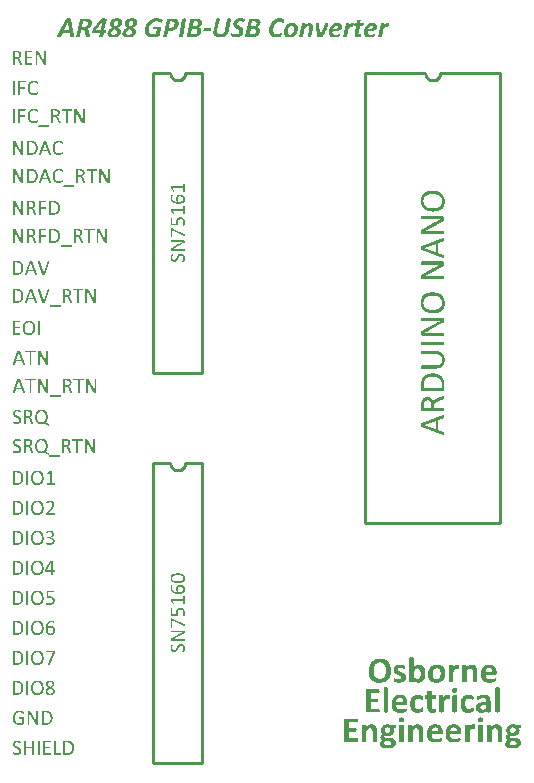
<source format=gto>
G04*
G04 #@! TF.GenerationSoftware,Altium Limited,Altium Designer,22.4.2 (48)*
G04*
G04 Layer_Color=65535*
%FSLAX25Y25*%
%MOIN*%
G70*
G04*
G04 #@! TF.SameCoordinates,FA252268-3CD0-4EC3-B91A-E4F5567C5AF4*
G04*
G04*
G04 #@! TF.FilePolarity,Positive*
G04*
G01*
G75*
%ADD10C,0.01000*%
G36*
X83082Y62739D02*
X83207Y62725D01*
X83359Y62711D01*
X83512Y62683D01*
X83665Y62628D01*
X83817Y62572D01*
X83831Y62559D01*
X83887Y62545D01*
X83943Y62503D01*
X84040Y62448D01*
X84123Y62378D01*
X84234Y62281D01*
X84331Y62184D01*
X84414Y62073D01*
X84428Y62059D01*
X84456Y62017D01*
X84498Y61948D01*
X84539Y61865D01*
X84595Y61768D01*
X84650Y61642D01*
X84706Y61504D01*
X84747Y61351D01*
Y61337D01*
X84761Y61282D01*
X84789Y61185D01*
X84803Y61073D01*
X84831Y60921D01*
X84845Y60754D01*
X84859Y60560D01*
Y60352D01*
Y57048D01*
Y57034D01*
Y57007D01*
X84845Y56979D01*
X84817Y56937D01*
X84803D01*
X84789Y56910D01*
X84747Y56896D01*
X84692Y56868D01*
X84678D01*
X84636Y56854D01*
X84553D01*
X84456Y56840D01*
X84428D01*
X84359Y56826D01*
X84248Y56812D01*
X83984D01*
X83859Y56826D01*
X83734Y56840D01*
X83706D01*
X83651Y56854D01*
X83582D01*
X83512Y56868D01*
X83498D01*
X83470Y56882D01*
X83429Y56910D01*
X83387Y56937D01*
Y56951D01*
X83373Y56965D01*
X83359Y57048D01*
Y60102D01*
Y60116D01*
Y60171D01*
Y60241D01*
X83346Y60324D01*
X83332Y60518D01*
X83318Y60629D01*
X83290Y60713D01*
Y60726D01*
X83276Y60754D01*
X83262Y60796D01*
X83249Y60838D01*
X83193Y60962D01*
X83123Y61087D01*
Y61101D01*
X83110Y61115D01*
X83054Y61185D01*
X82971Y61268D01*
X82846Y61337D01*
X82832D01*
X82818Y61351D01*
X82735Y61393D01*
X82610Y61421D01*
X82457Y61434D01*
X82402D01*
X82346Y61421D01*
X82277Y61407D01*
X82180Y61379D01*
X82082Y61337D01*
X81972Y61282D01*
X81861Y61212D01*
X81847Y61198D01*
X81805Y61171D01*
X81749Y61129D01*
X81680Y61060D01*
X81583Y60976D01*
X81486Y60865D01*
X81375Y60740D01*
X81264Y60602D01*
Y57048D01*
Y57034D01*
Y57007D01*
X81250Y56979D01*
X81222Y56937D01*
X81208D01*
X81194Y56910D01*
X81153Y56896D01*
X81097Y56868D01*
X81083D01*
X81042Y56854D01*
X80958D01*
X80861Y56840D01*
X80833D01*
X80764Y56826D01*
X80653Y56812D01*
X80375D01*
X80250Y56826D01*
X80125Y56840D01*
X80098D01*
X80042Y56854D01*
X79973D01*
X79903Y56868D01*
X79890D01*
X79862Y56882D01*
X79820Y56910D01*
X79778Y56937D01*
Y56951D01*
X79765Y56965D01*
X79751Y57048D01*
Y62392D01*
Y62406D01*
Y62434D01*
X79778Y62503D01*
Y62517D01*
X79806Y62531D01*
X79834Y62545D01*
X79876Y62572D01*
X79890D01*
X79931Y62586D01*
X80001Y62600D01*
X80084Y62614D01*
X80112D01*
X80167Y62628D01*
X80264Y62642D01*
X80500D01*
X80611Y62628D01*
X80708Y62614D01*
X80736D01*
X80778Y62600D01*
X80847Y62586D01*
X80903Y62572D01*
X80917D01*
X80944Y62559D01*
X80972Y62531D01*
X81000Y62503D01*
X81014Y62489D01*
X81028Y62475D01*
X81042Y62434D01*
Y62392D01*
Y61781D01*
X81055Y61809D01*
X81111Y61865D01*
X81208Y61948D01*
X81319Y62059D01*
X81444Y62170D01*
X81597Y62295D01*
X81763Y62406D01*
X81930Y62503D01*
X81958Y62517D01*
X82013Y62545D01*
X82110Y62586D01*
X82221Y62628D01*
X82374Y62670D01*
X82527Y62711D01*
X82707Y62739D01*
X82888Y62753D01*
X82985D01*
X83082Y62739D01*
D02*
G37*
G36*
X78252D02*
X78266D01*
X78307Y62725D01*
X78377Y62711D01*
X78446Y62697D01*
X78460D01*
X78501Y62683D01*
X78613Y62656D01*
X78626D01*
X78654Y62642D01*
X78682Y62628D01*
X78710Y62600D01*
X78724D01*
X78737Y62586D01*
X78765Y62531D01*
X78779Y62503D01*
Y62475D01*
X78793Y62434D01*
Y62420D01*
X78807Y62392D01*
Y62336D01*
Y62253D01*
Y62226D01*
X78821Y62170D01*
Y62059D01*
Y61906D01*
Y61892D01*
Y61865D01*
Y61781D01*
Y61656D01*
X78807Y61545D01*
Y61532D01*
X78793Y61476D01*
X78779Y61407D01*
X78765Y61337D01*
Y61323D01*
X78751Y61295D01*
X78724Y61254D01*
X78696Y61226D01*
X78668Y61212D01*
X78640Y61198D01*
X78571D01*
X78488Y61212D01*
X78474D01*
X78446Y61226D01*
X78404Y61240D01*
X78349Y61254D01*
X78335D01*
X78307Y61268D01*
X78252Y61295D01*
X78182Y61309D01*
X78168D01*
X78127Y61323D01*
X78071Y61337D01*
X77918D01*
X77835Y61309D01*
X77738Y61282D01*
X77710Y61268D01*
X77655Y61240D01*
X77571Y61185D01*
X77474Y61115D01*
X77447Y61101D01*
X77391Y61032D01*
X77308Y60948D01*
X77197Y60824D01*
Y60810D01*
X77169Y60796D01*
X77141Y60754D01*
X77113Y60699D01*
X77016Y60560D01*
X76891Y60379D01*
Y57048D01*
Y57034D01*
Y57007D01*
X76877Y56979D01*
X76850Y56937D01*
X76836D01*
X76822Y56910D01*
X76780Y56896D01*
X76725Y56868D01*
X76711D01*
X76669Y56854D01*
X76586D01*
X76489Y56840D01*
X76461D01*
X76392Y56826D01*
X76281Y56812D01*
X76003D01*
X75878Y56826D01*
X75753Y56840D01*
X75726D01*
X75670Y56854D01*
X75601D01*
X75531Y56868D01*
X75517D01*
X75489Y56882D01*
X75448Y56910D01*
X75406Y56937D01*
Y56951D01*
X75392Y56965D01*
X75379Y57048D01*
Y62392D01*
Y62406D01*
Y62434D01*
X75406Y62503D01*
Y62517D01*
X75434Y62531D01*
X75462Y62545D01*
X75503Y62572D01*
X75517D01*
X75559Y62586D01*
X75628Y62600D01*
X75712Y62614D01*
X75739D01*
X75795Y62628D01*
X75892Y62642D01*
X76128D01*
X76239Y62628D01*
X76336Y62614D01*
X76364D01*
X76406Y62600D01*
X76475Y62586D01*
X76530Y62572D01*
X76544D01*
X76572Y62559D01*
X76600Y62531D01*
X76628Y62503D01*
X76642Y62489D01*
X76656Y62475D01*
X76669Y62434D01*
Y62392D01*
Y61726D01*
X76683Y61740D01*
X76711Y61781D01*
X76739Y61837D01*
X76794Y61906D01*
X76919Y62073D01*
X77058Y62226D01*
X77072Y62239D01*
X77086Y62253D01*
X77183Y62336D01*
X77294Y62434D01*
X77419Y62531D01*
X77433D01*
X77447Y62545D01*
X77530Y62600D01*
X77627Y62656D01*
X77752Y62697D01*
X77766D01*
X77780Y62711D01*
X77863Y62725D01*
X77960Y62739D01*
X78085Y62753D01*
X78196D01*
X78252Y62739D01*
D02*
G37*
G36*
X59472D02*
X59653Y62711D01*
X59694D01*
X59736Y62697D01*
X59791Y62683D01*
X59930Y62656D01*
X60083Y62614D01*
X60097D01*
X60110Y62600D01*
X60194Y62572D01*
X60305Y62545D01*
X60402Y62489D01*
X60430Y62475D01*
X60485Y62462D01*
X60541Y62420D01*
X60596Y62392D01*
X60610D01*
X60624Y62364D01*
X60652Y62336D01*
X60666Y62295D01*
Y62281D01*
X60680Y62267D01*
X60707Y62184D01*
Y62170D01*
X60721Y62142D01*
Y62101D01*
X60735Y62031D01*
Y62017D01*
X60749Y61976D01*
Y61906D01*
Y61809D01*
Y61781D01*
Y61712D01*
Y61629D01*
X60735Y61532D01*
Y61518D01*
X60721Y61476D01*
X60707Y61421D01*
X60694Y61379D01*
Y61365D01*
X60680Y61351D01*
X60638Y61295D01*
X60624D01*
X60568Y61282D01*
X60555D01*
X60527Y61295D01*
X60471Y61309D01*
X60388Y61337D01*
X60374Y61351D01*
X60319Y61379D01*
X60221Y61421D01*
X60110Y61476D01*
X60097D01*
X60083Y61490D01*
X60000Y61518D01*
X59874Y61559D01*
X59708Y61615D01*
X59694D01*
X59666Y61629D01*
X59625Y61642D01*
X59569Y61656D01*
X59403Y61670D01*
X59208Y61684D01*
X59083D01*
X58972Y61656D01*
X58847Y61629D01*
X58820Y61615D01*
X58764Y61601D01*
X58681Y61559D01*
X58598Y61504D01*
X58584Y61490D01*
X58542Y61462D01*
X58500Y61393D01*
X58459Y61323D01*
Y61309D01*
X58445Y61254D01*
X58431Y61185D01*
X58417Y61101D01*
Y61087D01*
Y61073D01*
X58431Y60990D01*
X58459Y60893D01*
X58528Y60796D01*
X58542Y60782D01*
X58612Y60726D01*
X58695Y60643D01*
X58820Y60574D01*
X58833D01*
X58847Y60560D01*
X58889Y60546D01*
X58945Y60518D01*
X59083Y60463D01*
X59250Y60393D01*
X59264D01*
X59292Y60379D01*
X59333Y60366D01*
X59403Y60338D01*
X59555Y60282D01*
X59722Y60213D01*
X59736D01*
X59763Y60199D01*
X59819Y60171D01*
X59874Y60144D01*
X60027Y60074D01*
X60208Y59977D01*
X60221D01*
X60249Y59949D01*
X60291Y59921D01*
X60347Y59894D01*
X60485Y59797D01*
X60624Y59658D01*
X60638Y59644D01*
X60652Y59630D01*
X60694Y59588D01*
X60735Y59533D01*
X60832Y59380D01*
X60929Y59186D01*
Y59172D01*
X60943Y59144D01*
X60971Y59089D01*
X60999Y59005D01*
X61013Y58922D01*
X61041Y58811D01*
X61054Y58561D01*
Y58547D01*
Y58478D01*
X61041Y58395D01*
X61027Y58284D01*
X61013Y58159D01*
X60985Y58034D01*
X60929Y57895D01*
X60874Y57756D01*
X60860Y57742D01*
X60846Y57701D01*
X60804Y57631D01*
X60749Y57548D01*
X60680Y57465D01*
X60596Y57367D01*
X60499Y57270D01*
X60388Y57173D01*
X60374Y57159D01*
X60333Y57131D01*
X60263Y57090D01*
X60180Y57048D01*
X60069Y56979D01*
X59944Y56923D01*
X59805Y56868D01*
X59653Y56826D01*
X59639D01*
X59583Y56812D01*
X59500Y56798D01*
X59389Y56771D01*
X59250Y56757D01*
X59097Y56729D01*
X58917Y56715D01*
X58625D01*
X58556Y56729D01*
X58362Y56743D01*
X58153Y56771D01*
X58139D01*
X58112Y56784D01*
X58056D01*
X58001Y56798D01*
X57834Y56826D01*
X57668Y56868D01*
X57654D01*
X57640Y56882D01*
X57543Y56910D01*
X57432Y56951D01*
X57307Y57007D01*
X57279Y57020D01*
X57223Y57048D01*
X57154Y57090D01*
X57099Y57145D01*
X57085Y57159D01*
X57071Y57201D01*
X57029Y57257D01*
X57001Y57340D01*
Y57367D01*
X56988Y57437D01*
X56974Y57562D01*
Y57742D01*
Y57756D01*
Y57770D01*
Y57839D01*
Y57923D01*
Y58006D01*
Y58020D01*
X56988Y58075D01*
X57001Y58117D01*
X57015Y58173D01*
Y58186D01*
X57029Y58214D01*
X57057Y58242D01*
X57071Y58270D01*
X57085D01*
X57099Y58284D01*
X57168Y58297D01*
X57182D01*
X57210Y58284D01*
X57265Y58270D01*
X57348Y58214D01*
X57376Y58200D01*
X57446Y58173D01*
X57543Y58117D01*
X57682Y58048D01*
X57695D01*
X57723Y58034D01*
X57751Y58020D01*
X57806Y57992D01*
X57945Y57937D01*
X58126Y57881D01*
X58139D01*
X58167Y57867D01*
X58223Y57853D01*
X58292D01*
X58376Y57839D01*
X58473Y57825D01*
X58709Y57812D01*
X58820D01*
X58931Y57825D01*
X59056Y57853D01*
X59070D01*
X59083Y57867D01*
X59153Y57881D01*
X59250Y57923D01*
X59333Y57964D01*
X59361Y57978D01*
X59403Y58020D01*
X59458Y58075D01*
X59514Y58159D01*
X59527Y58186D01*
X59555Y58242D01*
X59569Y58325D01*
X59583Y58436D01*
Y58450D01*
Y58464D01*
X59569Y58547D01*
X59541Y58644D01*
X59472Y58742D01*
X59458Y58769D01*
X59389Y58825D01*
X59292Y58894D01*
X59167Y58978D01*
X59153D01*
X59139Y58991D01*
X59097Y59019D01*
X59042Y59033D01*
X58917Y59089D01*
X58750Y59158D01*
X58736D01*
X58709Y59172D01*
X58667Y59186D01*
X58612Y59214D01*
X58459Y59269D01*
X58278Y59338D01*
X58264D01*
X58237Y59352D01*
X58195Y59380D01*
X58126Y59408D01*
X57987Y59491D01*
X57806Y59574D01*
X57793D01*
X57765Y59602D01*
X57723Y59630D01*
X57668Y59672D01*
X57543Y59769D01*
X57390Y59894D01*
X57376Y59908D01*
X57362Y59935D01*
X57321Y59963D01*
X57293Y60019D01*
X57196Y60171D01*
X57099Y60352D01*
Y60366D01*
X57085Y60407D01*
X57071Y60463D01*
X57057Y60546D01*
X57029Y60643D01*
X57015Y60754D01*
X57001Y60879D01*
Y61018D01*
Y61032D01*
Y61087D01*
X57015Y61157D01*
Y61240D01*
X57029Y61351D01*
X57057Y61476D01*
X57140Y61712D01*
X57154Y61726D01*
X57168Y61768D01*
X57210Y61823D01*
X57251Y61906D01*
X57390Y62073D01*
X57570Y62253D01*
X57584Y62267D01*
X57626Y62295D01*
X57682Y62336D01*
X57765Y62392D01*
X57862Y62448D01*
X57987Y62503D01*
X58126Y62559D01*
X58264Y62614D01*
X58278D01*
X58334Y62642D01*
X58417Y62656D01*
X58528Y62683D01*
X58667Y62711D01*
X58820Y62725D01*
X58986Y62753D01*
X59319D01*
X59472Y62739D01*
D02*
G37*
G36*
X88995D02*
X89161Y62725D01*
X89342Y62697D01*
X89536Y62670D01*
X89730Y62614D01*
X89911Y62545D01*
X89939Y62531D01*
X89994Y62503D01*
X90077Y62462D01*
X90188Y62406D01*
X90313Y62323D01*
X90452Y62226D01*
X90577Y62115D01*
X90702Y61989D01*
X90716Y61976D01*
X90758Y61934D01*
X90813Y61851D01*
X90869Y61754D01*
X90952Y61629D01*
X91021Y61490D01*
X91091Y61337D01*
X91146Y61157D01*
X91160Y61129D01*
X91174Y61073D01*
X91202Y60976D01*
X91229Y60851D01*
X91257Y60699D01*
X91271Y60518D01*
X91299Y60338D01*
Y60130D01*
Y59880D01*
Y59866D01*
Y59838D01*
Y59783D01*
X91285Y59727D01*
X91243Y59602D01*
X91174Y59477D01*
X91146Y59463D01*
X91091Y59422D01*
X90980Y59366D01*
X90827Y59352D01*
X87579D01*
Y59338D01*
Y59297D01*
Y59227D01*
X87593Y59144D01*
X87607Y58936D01*
X87648Y58714D01*
Y58700D01*
X87662Y58672D01*
X87690Y58617D01*
X87718Y58547D01*
X87801Y58395D01*
X87912Y58242D01*
X87926Y58228D01*
X87940Y58214D01*
X87981Y58173D01*
X88037Y58131D01*
X88176Y58034D01*
X88370Y57951D01*
X88384D01*
X88426Y57937D01*
X88481Y57923D01*
X88564Y57909D01*
X88662Y57881D01*
X88773Y57867D01*
X88898Y57853D01*
X89175D01*
X89272Y57867D01*
X89495Y57881D01*
X89730Y57909D01*
X89744D01*
X89786Y57923D01*
X89842Y57937D01*
X89911Y57951D01*
X90077Y57978D01*
X90244Y58020D01*
X90258D01*
X90286Y58034D01*
X90369Y58061D01*
X90494Y58103D01*
X90605Y58145D01*
X90619D01*
X90633Y58159D01*
X90688Y58186D01*
X90771Y58200D01*
X90855Y58214D01*
X90882D01*
X90938Y58186D01*
X90952D01*
X90966Y58173D01*
X90993Y58103D01*
Y58089D01*
X91007Y58075D01*
X91021Y58020D01*
X91035Y57951D01*
Y57937D01*
X91049Y57881D01*
Y57812D01*
Y57714D01*
Y57687D01*
Y57631D01*
Y57562D01*
X91035Y57478D01*
Y57465D01*
Y57423D01*
X91021Y57326D01*
Y57312D01*
X91007Y57284D01*
X90980Y57215D01*
X90966Y57187D01*
X90910Y57131D01*
Y57118D01*
X90869Y57104D01*
X90813Y57062D01*
X90758Y57034D01*
X90702Y57007D01*
X90688D01*
X90674Y56993D01*
X90633Y56979D01*
X90591Y56965D01*
X90438Y56923D01*
X90258Y56882D01*
X90244D01*
X90216Y56868D01*
X90161D01*
X90077Y56854D01*
X89994Y56826D01*
X89883Y56812D01*
X89647Y56771D01*
X89633D01*
X89592Y56757D01*
X89522D01*
X89425Y56743D01*
X89314Y56729D01*
X89189D01*
X88898Y56715D01*
X88773D01*
X88648Y56729D01*
X88467Y56743D01*
X88273Y56757D01*
X88065Y56784D01*
X87843Y56826D01*
X87634Y56882D01*
X87607Y56896D01*
X87551Y56910D01*
X87454Y56965D01*
X87329Y57020D01*
X87190Y57090D01*
X87038Y57187D01*
X86885Y57298D01*
X86746Y57423D01*
X86732Y57437D01*
X86691Y57492D01*
X86621Y57576D01*
X86538Y57687D01*
X86455Y57812D01*
X86371Y57978D01*
X86274Y58159D01*
X86205Y58353D01*
Y58381D01*
X86177Y58450D01*
X86149Y58575D01*
X86122Y58728D01*
X86094Y58922D01*
X86066Y59144D01*
X86052Y59394D01*
X86038Y59672D01*
Y59685D01*
Y59699D01*
Y59741D01*
Y59797D01*
X86052Y59921D01*
X86066Y60102D01*
X86080Y60296D01*
X86122Y60504D01*
X86163Y60726D01*
X86219Y60948D01*
X86233Y60976D01*
X86247Y61046D01*
X86288Y61157D01*
X86358Y61295D01*
X86427Y61448D01*
X86524Y61601D01*
X86621Y61768D01*
X86746Y61920D01*
X86760Y61934D01*
X86816Y61989D01*
X86885Y62059D01*
X86996Y62142D01*
X87121Y62253D01*
X87274Y62350D01*
X87440Y62448D01*
X87621Y62531D01*
X87648Y62545D01*
X87718Y62572D01*
X87815Y62600D01*
X87954Y62642D01*
X88120Y62683D01*
X88315Y62725D01*
X88537Y62739D01*
X88759Y62753D01*
X88870D01*
X88995Y62739D01*
D02*
G37*
G36*
X71631D02*
X71811Y62725D01*
X72006Y62697D01*
X72214Y62670D01*
X72422Y62614D01*
X72630Y62545D01*
X72658Y62531D01*
X72714Y62503D01*
X72811Y62462D01*
X72936Y62406D01*
X73074Y62323D01*
X73213Y62226D01*
X73352Y62115D01*
X73491Y61976D01*
X73505Y61962D01*
X73546Y61906D01*
X73616Y61823D01*
X73685Y61726D01*
X73768Y61587D01*
X73852Y61421D01*
X73935Y61240D01*
X74004Y61046D01*
X74018Y61018D01*
X74032Y60948D01*
X74060Y60838D01*
X74102Y60685D01*
X74129Y60491D01*
X74157Y60282D01*
X74171Y60046D01*
X74185Y59783D01*
Y59769D01*
Y59755D01*
Y59672D01*
X74171Y59533D01*
X74157Y59366D01*
X74143Y59186D01*
X74115Y58964D01*
X74060Y58755D01*
X74004Y58533D01*
X73990Y58506D01*
X73977Y58436D01*
X73921Y58339D01*
X73866Y58200D01*
X73796Y58048D01*
X73699Y57881D01*
X73588Y57714D01*
X73449Y57562D01*
X73435Y57548D01*
X73380Y57492D01*
X73310Y57423D01*
X73199Y57340D01*
X73061Y57229D01*
X72908Y57131D01*
X72727Y57034D01*
X72533Y56937D01*
X72505Y56923D01*
X72436Y56910D01*
X72325Y56868D01*
X72158Y56826D01*
X71978Y56784D01*
X71756Y56757D01*
X71506Y56729D01*
X71242Y56715D01*
X71117D01*
X70992Y56729D01*
X70826Y56743D01*
X70631Y56757D01*
X70423Y56798D01*
X70215Y56840D01*
X70007Y56910D01*
X69979Y56923D01*
X69924Y56951D01*
X69827Y56993D01*
X69702Y57048D01*
X69563Y57131D01*
X69410Y57229D01*
X69271Y57354D01*
X69133Y57478D01*
X69119Y57492D01*
X69077Y57548D01*
X69008Y57631D01*
X68938Y57742D01*
X68855Y57881D01*
X68772Y58034D01*
X68688Y58214D01*
X68619Y58408D01*
Y58436D01*
X68591Y58506D01*
X68563Y58617D01*
X68536Y58769D01*
X68508Y58964D01*
X68480Y59172D01*
X68466Y59408D01*
X68452Y59672D01*
Y59685D01*
Y59699D01*
Y59783D01*
X68466Y59921D01*
X68480Y60088D01*
X68494Y60282D01*
X68536Y60491D01*
X68577Y60699D01*
X68633Y60921D01*
X68647Y60948D01*
X68661Y61018D01*
X68716Y61129D01*
X68772Y61254D01*
X68841Y61407D01*
X68938Y61573D01*
X69049Y61740D01*
X69174Y61892D01*
X69188Y61906D01*
X69244Y61962D01*
X69327Y62031D01*
X69424Y62128D01*
X69563Y62226D01*
X69715Y62336D01*
X69896Y62434D01*
X70090Y62531D01*
X70118Y62545D01*
X70187Y62572D01*
X70298Y62600D01*
X70465Y62642D01*
X70645Y62683D01*
X70868Y62725D01*
X71117Y62739D01*
X71381Y62753D01*
X71506D01*
X71631Y62739D01*
D02*
G37*
G36*
X63178Y65196D02*
X63289Y65182D01*
X63317D01*
X63372Y65168D01*
X63456Y65154D01*
X63525Y65126D01*
X63539D01*
X63567Y65113D01*
X63608Y65085D01*
X63650Y65043D01*
X63664D01*
X63678Y65015D01*
X63692Y64988D01*
Y64946D01*
Y61989D01*
X63705Y62003D01*
X63719Y62017D01*
X63761Y62059D01*
X63816Y62101D01*
X63941Y62212D01*
X64094Y62323D01*
X64108Y62336D01*
X64136Y62350D01*
X64177Y62378D01*
X64219Y62406D01*
X64358Y62489D01*
X64497Y62559D01*
X64511D01*
X64538Y62572D01*
X64580Y62586D01*
X64622Y62614D01*
X64760Y62656D01*
X64913Y62697D01*
X64927D01*
X64955Y62711D01*
X64996D01*
X65052Y62725D01*
X65205Y62739D01*
X65371Y62753D01*
X65468D01*
X65579Y62739D01*
X65718Y62725D01*
X65885Y62697D01*
X66051Y62642D01*
X66218Y62586D01*
X66384Y62503D01*
X66398Y62489D01*
X66454Y62462D01*
X66523Y62406D01*
X66620Y62336D01*
X66731Y62239D01*
X66842Y62128D01*
X66953Y62003D01*
X67050Y61865D01*
X67064Y61851D01*
X67092Y61795D01*
X67148Y61712D01*
X67203Y61601D01*
X67259Y61462D01*
X67328Y61295D01*
X67384Y61115D01*
X67439Y60921D01*
Y60893D01*
X67453Y60824D01*
X67481Y60726D01*
X67509Y60588D01*
X67522Y60421D01*
X67550Y60227D01*
X67564Y60019D01*
Y59797D01*
Y59783D01*
Y59769D01*
Y59727D01*
Y59672D01*
X67550Y59547D01*
Y59366D01*
X67522Y59172D01*
X67495Y58964D01*
X67453Y58742D01*
X67397Y58520D01*
Y58492D01*
X67370Y58422D01*
X67328Y58325D01*
X67286Y58186D01*
X67217Y58034D01*
X67148Y57867D01*
X67050Y57701D01*
X66953Y57548D01*
X66940Y57534D01*
X66898Y57478D01*
X66842Y57409D01*
X66759Y57326D01*
X66648Y57215D01*
X66523Y57118D01*
X66384Y57020D01*
X66232Y56923D01*
X66218Y56910D01*
X66162Y56896D01*
X66065Y56854D01*
X65954Y56826D01*
X65801Y56784D01*
X65635Y56743D01*
X65454Y56729D01*
X65260Y56715D01*
X65163D01*
X65093Y56729D01*
X64927Y56743D01*
X64746Y56771D01*
X64732D01*
X64705Y56784D01*
X64663Y56798D01*
X64608Y56812D01*
X64469Y56854D01*
X64302Y56923D01*
X64288D01*
X64261Y56937D01*
X64219Y56965D01*
X64177Y57007D01*
X64038Y57090D01*
X63886Y57201D01*
X63872Y57215D01*
X63844Y57229D01*
X63803Y57270D01*
X63761Y57326D01*
X63622Y57465D01*
X63469Y57631D01*
Y57048D01*
Y57034D01*
Y57007D01*
X63456Y56979D01*
X63428Y56937D01*
X63400Y56910D01*
X63372Y56896D01*
X63317Y56868D01*
X63303D01*
X63261Y56854D01*
X63206Y56840D01*
X63122Y56826D01*
X63039D01*
X62942Y56812D01*
X62595D01*
X62498Y56826D01*
X62484D01*
X62428Y56840D01*
X62373Y56854D01*
X62304Y56868D01*
X62290D01*
X62262Y56882D01*
X62234Y56910D01*
X62206Y56937D01*
Y56951D01*
X62192Y56965D01*
X62179Y57048D01*
Y64946D01*
Y64960D01*
Y64974D01*
X62206Y65043D01*
X62220Y65057D01*
X62234Y65071D01*
X62276Y65099D01*
X62331Y65126D01*
X62345Y65140D01*
X62387Y65154D01*
X62456Y65168D01*
X62553Y65182D01*
X62581D01*
X62664Y65196D01*
X62775Y65210D01*
X63053D01*
X63178Y65196D01*
D02*
G37*
G36*
X52754Y64738D02*
X52962Y64724D01*
X53212Y64696D01*
X53462Y64654D01*
X53726Y64599D01*
X53989Y64516D01*
X54003D01*
X54017Y64502D01*
X54101Y64474D01*
X54225Y64419D01*
X54392Y64335D01*
X54558Y64238D01*
X54753Y64113D01*
X54933Y63960D01*
X55114Y63794D01*
X55128Y63766D01*
X55183Y63711D01*
X55266Y63600D01*
X55377Y63461D01*
X55489Y63280D01*
X55599Y63072D01*
X55711Y62822D01*
X55808Y62559D01*
Y62545D01*
X55822Y62531D01*
X55835Y62489D01*
X55849Y62434D01*
X55863Y62364D01*
X55877Y62267D01*
X55933Y62059D01*
X55974Y61809D01*
X56002Y61518D01*
X56030Y61171D01*
X56044Y60810D01*
Y60796D01*
Y60768D01*
Y60713D01*
Y60643D01*
X56030Y60560D01*
Y60463D01*
X56016Y60241D01*
X55988Y59963D01*
X55933Y59685D01*
X55877Y59380D01*
X55794Y59089D01*
Y59075D01*
X55780Y59061D01*
X55766Y59019D01*
X55752Y58964D01*
X55697Y58825D01*
X55613Y58644D01*
X55516Y58436D01*
X55391Y58228D01*
X55252Y58006D01*
X55086Y57798D01*
X55058Y57770D01*
X55003Y57714D01*
X54905Y57617D01*
X54767Y57506D01*
X54586Y57367D01*
X54392Y57243D01*
X54156Y57104D01*
X53906Y56993D01*
X53892D01*
X53878Y56979D01*
X53837Y56965D01*
X53781Y56951D01*
X53642Y56910D01*
X53448Y56854D01*
X53212Y56798D01*
X52934Y56757D01*
X52629Y56729D01*
X52296Y56715D01*
X52143D01*
X52060Y56729D01*
X51977D01*
X51755Y56743D01*
X51519Y56771D01*
X51255Y56812D01*
X50977Y56868D01*
X50714Y56951D01*
X50700D01*
X50686Y56965D01*
X50603Y56993D01*
X50478Y57048D01*
X50325Y57131D01*
X50145Y57229D01*
X49964Y57354D01*
X49770Y57506D01*
X49589Y57673D01*
X49576Y57701D01*
X49520Y57756D01*
X49437Y57867D01*
X49340Y58006D01*
X49229Y58186D01*
X49117Y58395D01*
X49020Y58644D01*
X48923Y58908D01*
Y58922D01*
X48909Y58936D01*
Y58991D01*
X48895Y59047D01*
X48868Y59116D01*
X48854Y59200D01*
X48812Y59408D01*
X48770Y59672D01*
X48743Y59977D01*
X48715Y60310D01*
X48701Y60685D01*
Y60699D01*
Y60726D01*
Y60782D01*
Y60838D01*
X48715Y60921D01*
Y61018D01*
X48729Y61240D01*
X48757Y61504D01*
X48798Y61781D01*
X48854Y62073D01*
X48937Y62364D01*
Y62378D01*
X48951Y62392D01*
X48965Y62434D01*
X48979Y62489D01*
X49034Y62628D01*
X49117Y62809D01*
X49215Y63017D01*
X49340Y63225D01*
X49478Y63447D01*
X49645Y63655D01*
X49673Y63683D01*
X49728Y63738D01*
X49825Y63836D01*
X49964Y63960D01*
X50131Y64085D01*
X50339Y64224D01*
X50561Y64349D01*
X50811Y64460D01*
X50825D01*
X50839Y64474D01*
X50880Y64488D01*
X50936Y64502D01*
X51089Y64557D01*
X51283Y64613D01*
X51519Y64654D01*
X51796Y64710D01*
X52102Y64738D01*
X52435Y64752D01*
X52657D01*
X52754Y64738D01*
D02*
G37*
G36*
X77488Y54927D02*
X77599Y54914D01*
X77835Y54872D01*
X77932Y54816D01*
X78016Y54761D01*
X78030Y54747D01*
X78044Y54733D01*
X78071Y54691D01*
X78113Y54622D01*
X78141Y54539D01*
X78168Y54428D01*
X78182Y54303D01*
X78196Y54150D01*
Y54136D01*
Y54081D01*
X78182Y53997D01*
X78168Y53900D01*
X78113Y53706D01*
X78071Y53609D01*
X78002Y53526D01*
X77988D01*
X77960Y53498D01*
X77918Y53470D01*
X77849Y53442D01*
X77752Y53414D01*
X77641Y53387D01*
X77488Y53373D01*
X77322Y53359D01*
X77238D01*
X77155Y53373D01*
X77044Y53387D01*
X76808Y53428D01*
X76711Y53470D01*
X76628Y53526D01*
Y53539D01*
X76600Y53553D01*
X76572Y53595D01*
X76544Y53664D01*
X76517Y53748D01*
X76489Y53845D01*
X76475Y53970D01*
X76461Y54122D01*
Y54136D01*
Y54192D01*
X76475Y54275D01*
X76489Y54372D01*
X76544Y54580D01*
X76586Y54678D01*
X76642Y54761D01*
X76656Y54775D01*
X76683Y54789D01*
X76725Y54816D01*
X76794Y54858D01*
X76891Y54886D01*
X77003Y54914D01*
X77155Y54927D01*
X77322Y54941D01*
X77405D01*
X77488Y54927D01*
D02*
G37*
G36*
X75073Y52693D02*
X75087D01*
X75129Y52679D01*
X75198Y52665D01*
X75267Y52651D01*
X75281D01*
X75323Y52637D01*
X75434Y52609D01*
X75448D01*
X75476Y52596D01*
X75503Y52582D01*
X75531Y52554D01*
X75545D01*
X75559Y52540D01*
X75587Y52485D01*
X75601Y52457D01*
Y52429D01*
X75615Y52387D01*
Y52373D01*
X75628Y52346D01*
Y52290D01*
Y52207D01*
Y52179D01*
X75642Y52124D01*
Y52013D01*
Y51860D01*
Y51846D01*
Y51818D01*
Y51735D01*
Y51610D01*
X75628Y51499D01*
Y51485D01*
X75615Y51430D01*
X75601Y51360D01*
X75587Y51291D01*
Y51277D01*
X75573Y51249D01*
X75545Y51208D01*
X75517Y51180D01*
X75489Y51166D01*
X75462Y51152D01*
X75392D01*
X75309Y51166D01*
X75295D01*
X75267Y51180D01*
X75226Y51194D01*
X75170Y51208D01*
X75156D01*
X75129Y51221D01*
X75073Y51249D01*
X75004Y51263D01*
X74990D01*
X74948Y51277D01*
X74893Y51291D01*
X74740D01*
X74657Y51263D01*
X74560Y51235D01*
X74532Y51221D01*
X74476Y51194D01*
X74393Y51138D01*
X74296Y51069D01*
X74268Y51055D01*
X74213Y50985D01*
X74129Y50902D01*
X74018Y50777D01*
Y50763D01*
X73990Y50749D01*
X73963Y50708D01*
X73935Y50652D01*
X73838Y50514D01*
X73713Y50333D01*
Y47002D01*
Y46988D01*
Y46960D01*
X73699Y46933D01*
X73671Y46891D01*
X73657D01*
X73643Y46863D01*
X73602Y46849D01*
X73546Y46821D01*
X73532D01*
X73491Y46808D01*
X73408D01*
X73310Y46794D01*
X73283D01*
X73213Y46780D01*
X73102Y46766D01*
X72825D01*
X72700Y46780D01*
X72575Y46794D01*
X72547D01*
X72492Y46808D01*
X72422D01*
X72353Y46821D01*
X72339D01*
X72311Y46835D01*
X72269Y46863D01*
X72228Y46891D01*
Y46905D01*
X72214Y46919D01*
X72200Y47002D01*
Y52346D01*
Y52360D01*
Y52387D01*
X72228Y52457D01*
Y52471D01*
X72255Y52485D01*
X72283Y52498D01*
X72325Y52526D01*
X72339D01*
X72380Y52540D01*
X72450Y52554D01*
X72533Y52568D01*
X72561D01*
X72616Y52582D01*
X72714Y52596D01*
X72949D01*
X73061Y52582D01*
X73158Y52568D01*
X73185D01*
X73227Y52554D01*
X73296Y52540D01*
X73352Y52526D01*
X73366D01*
X73394Y52512D01*
X73421Y52485D01*
X73449Y52457D01*
X73463Y52443D01*
X73477Y52429D01*
X73491Y52387D01*
Y52346D01*
Y51679D01*
X73505Y51693D01*
X73532Y51735D01*
X73560Y51790D01*
X73616Y51860D01*
X73741Y52026D01*
X73879Y52179D01*
X73893Y52193D01*
X73907Y52207D01*
X74004Y52290D01*
X74115Y52387D01*
X74240Y52485D01*
X74254D01*
X74268Y52498D01*
X74351Y52554D01*
X74449Y52609D01*
X74573Y52651D01*
X74587D01*
X74601Y52665D01*
X74685Y52679D01*
X74782Y52693D01*
X74907Y52707D01*
X75018D01*
X75073Y52693D01*
D02*
G37*
G36*
X82249Y52665D02*
X82416Y52637D01*
X82429D01*
X82457Y52623D01*
X82499D01*
X82555Y52609D01*
X82693Y52568D01*
X82846Y52526D01*
X82860D01*
X82888Y52512D01*
X82971Y52485D01*
X83082Y52429D01*
X83207Y52360D01*
X83221D01*
X83235Y52346D01*
X83304Y52304D01*
X83373Y52262D01*
X83429Y52207D01*
X83443Y52193D01*
X83470Y52179D01*
X83498Y52138D01*
X83526Y52096D01*
Y52082D01*
X83540Y52068D01*
X83568Y51985D01*
Y51971D01*
X83582Y51943D01*
Y51874D01*
X83596Y51804D01*
Y51790D01*
X83609Y51735D01*
Y51652D01*
Y51555D01*
Y51541D01*
Y51499D01*
Y51443D01*
X83596Y51360D01*
X83582Y51208D01*
X83568Y51124D01*
X83540Y51069D01*
X83526Y51041D01*
X83498Y50999D01*
X83457Y50958D01*
X83387Y50930D01*
X83373D01*
X83332Y50944D01*
X83262Y50972D01*
X83179Y51013D01*
X83165Y51027D01*
X83110Y51069D01*
X83012Y51124D01*
X82902Y51194D01*
X82874Y51208D01*
X82804Y51249D01*
X82679Y51305D01*
X82527Y51374D01*
X82513D01*
X82485Y51388D01*
X82443Y51402D01*
X82388Y51430D01*
X82235Y51457D01*
X82027Y51471D01*
X81930D01*
X81819Y51443D01*
X81694Y51416D01*
X81541Y51360D01*
X81388Y51277D01*
X81250Y51166D01*
X81125Y51013D01*
X81111Y50985D01*
X81083Y50930D01*
X81028Y50819D01*
X80972Y50680D01*
X80917Y50486D01*
X80861Y50264D01*
X80833Y49986D01*
X80819Y49681D01*
Y49667D01*
Y49611D01*
Y49528D01*
X80833Y49431D01*
Y49306D01*
X80847Y49181D01*
X80889Y48917D01*
Y48904D01*
X80903Y48862D01*
X80931Y48806D01*
X80944Y48723D01*
X81028Y48543D01*
X81125Y48362D01*
X81139Y48348D01*
X81153Y48320D01*
X81236Y48237D01*
X81347Y48126D01*
X81500Y48029D01*
X81514D01*
X81541Y48015D01*
X81597Y48001D01*
X81652Y47987D01*
X81735Y47960D01*
X81833Y47946D01*
X82041Y47932D01*
X82152D01*
X82221Y47946D01*
X82388Y47973D01*
X82568Y48015D01*
X82582D01*
X82610Y48029D01*
X82652Y48057D01*
X82707Y48085D01*
X82832Y48140D01*
X82971Y48223D01*
X82985D01*
X82999Y48237D01*
X83068Y48293D01*
X83165Y48362D01*
X83249Y48432D01*
X83262Y48445D01*
X83318Y48487D01*
X83373Y48515D01*
X83443Y48529D01*
X83470D01*
X83498Y48515D01*
X83526Y48487D01*
X83540D01*
X83554Y48459D01*
X83568Y48432D01*
X83582Y48376D01*
Y48362D01*
X83596Y48320D01*
X83609Y48251D01*
X83623Y48168D01*
Y48140D01*
X83637Y48085D01*
Y47987D01*
Y47849D01*
Y47821D01*
Y47765D01*
Y47668D01*
X83623Y47585D01*
Y47571D01*
X83609Y47515D01*
Y47460D01*
X83596Y47404D01*
Y47391D01*
X83582Y47363D01*
X83554Y47293D01*
Y47280D01*
X83540Y47266D01*
X83512Y47224D01*
X83470Y47182D01*
X83457Y47168D01*
X83415Y47141D01*
X83332Y47085D01*
X83221Y47016D01*
X83207D01*
X83193Y47002D01*
X83110Y46960D01*
X82985Y46905D01*
X82832Y46835D01*
X82818D01*
X82790Y46821D01*
X82749Y46808D01*
X82693Y46794D01*
X82541Y46766D01*
X82346Y46724D01*
X82332D01*
X82305Y46710D01*
X82249D01*
X82180Y46697D01*
X82013Y46683D01*
X81805Y46669D01*
X81708D01*
X81583Y46683D01*
X81444Y46697D01*
X81264Y46710D01*
X81083Y46752D01*
X80889Y46794D01*
X80708Y46849D01*
X80695Y46863D01*
X80625Y46891D01*
X80542Y46933D01*
X80431Y46988D01*
X80306Y47071D01*
X80167Y47168D01*
X80028Y47293D01*
X79903Y47418D01*
X79890Y47432D01*
X79848Y47488D01*
X79792Y47571D01*
X79723Y47668D01*
X79640Y47807D01*
X79570Y47960D01*
X79487Y48140D01*
X79418Y48334D01*
Y48362D01*
X79390Y48432D01*
X79376Y48543D01*
X79348Y48695D01*
X79320Y48876D01*
X79293Y49084D01*
X79279Y49320D01*
X79265Y49570D01*
Y49584D01*
Y49611D01*
Y49653D01*
Y49709D01*
X79279Y49861D01*
X79293Y50042D01*
X79307Y50264D01*
X79348Y50500D01*
X79390Y50736D01*
X79459Y50958D01*
X79473Y50985D01*
X79501Y51055D01*
X79542Y51166D01*
X79598Y51305D01*
X79681Y51457D01*
X79778Y51610D01*
X79890Y51777D01*
X80014Y51929D01*
X80028Y51943D01*
X80084Y51999D01*
X80153Y52068D01*
X80250Y52151D01*
X80375Y52235D01*
X80528Y52332D01*
X80681Y52429D01*
X80861Y52498D01*
X80889Y52512D01*
X80944Y52526D01*
X81055Y52554D01*
X81180Y52596D01*
X81347Y52637D01*
X81541Y52665D01*
X81735Y52679D01*
X81958Y52693D01*
X82110D01*
X82249Y52665D01*
D02*
G37*
G36*
X65468D02*
X65635Y52637D01*
X65649D01*
X65676Y52623D01*
X65718D01*
X65773Y52609D01*
X65912Y52568D01*
X66065Y52526D01*
X66079D01*
X66107Y52512D01*
X66190Y52485D01*
X66301Y52429D01*
X66426Y52360D01*
X66440D01*
X66454Y52346D01*
X66523Y52304D01*
X66593Y52262D01*
X66648Y52207D01*
X66662Y52193D01*
X66690Y52179D01*
X66717Y52138D01*
X66745Y52096D01*
Y52082D01*
X66759Y52068D01*
X66787Y51985D01*
Y51971D01*
X66801Y51943D01*
Y51874D01*
X66815Y51804D01*
Y51790D01*
X66828Y51735D01*
Y51652D01*
Y51555D01*
Y51541D01*
Y51499D01*
Y51443D01*
X66815Y51360D01*
X66801Y51208D01*
X66787Y51124D01*
X66759Y51069D01*
X66745Y51041D01*
X66717Y50999D01*
X66676Y50958D01*
X66606Y50930D01*
X66593D01*
X66551Y50944D01*
X66481Y50972D01*
X66398Y51013D01*
X66384Y51027D01*
X66329Y51069D01*
X66232Y51124D01*
X66120Y51194D01*
X66093Y51208D01*
X66023Y51249D01*
X65899Y51305D01*
X65746Y51374D01*
X65732D01*
X65704Y51388D01*
X65662Y51402D01*
X65607Y51430D01*
X65454Y51457D01*
X65246Y51471D01*
X65149D01*
X65038Y51443D01*
X64913Y51416D01*
X64760Y51360D01*
X64608Y51277D01*
X64469Y51166D01*
X64344Y51013D01*
X64330Y50985D01*
X64302Y50930D01*
X64247Y50819D01*
X64191Y50680D01*
X64136Y50486D01*
X64080Y50264D01*
X64052Y49986D01*
X64038Y49681D01*
Y49667D01*
Y49611D01*
Y49528D01*
X64052Y49431D01*
Y49306D01*
X64066Y49181D01*
X64108Y48917D01*
Y48904D01*
X64122Y48862D01*
X64150Y48806D01*
X64164Y48723D01*
X64247Y48543D01*
X64344Y48362D01*
X64358Y48348D01*
X64372Y48320D01*
X64455Y48237D01*
X64566Y48126D01*
X64719Y48029D01*
X64732D01*
X64760Y48015D01*
X64816Y48001D01*
X64871Y47987D01*
X64955Y47960D01*
X65052Y47946D01*
X65260Y47932D01*
X65371D01*
X65440Y47946D01*
X65607Y47973D01*
X65787Y48015D01*
X65801D01*
X65829Y48029D01*
X65871Y48057D01*
X65926Y48085D01*
X66051Y48140D01*
X66190Y48223D01*
X66204D01*
X66218Y48237D01*
X66287Y48293D01*
X66384Y48362D01*
X66467Y48432D01*
X66481Y48445D01*
X66537Y48487D01*
X66593Y48515D01*
X66662Y48529D01*
X66690D01*
X66717Y48515D01*
X66745Y48487D01*
X66759D01*
X66773Y48459D01*
X66787Y48432D01*
X66801Y48376D01*
Y48362D01*
X66815Y48320D01*
X66828Y48251D01*
X66842Y48168D01*
Y48140D01*
X66856Y48085D01*
Y47987D01*
Y47849D01*
Y47821D01*
Y47765D01*
Y47668D01*
X66842Y47585D01*
Y47571D01*
X66828Y47515D01*
Y47460D01*
X66815Y47404D01*
Y47391D01*
X66801Y47363D01*
X66773Y47293D01*
Y47280D01*
X66759Y47266D01*
X66731Y47224D01*
X66690Y47182D01*
X66676Y47168D01*
X66634Y47141D01*
X66551Y47085D01*
X66440Y47016D01*
X66426D01*
X66412Y47002D01*
X66329Y46960D01*
X66204Y46905D01*
X66051Y46835D01*
X66037D01*
X66009Y46821D01*
X65968Y46808D01*
X65912Y46794D01*
X65760Y46766D01*
X65565Y46724D01*
X65552D01*
X65524Y46710D01*
X65468D01*
X65399Y46697D01*
X65232Y46683D01*
X65024Y46669D01*
X64927D01*
X64802Y46683D01*
X64663Y46697D01*
X64483Y46710D01*
X64302Y46752D01*
X64108Y46794D01*
X63928Y46849D01*
X63914Y46863D01*
X63844Y46891D01*
X63761Y46933D01*
X63650Y46988D01*
X63525Y47071D01*
X63386Y47168D01*
X63247Y47293D01*
X63122Y47418D01*
X63109Y47432D01*
X63067Y47488D01*
X63011Y47571D01*
X62942Y47668D01*
X62859Y47807D01*
X62789Y47960D01*
X62706Y48140D01*
X62637Y48334D01*
Y48362D01*
X62609Y48432D01*
X62595Y48543D01*
X62567Y48695D01*
X62539Y48876D01*
X62512Y49084D01*
X62498Y49320D01*
X62484Y49570D01*
Y49584D01*
Y49611D01*
Y49653D01*
Y49709D01*
X62498Y49861D01*
X62512Y50042D01*
X62526Y50264D01*
X62567Y50500D01*
X62609Y50736D01*
X62678Y50958D01*
X62692Y50985D01*
X62720Y51055D01*
X62762Y51166D01*
X62817Y51305D01*
X62900Y51457D01*
X62998Y51610D01*
X63109Y51777D01*
X63234Y51929D01*
X63247Y51943D01*
X63303Y51999D01*
X63372Y52068D01*
X63469Y52151D01*
X63594Y52235D01*
X63747Y52332D01*
X63900Y52429D01*
X64080Y52498D01*
X64108Y52512D01*
X64164Y52526D01*
X64275Y52554D01*
X64399Y52596D01*
X64566Y52637D01*
X64760Y52665D01*
X64955Y52679D01*
X65177Y52693D01*
X65329D01*
X65468Y52665D01*
D02*
G37*
G36*
X52102Y54553D02*
X52130Y54525D01*
X52143D01*
X52157Y54497D01*
X52171Y54469D01*
X52199Y54414D01*
Y54400D01*
X52213Y54372D01*
X52227Y54303D01*
X52241Y54233D01*
Y54220D01*
X52254Y54150D01*
X52268Y54067D01*
Y53942D01*
Y53928D01*
Y53914D01*
Y53845D01*
X52254Y53748D01*
X52241Y53650D01*
Y53637D01*
X52227Y53581D01*
X52213Y53526D01*
X52199Y53456D01*
Y53442D01*
X52185Y53414D01*
X52157Y53387D01*
X52130Y53359D01*
X52102Y53345D01*
X52032Y53331D01*
X49270D01*
Y51443D01*
X51644D01*
X51685Y51430D01*
X51713Y51402D01*
X51727D01*
X51741Y51374D01*
X51755Y51346D01*
X51783Y51305D01*
Y51291D01*
X51796Y51249D01*
X51810Y51194D01*
X51824Y51110D01*
Y51096D01*
X51838Y51041D01*
X51852Y50944D01*
Y50833D01*
Y50819D01*
Y50805D01*
Y50736D01*
X51838Y50639D01*
X51824Y50541D01*
Y50527D01*
X51810Y50472D01*
X51796Y50416D01*
X51783Y50361D01*
Y50347D01*
X51769Y50319D01*
X51741Y50292D01*
X51713Y50264D01*
X51685Y50250D01*
X51616Y50236D01*
X49270D01*
Y48043D01*
X52088D01*
X52130Y48029D01*
X52157Y48001D01*
X52171D01*
X52185Y47973D01*
X52199Y47946D01*
X52227Y47890D01*
Y47876D01*
X52241Y47849D01*
X52254Y47779D01*
X52268Y47710D01*
Y47696D01*
X52282Y47627D01*
X52296Y47543D01*
Y47418D01*
Y47404D01*
Y47391D01*
Y47321D01*
X52282Y47224D01*
X52268Y47127D01*
Y47113D01*
X52254Y47057D01*
X52241Y47002D01*
X52227Y46933D01*
Y46919D01*
X52213Y46891D01*
X52185Y46863D01*
X52157Y46835D01*
X52130Y46821D01*
X52060Y46808D01*
X48132D01*
X48049Y46821D01*
X47938Y46849D01*
X47827Y46919D01*
X47813Y46946D01*
X47771Y47002D01*
X47716Y47127D01*
X47702Y47196D01*
Y47293D01*
Y54067D01*
Y54081D01*
Y54109D01*
X47716Y54150D01*
Y54220D01*
X47757Y54331D01*
X47785Y54400D01*
X47827Y54442D01*
X47855Y54456D01*
X47924Y54511D01*
X48021Y54553D01*
X48160Y54567D01*
X52060D01*
X52102Y54553D01*
D02*
G37*
G36*
X91785Y55150D02*
X91896Y55136D01*
X91923D01*
X91979Y55122D01*
X92062Y55108D01*
X92132Y55080D01*
X92146D01*
X92173Y55066D01*
X92215Y55038D01*
X92257Y54997D01*
X92270D01*
X92284Y54969D01*
X92298Y54941D01*
Y54900D01*
Y47002D01*
Y46988D01*
Y46960D01*
X92284Y46933D01*
X92257Y46891D01*
X92243D01*
X92229Y46863D01*
X92187Y46849D01*
X92132Y46821D01*
X92118D01*
X92076Y46808D01*
X91993D01*
X91896Y46794D01*
X91868D01*
X91799Y46780D01*
X91688Y46766D01*
X91410D01*
X91285Y46780D01*
X91160Y46794D01*
X91132D01*
X91077Y46808D01*
X91007D01*
X90938Y46821D01*
X90924D01*
X90896Y46835D01*
X90855Y46863D01*
X90813Y46891D01*
Y46905D01*
X90799Y46919D01*
X90785Y47002D01*
Y54900D01*
Y54914D01*
Y54927D01*
X90813Y54997D01*
X90827Y55011D01*
X90841Y55025D01*
X90882Y55052D01*
X90938Y55080D01*
X90952Y55094D01*
X90993Y55108D01*
X91063Y55122D01*
X91160Y55136D01*
X91188D01*
X91271Y55150D01*
X91382Y55163D01*
X91660D01*
X91785Y55150D01*
D02*
G37*
G36*
X87287Y52693D02*
X87454Y52679D01*
X87634Y52651D01*
X87815Y52623D01*
X87995Y52582D01*
X88009D01*
X88065Y52554D01*
X88148Y52526D01*
X88259Y52485D01*
X88481Y52360D01*
X88606Y52290D01*
X88717Y52193D01*
X88731Y52179D01*
X88759Y52151D01*
X88814Y52096D01*
X88884Y52013D01*
X88953Y51929D01*
X89022Y51818D01*
X89092Y51679D01*
X89148Y51541D01*
Y51527D01*
X89175Y51471D01*
X89189Y51388D01*
X89217Y51277D01*
X89245Y51124D01*
X89258Y50972D01*
X89286Y50777D01*
Y50583D01*
Y46988D01*
Y46974D01*
X89272Y46933D01*
X89258Y46891D01*
X89217Y46849D01*
X89203D01*
X89175Y46821D01*
X89106Y46808D01*
X89022Y46794D01*
X88995D01*
X88925Y46780D01*
X88814Y46766D01*
X88495D01*
X88370Y46780D01*
X88259Y46794D01*
X88245D01*
X88190Y46808D01*
X88134Y46821D01*
X88079Y46849D01*
X88065Y46863D01*
X88051Y46877D01*
X88037Y46919D01*
X88023Y46974D01*
Y47404D01*
X88009Y47391D01*
X87968Y47349D01*
X87898Y47280D01*
X87815Y47210D01*
X87704Y47127D01*
X87579Y47030D01*
X87426Y46946D01*
X87274Y46863D01*
X87260Y46849D01*
X87204Y46835D01*
X87121Y46808D01*
X86996Y46766D01*
X86857Y46724D01*
X86705Y46697D01*
X86538Y46683D01*
X86344Y46669D01*
X86191D01*
X86080Y46683D01*
X85955Y46697D01*
X85830Y46710D01*
X85553Y46780D01*
X85539D01*
X85497Y46808D01*
X85428Y46821D01*
X85344Y46863D01*
X85150Y46960D01*
X84942Y47099D01*
X84928Y47113D01*
X84900Y47141D01*
X84845Y47182D01*
X84789Y47252D01*
X84734Y47335D01*
X84664Y47418D01*
X84539Y47640D01*
Y47654D01*
X84512Y47696D01*
X84498Y47765D01*
X84470Y47862D01*
X84442Y47973D01*
X84428Y48098D01*
X84400Y48251D01*
Y48404D01*
Y48432D01*
Y48487D01*
X84414Y48570D01*
X84428Y48681D01*
X84442Y48806D01*
X84484Y48945D01*
X84525Y49084D01*
X84581Y49209D01*
X84595Y49223D01*
X84609Y49264D01*
X84664Y49334D01*
X84720Y49417D01*
X84789Y49500D01*
X84886Y49597D01*
X84997Y49695D01*
X85122Y49778D01*
X85136Y49792D01*
X85192Y49820D01*
X85261Y49861D01*
X85372Y49917D01*
X85497Y49972D01*
X85650Y50028D01*
X85830Y50083D01*
X86024Y50125D01*
X86052D01*
X86122Y50139D01*
X86233Y50167D01*
X86385Y50180D01*
X86566Y50208D01*
X86774Y50222D01*
X87024Y50236D01*
X87801D01*
Y50555D01*
Y50569D01*
Y50597D01*
Y50639D01*
Y50708D01*
X87773Y50847D01*
X87746Y50985D01*
Y50999D01*
X87732Y51013D01*
X87704Y51096D01*
X87648Y51208D01*
X87565Y51305D01*
X87551Y51332D01*
X87482Y51374D01*
X87385Y51430D01*
X87260Y51485D01*
X87246D01*
X87232Y51499D01*
X87190Y51513D01*
X87135Y51527D01*
X86982Y51541D01*
X86788Y51555D01*
X86649D01*
X86552Y51541D01*
X86344Y51513D01*
X86108Y51457D01*
X86094D01*
X86052Y51443D01*
X85997Y51430D01*
X85927Y51402D01*
X85761Y51346D01*
X85580Y51277D01*
X85566D01*
X85539Y51263D01*
X85497Y51249D01*
X85455Y51221D01*
X85330Y51166D01*
X85206Y51096D01*
X85178Y51083D01*
X85122Y51055D01*
X85039Y51027D01*
X84956Y51013D01*
X84914D01*
X84872Y51027D01*
X84831Y51055D01*
Y51069D01*
X84803Y51083D01*
X84747Y51166D01*
Y51180D01*
X84734Y51221D01*
X84720Y51277D01*
X84706Y51360D01*
Y51374D01*
Y51430D01*
X84692Y51513D01*
Y51610D01*
Y51624D01*
Y51638D01*
Y51721D01*
X84706Y51804D01*
X84720Y51902D01*
Y51915D01*
X84747Y51971D01*
X84775Y52026D01*
X84831Y52096D01*
X84845Y52110D01*
X84900Y52151D01*
X84983Y52221D01*
X85122Y52290D01*
X85136D01*
X85164Y52304D01*
X85206Y52332D01*
X85261Y52360D01*
X85414Y52415D01*
X85608Y52485D01*
X85622D01*
X85664Y52498D01*
X85719Y52512D01*
X85802Y52540D01*
X85886Y52568D01*
X85997Y52596D01*
X86233Y52637D01*
X86247D01*
X86288Y52651D01*
X86358Y52665D01*
X86441Y52679D01*
X86552D01*
X86663Y52693D01*
X86913Y52707D01*
X87135D01*
X87287Y52693D01*
D02*
G37*
G36*
X77571Y52582D02*
X77683Y52568D01*
X77710D01*
X77766Y52554D01*
X77849Y52540D01*
X77918Y52512D01*
X77932D01*
X77960Y52498D01*
X78002Y52471D01*
X78044Y52443D01*
X78057Y52429D01*
X78071Y52415D01*
X78085Y52373D01*
Y52332D01*
Y47002D01*
Y46988D01*
Y46960D01*
X78071Y46933D01*
X78044Y46891D01*
X78030D01*
X78016Y46863D01*
X77974Y46849D01*
X77918Y46821D01*
X77905D01*
X77863Y46808D01*
X77780D01*
X77683Y46794D01*
X77655D01*
X77585Y46780D01*
X77474Y46766D01*
X77197D01*
X77072Y46780D01*
X76947Y46794D01*
X76919D01*
X76864Y46808D01*
X76794D01*
X76725Y46821D01*
X76711D01*
X76683Y46835D01*
X76642Y46863D01*
X76600Y46891D01*
Y46905D01*
X76586Y46919D01*
X76572Y47002D01*
Y52332D01*
Y52346D01*
Y52373D01*
X76600Y52443D01*
X76614Y52457D01*
X76628Y52471D01*
X76669Y52485D01*
X76725Y52512D01*
X76739Y52526D01*
X76780Y52540D01*
X76850Y52554D01*
X76947Y52568D01*
X76975D01*
X77058Y52582D01*
X77169Y52596D01*
X77447D01*
X77571Y52582D01*
D02*
G37*
G36*
X54600Y55150D02*
X54711Y55136D01*
X54739D01*
X54795Y55122D01*
X54878Y55108D01*
X54947Y55080D01*
X54961D01*
X54989Y55066D01*
X55030Y55038D01*
X55072Y54997D01*
X55086D01*
X55100Y54969D01*
X55114Y54941D01*
Y54900D01*
Y47002D01*
Y46988D01*
Y46960D01*
X55100Y46933D01*
X55072Y46891D01*
X55058D01*
X55044Y46863D01*
X55003Y46849D01*
X54947Y46821D01*
X54933D01*
X54892Y46808D01*
X54808D01*
X54711Y46794D01*
X54683D01*
X54614Y46780D01*
X54503Y46766D01*
X54225D01*
X54101Y46780D01*
X53975Y46794D01*
X53948D01*
X53892Y46808D01*
X53823D01*
X53754Y46821D01*
X53740D01*
X53712Y46835D01*
X53670Y46863D01*
X53628Y46891D01*
Y46905D01*
X53615Y46919D01*
X53601Y47002D01*
Y54900D01*
Y54914D01*
Y54927D01*
X53628Y54997D01*
X53642Y55011D01*
X53656Y55025D01*
X53698Y55052D01*
X53754Y55080D01*
X53767Y55094D01*
X53809Y55108D01*
X53878Y55122D01*
X53975Y55136D01*
X54003D01*
X54087Y55150D01*
X54198Y55163D01*
X54475D01*
X54600Y55150D01*
D02*
G37*
G36*
X69188Y53997D02*
X69299Y53984D01*
X69327D01*
X69382Y53970D01*
X69466Y53956D01*
X69535Y53942D01*
X69549D01*
X69577Y53928D01*
X69618Y53900D01*
X69660Y53859D01*
X69674Y53845D01*
X69688Y53831D01*
X69702Y53789D01*
Y53748D01*
Y52568D01*
X70895D01*
X70937Y52554D01*
X70965Y52526D01*
X70978D01*
X70992Y52498D01*
X71006Y52471D01*
X71034Y52429D01*
Y52415D01*
X71048Y52373D01*
X71062Y52318D01*
X71076Y52235D01*
Y52221D01*
X71090Y52165D01*
X71104Y52068D01*
Y51957D01*
Y51943D01*
Y51902D01*
Y51846D01*
X71090Y51777D01*
X71076Y51624D01*
X71062Y51541D01*
X71034Y51485D01*
X71020Y51457D01*
X70992Y51416D01*
X70937Y51374D01*
X70868Y51346D01*
X69702D01*
Y48820D01*
Y48806D01*
Y48751D01*
X69715Y48667D01*
Y48570D01*
X69757Y48348D01*
X69785Y48251D01*
X69827Y48154D01*
X69840Y48140D01*
X69854Y48126D01*
X69896Y48085D01*
X69937Y48057D01*
X70007Y48015D01*
X70090Y47973D01*
X70201Y47960D01*
X70326Y47946D01*
X70465D01*
X70534Y47960D01*
X70548D01*
X70590Y47973D01*
X70701Y48001D01*
X70715D01*
X70743Y48015D01*
X70784Y48029D01*
X70826Y48043D01*
X70840D01*
X70854Y48057D01*
X70923Y48071D01*
X70951D01*
X70992Y48043D01*
X71006D01*
X71020Y48029D01*
X71034Y48001D01*
X71048Y47960D01*
Y47946D01*
X71062Y47918D01*
Y47862D01*
X71076Y47793D01*
Y47779D01*
X71090Y47724D01*
X71104Y47640D01*
Y47529D01*
Y47515D01*
Y47488D01*
Y47432D01*
Y47377D01*
X71090Y47252D01*
X71062Y47127D01*
Y47099D01*
X71048Y47044D01*
X71020Y46974D01*
X70978Y46919D01*
X70965Y46905D01*
X70937Y46891D01*
X70881Y46849D01*
X70812Y46821D01*
X70798D01*
X70743Y46808D01*
X70673Y46794D01*
X70576Y46766D01*
X70548D01*
X70493Y46738D01*
X70396Y46724D01*
X70271Y46710D01*
X70243D01*
X70174Y46697D01*
X70063Y46683D01*
X69785D01*
X69674Y46697D01*
X69549Y46710D01*
X69424Y46724D01*
X69160Y46794D01*
X69146D01*
X69105Y46821D01*
X69049Y46835D01*
X68966Y46877D01*
X68786Y46988D01*
X68605Y47141D01*
X68591Y47155D01*
X68577Y47182D01*
X68536Y47238D01*
X68494Y47307D01*
X68439Y47391D01*
X68383Y47488D01*
X68341Y47613D01*
X68300Y47738D01*
Y47751D01*
X68286Y47807D01*
X68272Y47876D01*
X68258Y47987D01*
X68230Y48112D01*
X68216Y48251D01*
X68203Y48418D01*
Y48598D01*
Y51346D01*
X67536D01*
X67495Y51360D01*
X67439Y51402D01*
X67384Y51485D01*
Y51499D01*
X67370Y51513D01*
Y51541D01*
X67356Y51596D01*
X67342Y51666D01*
Y51749D01*
X67328Y51846D01*
Y51957D01*
Y51971D01*
Y51985D01*
Y52054D01*
Y52151D01*
X67342Y52235D01*
Y52262D01*
X67356Y52304D01*
X67370Y52373D01*
X67384Y52429D01*
Y52443D01*
X67397Y52471D01*
X67425Y52498D01*
X67453Y52526D01*
X67467Y52540D01*
X67481Y52554D01*
X67522Y52568D01*
X68203D01*
Y53748D01*
Y53762D01*
Y53789D01*
X68230Y53859D01*
Y53873D01*
X68258Y53886D01*
X68286Y53914D01*
X68341Y53942D01*
X68355D01*
X68411Y53956D01*
X68480Y53970D01*
X68577Y53984D01*
X68605D01*
X68674Y53997D01*
X68799Y54011D01*
X69063D01*
X69188Y53997D01*
D02*
G37*
G36*
X59264Y52693D02*
X59430Y52679D01*
X59611Y52651D01*
X59805Y52623D01*
X60000Y52568D01*
X60180Y52498D01*
X60208Y52485D01*
X60263Y52457D01*
X60347Y52415D01*
X60457Y52360D01*
X60582Y52276D01*
X60721Y52179D01*
X60846Y52068D01*
X60971Y51943D01*
X60985Y51929D01*
X61027Y51888D01*
X61082Y51804D01*
X61138Y51707D01*
X61221Y51582D01*
X61290Y51443D01*
X61360Y51291D01*
X61415Y51110D01*
X61429Y51083D01*
X61443Y51027D01*
X61471Y50930D01*
X61498Y50805D01*
X61526Y50652D01*
X61540Y50472D01*
X61568Y50292D01*
Y50083D01*
Y49833D01*
Y49820D01*
Y49792D01*
Y49736D01*
X61554Y49681D01*
X61512Y49556D01*
X61443Y49431D01*
X61415Y49417D01*
X61360Y49375D01*
X61249Y49320D01*
X61096Y49306D01*
X57848D01*
Y49292D01*
Y49251D01*
Y49181D01*
X57862Y49098D01*
X57876Y48890D01*
X57917Y48667D01*
Y48654D01*
X57931Y48626D01*
X57959Y48570D01*
X57987Y48501D01*
X58070Y48348D01*
X58181Y48196D01*
X58195Y48182D01*
X58209Y48168D01*
X58251Y48126D01*
X58306Y48085D01*
X58445Y47987D01*
X58639Y47904D01*
X58653D01*
X58695Y47890D01*
X58750Y47876D01*
X58833Y47862D01*
X58931Y47835D01*
X59042Y47821D01*
X59167Y47807D01*
X59444D01*
X59541Y47821D01*
X59763Y47835D01*
X60000Y47862D01*
X60013D01*
X60055Y47876D01*
X60110Y47890D01*
X60180Y47904D01*
X60347Y47932D01*
X60513Y47973D01*
X60527D01*
X60555Y47987D01*
X60638Y48015D01*
X60763Y48057D01*
X60874Y48098D01*
X60888D01*
X60902Y48112D01*
X60957Y48140D01*
X61041Y48154D01*
X61124Y48168D01*
X61151D01*
X61207Y48140D01*
X61221D01*
X61235Y48126D01*
X61263Y48057D01*
Y48043D01*
X61276Y48029D01*
X61290Y47973D01*
X61304Y47904D01*
Y47890D01*
X61318Y47835D01*
Y47765D01*
Y47668D01*
Y47640D01*
Y47585D01*
Y47515D01*
X61304Y47432D01*
Y47418D01*
Y47377D01*
X61290Y47280D01*
Y47266D01*
X61276Y47238D01*
X61249Y47168D01*
X61235Y47141D01*
X61179Y47085D01*
Y47071D01*
X61138Y47057D01*
X61082Y47016D01*
X61027Y46988D01*
X60971Y46960D01*
X60957D01*
X60943Y46946D01*
X60902Y46933D01*
X60860Y46919D01*
X60707Y46877D01*
X60527Y46835D01*
X60513D01*
X60485Y46821D01*
X60430D01*
X60347Y46808D01*
X60263Y46780D01*
X60152Y46766D01*
X59916Y46724D01*
X59902D01*
X59861Y46710D01*
X59791D01*
X59694Y46697D01*
X59583Y46683D01*
X59458D01*
X59167Y46669D01*
X59042D01*
X58917Y46683D01*
X58736Y46697D01*
X58542Y46710D01*
X58334Y46738D01*
X58112Y46780D01*
X57904Y46835D01*
X57876Y46849D01*
X57820Y46863D01*
X57723Y46919D01*
X57598Y46974D01*
X57459Y47044D01*
X57307Y47141D01*
X57154Y47252D01*
X57015Y47377D01*
X57001Y47391D01*
X56960Y47446D01*
X56890Y47529D01*
X56807Y47640D01*
X56724Y47765D01*
X56640Y47932D01*
X56543Y48112D01*
X56474Y48307D01*
Y48334D01*
X56446Y48404D01*
X56418Y48529D01*
X56391Y48681D01*
X56363Y48876D01*
X56335Y49098D01*
X56321Y49348D01*
X56307Y49625D01*
Y49639D01*
Y49653D01*
Y49695D01*
Y49750D01*
X56321Y49875D01*
X56335Y50055D01*
X56349Y50250D01*
X56391Y50458D01*
X56432Y50680D01*
X56488Y50902D01*
X56502Y50930D01*
X56516Y50999D01*
X56557Y51110D01*
X56627Y51249D01*
X56696Y51402D01*
X56793Y51555D01*
X56890Y51721D01*
X57015Y51874D01*
X57029Y51888D01*
X57085Y51943D01*
X57154Y52013D01*
X57265Y52096D01*
X57390Y52207D01*
X57543Y52304D01*
X57709Y52401D01*
X57890Y52485D01*
X57917Y52498D01*
X57987Y52526D01*
X58084Y52554D01*
X58223Y52596D01*
X58389Y52637D01*
X58584Y52679D01*
X58806Y52693D01*
X59028Y52707D01*
X59139D01*
X59264Y52693D01*
D02*
G37*
G36*
X86045Y45103D02*
X86156Y45089D01*
X86392Y45048D01*
X86489Y44992D01*
X86573Y44937D01*
X86587Y44923D01*
X86601Y44909D01*
X86628Y44867D01*
X86670Y44798D01*
X86698Y44714D01*
X86725Y44603D01*
X86739Y44478D01*
X86753Y44326D01*
Y44312D01*
Y44256D01*
X86739Y44173D01*
X86725Y44076D01*
X86670Y43882D01*
X86628Y43784D01*
X86559Y43701D01*
X86545D01*
X86517Y43674D01*
X86476Y43646D01*
X86406Y43618D01*
X86309Y43590D01*
X86198Y43562D01*
X86045Y43549D01*
X85879Y43535D01*
X85795D01*
X85712Y43549D01*
X85601Y43562D01*
X85365Y43604D01*
X85268Y43646D01*
X85185Y43701D01*
Y43715D01*
X85157Y43729D01*
X85129Y43771D01*
X85101Y43840D01*
X85074Y43923D01*
X85046Y44021D01*
X85032Y44145D01*
X85018Y44298D01*
Y44312D01*
Y44368D01*
X85032Y44451D01*
X85046Y44548D01*
X85101Y44756D01*
X85143Y44853D01*
X85199Y44937D01*
X85212Y44951D01*
X85240Y44964D01*
X85282Y44992D01*
X85351Y45034D01*
X85448Y45061D01*
X85559Y45089D01*
X85712Y45103D01*
X85879Y45117D01*
X85962D01*
X86045Y45103D01*
D02*
G37*
G36*
X59687D02*
X59798Y45089D01*
X60034Y45048D01*
X60131Y44992D01*
X60215Y44937D01*
X60229Y44923D01*
X60242Y44909D01*
X60270Y44867D01*
X60312Y44798D01*
X60339Y44714D01*
X60367Y44603D01*
X60381Y44478D01*
X60395Y44326D01*
Y44312D01*
Y44256D01*
X60381Y44173D01*
X60367Y44076D01*
X60312Y43882D01*
X60270Y43784D01*
X60201Y43701D01*
X60187D01*
X60159Y43674D01*
X60117Y43646D01*
X60048Y43618D01*
X59951Y43590D01*
X59840Y43562D01*
X59687Y43549D01*
X59521Y43535D01*
X59437D01*
X59354Y43549D01*
X59243Y43562D01*
X59007Y43604D01*
X58910Y43646D01*
X58827Y43701D01*
Y43715D01*
X58799Y43729D01*
X58771Y43771D01*
X58743Y43840D01*
X58716Y43923D01*
X58688Y44021D01*
X58674Y44145D01*
X58660Y44298D01*
Y44312D01*
Y44368D01*
X58674Y44451D01*
X58688Y44548D01*
X58743Y44756D01*
X58785Y44853D01*
X58841Y44937D01*
X58854Y44951D01*
X58882Y44964D01*
X58924Y44992D01*
X58993Y45034D01*
X59090Y45061D01*
X59201Y45089D01*
X59354Y45103D01*
X59521Y45117D01*
X59604D01*
X59687Y45103D01*
D02*
G37*
G36*
X91472Y42869D02*
X91597Y42855D01*
X91750Y42841D01*
X91903Y42813D01*
X92055Y42757D01*
X92208Y42702D01*
X92222Y42688D01*
X92277Y42674D01*
X92333Y42632D01*
X92430Y42577D01*
X92513Y42508D01*
X92624Y42410D01*
X92722Y42313D01*
X92805Y42202D01*
X92819Y42188D01*
X92847Y42147D01*
X92888Y42077D01*
X92930Y41994D01*
X92985Y41897D01*
X93041Y41772D01*
X93096Y41633D01*
X93138Y41480D01*
Y41467D01*
X93152Y41411D01*
X93180Y41314D01*
X93194Y41203D01*
X93221Y41050D01*
X93235Y40884D01*
X93249Y40689D01*
Y40481D01*
Y37178D01*
Y37164D01*
Y37136D01*
X93235Y37108D01*
X93207Y37067D01*
X93194D01*
X93180Y37039D01*
X93138Y37025D01*
X93082Y36997D01*
X93069D01*
X93027Y36983D01*
X92944D01*
X92847Y36970D01*
X92819D01*
X92749Y36956D01*
X92638Y36942D01*
X92375D01*
X92250Y36956D01*
X92125Y36970D01*
X92097D01*
X92041Y36983D01*
X91972D01*
X91903Y36997D01*
X91889D01*
X91861Y37011D01*
X91819Y37039D01*
X91778Y37067D01*
Y37080D01*
X91764Y37094D01*
X91750Y37178D01*
Y40231D01*
Y40245D01*
Y40301D01*
Y40370D01*
X91736Y40453D01*
X91722Y40648D01*
X91708Y40759D01*
X91681Y40842D01*
Y40856D01*
X91667Y40884D01*
X91653Y40925D01*
X91639Y40967D01*
X91583Y41092D01*
X91514Y41217D01*
Y41231D01*
X91500Y41245D01*
X91445Y41314D01*
X91361Y41397D01*
X91236Y41467D01*
X91223D01*
X91209Y41480D01*
X91125Y41522D01*
X91000Y41550D01*
X90848Y41564D01*
X90792D01*
X90737Y41550D01*
X90667Y41536D01*
X90570Y41508D01*
X90473Y41467D01*
X90362Y41411D01*
X90251Y41342D01*
X90237Y41328D01*
X90195Y41300D01*
X90140Y41258D01*
X90070Y41189D01*
X89973Y41106D01*
X89876Y40995D01*
X89765Y40870D01*
X89654Y40731D01*
Y37178D01*
Y37164D01*
Y37136D01*
X89640Y37108D01*
X89612Y37067D01*
X89599D01*
X89585Y37039D01*
X89543Y37025D01*
X89487Y36997D01*
X89474D01*
X89432Y36983D01*
X89349D01*
X89252Y36970D01*
X89224D01*
X89154Y36956D01*
X89043Y36942D01*
X88766D01*
X88641Y36956D01*
X88516Y36970D01*
X88488D01*
X88433Y36983D01*
X88363D01*
X88294Y36997D01*
X88280D01*
X88252Y37011D01*
X88211Y37039D01*
X88169Y37067D01*
Y37080D01*
X88155Y37094D01*
X88141Y37178D01*
Y42522D01*
Y42535D01*
Y42563D01*
X88169Y42632D01*
Y42646D01*
X88197Y42660D01*
X88224Y42674D01*
X88266Y42702D01*
X88280D01*
X88322Y42716D01*
X88391Y42730D01*
X88474Y42744D01*
X88502D01*
X88558Y42757D01*
X88655Y42771D01*
X88891D01*
X89002Y42757D01*
X89099Y42744D01*
X89127D01*
X89168Y42730D01*
X89238Y42716D01*
X89293Y42702D01*
X89307D01*
X89335Y42688D01*
X89363Y42660D01*
X89390Y42632D01*
X89404Y42619D01*
X89418Y42605D01*
X89432Y42563D01*
Y42522D01*
Y41911D01*
X89446Y41938D01*
X89501Y41994D01*
X89599Y42077D01*
X89710Y42188D01*
X89834Y42299D01*
X89987Y42424D01*
X90154Y42535D01*
X90320Y42632D01*
X90348Y42646D01*
X90404Y42674D01*
X90501Y42716D01*
X90612Y42757D01*
X90764Y42799D01*
X90917Y42841D01*
X91098Y42869D01*
X91278Y42882D01*
X91375D01*
X91472Y42869D01*
D02*
G37*
G36*
X65114D02*
X65239Y42855D01*
X65392Y42841D01*
X65544Y42813D01*
X65697Y42757D01*
X65850Y42702D01*
X65864Y42688D01*
X65919Y42674D01*
X65975Y42632D01*
X66072Y42577D01*
X66155Y42508D01*
X66266Y42410D01*
X66363Y42313D01*
X66447Y42202D01*
X66461Y42188D01*
X66488Y42147D01*
X66530Y42077D01*
X66572Y41994D01*
X66627Y41897D01*
X66683Y41772D01*
X66738Y41633D01*
X66780Y41480D01*
Y41467D01*
X66794Y41411D01*
X66821Y41314D01*
X66835Y41203D01*
X66863Y41050D01*
X66877Y40884D01*
X66891Y40689D01*
Y40481D01*
Y37178D01*
Y37164D01*
Y37136D01*
X66877Y37108D01*
X66849Y37067D01*
X66835D01*
X66821Y37039D01*
X66780Y37025D01*
X66724Y36997D01*
X66710D01*
X66669Y36983D01*
X66585D01*
X66488Y36970D01*
X66461D01*
X66391Y36956D01*
X66280Y36942D01*
X66016D01*
X65891Y36956D01*
X65767Y36970D01*
X65739D01*
X65683Y36983D01*
X65614D01*
X65544Y36997D01*
X65531D01*
X65503Y37011D01*
X65461Y37039D01*
X65420Y37067D01*
Y37080D01*
X65406Y37094D01*
X65392Y37178D01*
Y40231D01*
Y40245D01*
Y40301D01*
Y40370D01*
X65378Y40453D01*
X65364Y40648D01*
X65350Y40759D01*
X65322Y40842D01*
Y40856D01*
X65309Y40884D01*
X65295Y40925D01*
X65281Y40967D01*
X65225Y41092D01*
X65156Y41217D01*
Y41231D01*
X65142Y41245D01*
X65087Y41314D01*
X65003Y41397D01*
X64878Y41467D01*
X64864D01*
X64850Y41480D01*
X64767Y41522D01*
X64642Y41550D01*
X64490Y41564D01*
X64434D01*
X64379Y41550D01*
X64309Y41536D01*
X64212Y41508D01*
X64115Y41467D01*
X64004Y41411D01*
X63893Y41342D01*
X63879Y41328D01*
X63837Y41300D01*
X63782Y41258D01*
X63712Y41189D01*
X63615Y41106D01*
X63518Y40995D01*
X63407Y40870D01*
X63296Y40731D01*
Y37178D01*
Y37164D01*
Y37136D01*
X63282Y37108D01*
X63254Y37067D01*
X63240D01*
X63227Y37039D01*
X63185Y37025D01*
X63129Y36997D01*
X63116D01*
X63074Y36983D01*
X62991D01*
X62893Y36970D01*
X62866D01*
X62796Y36956D01*
X62685Y36942D01*
X62408D01*
X62283Y36956D01*
X62158Y36970D01*
X62130D01*
X62075Y36983D01*
X62005D01*
X61936Y36997D01*
X61922D01*
X61894Y37011D01*
X61852Y37039D01*
X61811Y37067D01*
Y37080D01*
X61797Y37094D01*
X61783Y37178D01*
Y42522D01*
Y42535D01*
Y42563D01*
X61811Y42632D01*
Y42646D01*
X61839Y42660D01*
X61866Y42674D01*
X61908Y42702D01*
X61922D01*
X61963Y42716D01*
X62033Y42730D01*
X62116Y42744D01*
X62144D01*
X62199Y42757D01*
X62297Y42771D01*
X62533D01*
X62644Y42757D01*
X62741Y42744D01*
X62769D01*
X62810Y42730D01*
X62880Y42716D01*
X62935Y42702D01*
X62949D01*
X62977Y42688D01*
X63004Y42660D01*
X63032Y42632D01*
X63046Y42619D01*
X63060Y42605D01*
X63074Y42563D01*
Y42522D01*
Y41911D01*
X63088Y41938D01*
X63143Y41994D01*
X63240Y42077D01*
X63352Y42188D01*
X63476Y42299D01*
X63629Y42424D01*
X63796Y42535D01*
X63962Y42632D01*
X63990Y42646D01*
X64046Y42674D01*
X64143Y42716D01*
X64254Y42757D01*
X64406Y42799D01*
X64559Y42841D01*
X64740Y42869D01*
X64920Y42882D01*
X65017D01*
X65114Y42869D01*
D02*
G37*
G36*
X49680D02*
X49805Y42855D01*
X49957Y42841D01*
X50110Y42813D01*
X50263Y42757D01*
X50415Y42702D01*
X50429Y42688D01*
X50485Y42674D01*
X50540Y42632D01*
X50637Y42577D01*
X50721Y42508D01*
X50832Y42410D01*
X50929Y42313D01*
X51012Y42202D01*
X51026Y42188D01*
X51054Y42147D01*
X51095Y42077D01*
X51137Y41994D01*
X51193Y41897D01*
X51248Y41772D01*
X51304Y41633D01*
X51345Y41480D01*
Y41467D01*
X51359Y41411D01*
X51387Y41314D01*
X51401Y41203D01*
X51429Y41050D01*
X51442Y40884D01*
X51456Y40689D01*
Y40481D01*
Y37178D01*
Y37164D01*
Y37136D01*
X51442Y37108D01*
X51415Y37067D01*
X51401D01*
X51387Y37039D01*
X51345Y37025D01*
X51290Y36997D01*
X51276D01*
X51234Y36983D01*
X51151D01*
X51054Y36970D01*
X51026D01*
X50957Y36956D01*
X50846Y36942D01*
X50582D01*
X50457Y36956D01*
X50332Y36970D01*
X50304D01*
X50249Y36983D01*
X50179D01*
X50110Y36997D01*
X50096D01*
X50068Y37011D01*
X50027Y37039D01*
X49985Y37067D01*
Y37080D01*
X49971Y37094D01*
X49957Y37178D01*
Y40231D01*
Y40245D01*
Y40301D01*
Y40370D01*
X49943Y40453D01*
X49929Y40648D01*
X49916Y40759D01*
X49888Y40842D01*
Y40856D01*
X49874Y40884D01*
X49860Y40925D01*
X49846Y40967D01*
X49791Y41092D01*
X49721Y41217D01*
Y41231D01*
X49707Y41245D01*
X49652Y41314D01*
X49569Y41397D01*
X49444Y41467D01*
X49430D01*
X49416Y41480D01*
X49333Y41522D01*
X49208Y41550D01*
X49055Y41564D01*
X49000D01*
X48944Y41550D01*
X48875Y41536D01*
X48777Y41508D01*
X48680Y41467D01*
X48569Y41411D01*
X48458Y41342D01*
X48444Y41328D01*
X48403Y41300D01*
X48347Y41258D01*
X48278Y41189D01*
X48181Y41106D01*
X48083Y40995D01*
X47972Y40870D01*
X47861Y40731D01*
Y37178D01*
Y37164D01*
Y37136D01*
X47848Y37108D01*
X47820Y37067D01*
X47806D01*
X47792Y37039D01*
X47750Y37025D01*
X47695Y36997D01*
X47681D01*
X47639Y36983D01*
X47556D01*
X47459Y36970D01*
X47431D01*
X47362Y36956D01*
X47251Y36942D01*
X46973D01*
X46848Y36956D01*
X46723Y36970D01*
X46696D01*
X46640Y36983D01*
X46571D01*
X46501Y36997D01*
X46487D01*
X46459Y37011D01*
X46418Y37039D01*
X46376Y37067D01*
Y37080D01*
X46362Y37094D01*
X46349Y37178D01*
Y42522D01*
Y42535D01*
Y42563D01*
X46376Y42632D01*
Y42646D01*
X46404Y42660D01*
X46432Y42674D01*
X46473Y42702D01*
X46487D01*
X46529Y42716D01*
X46598Y42730D01*
X46682Y42744D01*
X46709D01*
X46765Y42757D01*
X46862Y42771D01*
X47098D01*
X47209Y42757D01*
X47306Y42744D01*
X47334D01*
X47376Y42730D01*
X47445Y42716D01*
X47501Y42702D01*
X47514D01*
X47542Y42688D01*
X47570Y42660D01*
X47598Y42632D01*
X47612Y42619D01*
X47625Y42605D01*
X47639Y42563D01*
Y42522D01*
Y41911D01*
X47653Y41938D01*
X47709Y41994D01*
X47806Y42077D01*
X47917Y42188D01*
X48042Y42299D01*
X48195Y42424D01*
X48361Y42535D01*
X48528Y42632D01*
X48555Y42646D01*
X48611Y42674D01*
X48708Y42716D01*
X48819Y42757D01*
X48972Y42799D01*
X49125Y42841D01*
X49305Y42869D01*
X49485Y42882D01*
X49582D01*
X49680Y42869D01*
D02*
G37*
G36*
X83630D02*
X83644D01*
X83686Y42855D01*
X83755Y42841D01*
X83824Y42827D01*
X83838D01*
X83880Y42813D01*
X83991Y42785D01*
X84005D01*
X84033Y42771D01*
X84060Y42757D01*
X84088Y42730D01*
X84102D01*
X84116Y42716D01*
X84144Y42660D01*
X84158Y42632D01*
Y42605D01*
X84171Y42563D01*
Y42549D01*
X84185Y42522D01*
Y42466D01*
Y42383D01*
Y42355D01*
X84199Y42299D01*
Y42188D01*
Y42036D01*
Y42022D01*
Y41994D01*
Y41911D01*
Y41786D01*
X84185Y41675D01*
Y41661D01*
X84171Y41605D01*
X84158Y41536D01*
X84144Y41467D01*
Y41453D01*
X84130Y41425D01*
X84102Y41383D01*
X84074Y41355D01*
X84047Y41342D01*
X84019Y41328D01*
X83949D01*
X83866Y41342D01*
X83852D01*
X83824Y41355D01*
X83783Y41369D01*
X83727Y41383D01*
X83713D01*
X83686Y41397D01*
X83630Y41425D01*
X83561Y41439D01*
X83547D01*
X83505Y41453D01*
X83450Y41467D01*
X83297D01*
X83214Y41439D01*
X83117Y41411D01*
X83089Y41397D01*
X83033Y41369D01*
X82950Y41314D01*
X82853Y41245D01*
X82825Y41231D01*
X82770Y41161D01*
X82686Y41078D01*
X82575Y40953D01*
Y40939D01*
X82547Y40925D01*
X82520Y40884D01*
X82492Y40828D01*
X82395Y40689D01*
X82270Y40509D01*
Y37178D01*
Y37164D01*
Y37136D01*
X82256Y37108D01*
X82228Y37067D01*
X82214D01*
X82200Y37039D01*
X82159Y37025D01*
X82103Y36997D01*
X82090D01*
X82048Y36983D01*
X81965D01*
X81867Y36970D01*
X81840D01*
X81770Y36956D01*
X81659Y36942D01*
X81382D01*
X81257Y36956D01*
X81132Y36970D01*
X81104D01*
X81049Y36983D01*
X80979D01*
X80910Y36997D01*
X80896D01*
X80868Y37011D01*
X80826Y37039D01*
X80785Y37067D01*
Y37080D01*
X80771Y37094D01*
X80757Y37178D01*
Y42522D01*
Y42535D01*
Y42563D01*
X80785Y42632D01*
Y42646D01*
X80813Y42660D01*
X80840Y42674D01*
X80882Y42702D01*
X80896D01*
X80937Y42716D01*
X81007Y42730D01*
X81090Y42744D01*
X81118D01*
X81173Y42757D01*
X81271Y42771D01*
X81507D01*
X81618Y42757D01*
X81715Y42744D01*
X81743D01*
X81784Y42730D01*
X81853Y42716D01*
X81909Y42702D01*
X81923D01*
X81951Y42688D01*
X81978Y42660D01*
X82006Y42632D01*
X82020Y42619D01*
X82034Y42605D01*
X82048Y42563D01*
Y42522D01*
Y41855D01*
X82062Y41869D01*
X82090Y41911D01*
X82117Y41966D01*
X82173Y42036D01*
X82298Y42202D01*
X82437Y42355D01*
X82450Y42369D01*
X82464Y42383D01*
X82561Y42466D01*
X82672Y42563D01*
X82797Y42660D01*
X82811D01*
X82825Y42674D01*
X82908Y42730D01*
X83006Y42785D01*
X83131Y42827D01*
X83144D01*
X83158Y42841D01*
X83241Y42855D01*
X83339Y42869D01*
X83464Y42882D01*
X83575D01*
X83630Y42869D01*
D02*
G37*
G36*
X97024Y42841D02*
X97191Y42813D01*
X97233D01*
X97274Y42799D01*
X97330D01*
X97482Y42771D01*
X97635Y42744D01*
X99342D01*
X99384Y42730D01*
X99440Y42688D01*
X99481Y42605D01*
X99495Y42577D01*
X99509Y42549D01*
X99523Y42508D01*
Y42438D01*
X99537Y42369D01*
X99550Y42272D01*
Y42161D01*
Y42147D01*
Y42119D01*
Y42063D01*
X99537Y41994D01*
X99523Y41855D01*
X99509Y41786D01*
X99481Y41730D01*
X99467Y41716D01*
X99440Y41675D01*
X99398Y41619D01*
X99328Y41605D01*
X98704D01*
X98732Y41578D01*
X98773Y41508D01*
X98829Y41397D01*
X98884Y41258D01*
Y41245D01*
X98898Y41231D01*
X98912Y41147D01*
X98926Y41022D01*
X98940Y40884D01*
Y40870D01*
Y40800D01*
X98926Y40717D01*
Y40606D01*
X98898Y40467D01*
X98870Y40328D01*
X98843Y40190D01*
X98787Y40051D01*
Y40037D01*
X98759Y39995D01*
X98718Y39926D01*
X98676Y39843D01*
X98537Y39648D01*
X98343Y39440D01*
X98329Y39426D01*
X98287Y39399D01*
X98232Y39357D01*
X98149Y39301D01*
X98038Y39246D01*
X97927Y39176D01*
X97788Y39121D01*
X97635Y39065D01*
X97621D01*
X97566Y39051D01*
X97482Y39024D01*
X97371Y39010D01*
X97233Y38982D01*
X97080Y38954D01*
X96899Y38940D01*
X96622D01*
X96566Y38954D01*
X96414Y38968D01*
X96233Y38996D01*
X96219D01*
X96192Y39010D01*
X96150Y39024D01*
X96094Y39038D01*
X95983Y39093D01*
X95872Y39149D01*
X95858Y39135D01*
X95831Y39093D01*
X95789Y39038D01*
X95747Y38954D01*
X95733Y38940D01*
X95720Y38885D01*
X95706Y38802D01*
X95692Y38718D01*
Y38704D01*
Y38691D01*
X95706Y38621D01*
X95761Y38524D01*
X95789Y38469D01*
X95845Y38427D01*
X95858D01*
X95872Y38413D01*
X95956Y38371D01*
X96094Y38330D01*
X96275Y38316D01*
X97566Y38260D01*
X97649D01*
X97732Y38246D01*
X97843D01*
X97968Y38219D01*
X98107Y38205D01*
X98385Y38135D01*
X98399D01*
X98440Y38122D01*
X98510Y38094D01*
X98593Y38052D01*
X98787Y37955D01*
X98981Y37816D01*
X98995Y37802D01*
X99023Y37788D01*
X99065Y37733D01*
X99120Y37677D01*
X99245Y37525D01*
X99356Y37330D01*
Y37317D01*
X99370Y37289D01*
X99398Y37219D01*
X99426Y37150D01*
X99440Y37053D01*
X99467Y36956D01*
X99481Y36706D01*
Y36692D01*
Y36636D01*
X99467Y36567D01*
X99453Y36470D01*
X99440Y36359D01*
X99412Y36234D01*
X99356Y36095D01*
X99301Y35970D01*
X99287Y35956D01*
X99273Y35915D01*
X99231Y35845D01*
X99176Y35762D01*
X99106Y35665D01*
X99009Y35568D01*
X98912Y35456D01*
X98787Y35359D01*
X98773Y35346D01*
X98732Y35318D01*
X98648Y35262D01*
X98551Y35207D01*
X98426Y35137D01*
X98274Y35068D01*
X98107Y34999D01*
X97913Y34943D01*
X97885D01*
X97816Y34915D01*
X97704Y34901D01*
X97566Y34874D01*
X97385Y34846D01*
X97177Y34818D01*
X96941Y34804D01*
X96691Y34790D01*
X96455D01*
X96289Y34804D01*
X96108Y34818D01*
X95914Y34832D01*
X95720Y34860D01*
X95525Y34901D01*
X95498D01*
X95442Y34929D01*
X95359Y34943D01*
X95248Y34985D01*
X95109Y35026D01*
X94984Y35082D01*
X94845Y35137D01*
X94720Y35207D01*
X94706Y35221D01*
X94665Y35248D01*
X94623Y35276D01*
X94554Y35332D01*
X94401Y35484D01*
X94332Y35568D01*
X94276Y35665D01*
Y35679D01*
X94248Y35706D01*
X94235Y35762D01*
X94207Y35831D01*
X94179Y35928D01*
X94165Y36026D01*
X94137Y36248D01*
Y36262D01*
Y36276D01*
X94151Y36373D01*
X94165Y36484D01*
X94193Y36623D01*
Y36636D01*
X94207Y36650D01*
X94235Y36733D01*
X94276Y36845D01*
X94345Y36970D01*
Y36983D01*
X94359Y36997D01*
X94415Y37067D01*
X94484Y37164D01*
X94582Y37275D01*
X94595Y37289D01*
X94609Y37303D01*
X94679Y37372D01*
X94790Y37469D01*
X94915Y37566D01*
X94901D01*
X94873Y37594D01*
X94817Y37622D01*
X94762Y37663D01*
X94637Y37788D01*
X94512Y37941D01*
Y37955D01*
X94484Y37983D01*
X94470Y38024D01*
X94443Y38094D01*
X94401Y38260D01*
X94373Y38455D01*
Y38469D01*
Y38510D01*
X94387Y38579D01*
Y38677D01*
X94443Y38871D01*
X94470Y38982D01*
X94526Y39093D01*
X94540Y39107D01*
X94554Y39149D01*
X94595Y39204D01*
X94637Y39274D01*
X94776Y39440D01*
X94956Y39621D01*
X94942Y39634D01*
X94928Y39662D01*
X94887Y39704D01*
X94831Y39759D01*
X94734Y39926D01*
X94623Y40120D01*
Y40134D01*
X94609Y40176D01*
X94582Y40245D01*
X94568Y40328D01*
X94540Y40440D01*
X94512Y40564D01*
X94498Y40703D01*
Y40856D01*
Y40884D01*
Y40939D01*
X94512Y41022D01*
Y41133D01*
X94540Y41272D01*
X94568Y41411D01*
X94595Y41550D01*
X94651Y41689D01*
X94665Y41702D01*
X94679Y41758D01*
X94720Y41827D01*
X94776Y41911D01*
X94915Y42105D01*
X95109Y42313D01*
X95123Y42327D01*
X95164Y42355D01*
X95234Y42410D01*
X95317Y42466D01*
X95414Y42522D01*
X95539Y42591D01*
X95678Y42660D01*
X95817Y42716D01*
X95831D01*
X95886Y42744D01*
X95969Y42757D01*
X96080Y42785D01*
X96219Y42813D01*
X96372Y42827D01*
X96539Y42855D01*
X96872D01*
X97024Y42841D01*
D02*
G37*
G36*
X55232D02*
X55398Y42813D01*
X55440D01*
X55481Y42799D01*
X55537D01*
X55690Y42771D01*
X55842Y42744D01*
X57550D01*
X57591Y42730D01*
X57647Y42688D01*
X57688Y42605D01*
X57702Y42577D01*
X57716Y42549D01*
X57730Y42508D01*
Y42438D01*
X57744Y42369D01*
X57758Y42272D01*
Y42161D01*
Y42147D01*
Y42119D01*
Y42063D01*
X57744Y41994D01*
X57730Y41855D01*
X57716Y41786D01*
X57688Y41730D01*
X57675Y41716D01*
X57647Y41675D01*
X57605Y41619D01*
X57536Y41605D01*
X56911D01*
X56939Y41578D01*
X56981Y41508D01*
X57036Y41397D01*
X57092Y41258D01*
Y41245D01*
X57105Y41231D01*
X57119Y41147D01*
X57133Y41022D01*
X57147Y40884D01*
Y40870D01*
Y40800D01*
X57133Y40717D01*
Y40606D01*
X57105Y40467D01*
X57078Y40328D01*
X57050Y40190D01*
X56994Y40051D01*
Y40037D01*
X56967Y39995D01*
X56925Y39926D01*
X56883Y39843D01*
X56745Y39648D01*
X56550Y39440D01*
X56536Y39426D01*
X56495Y39399D01*
X56439Y39357D01*
X56356Y39301D01*
X56245Y39246D01*
X56134Y39176D01*
X55995Y39121D01*
X55842Y39065D01*
X55828D01*
X55773Y39051D01*
X55690Y39024D01*
X55579Y39010D01*
X55440Y38982D01*
X55287Y38954D01*
X55107Y38940D01*
X54829D01*
X54774Y38954D01*
X54621Y38968D01*
X54440Y38996D01*
X54427D01*
X54399Y39010D01*
X54357Y39024D01*
X54302Y39038D01*
X54191Y39093D01*
X54080Y39149D01*
X54066Y39135D01*
X54038Y39093D01*
X53996Y39038D01*
X53955Y38954D01*
X53941Y38940D01*
X53927Y38885D01*
X53913Y38802D01*
X53899Y38718D01*
Y38704D01*
Y38691D01*
X53913Y38621D01*
X53969Y38524D01*
X53996Y38469D01*
X54052Y38427D01*
X54066D01*
X54080Y38413D01*
X54163Y38371D01*
X54302Y38330D01*
X54482Y38316D01*
X55773Y38260D01*
X55856D01*
X55940Y38246D01*
X56051D01*
X56176Y38219D01*
X56314Y38205D01*
X56592Y38135D01*
X56606D01*
X56647Y38122D01*
X56717Y38094D01*
X56800Y38052D01*
X56994Y37955D01*
X57189Y37816D01*
X57203Y37802D01*
X57230Y37788D01*
X57272Y37733D01*
X57328Y37677D01*
X57452Y37525D01*
X57564Y37330D01*
Y37317D01*
X57577Y37289D01*
X57605Y37219D01*
X57633Y37150D01*
X57647Y37053D01*
X57675Y36956D01*
X57688Y36706D01*
Y36692D01*
Y36636D01*
X57675Y36567D01*
X57661Y36470D01*
X57647Y36359D01*
X57619Y36234D01*
X57564Y36095D01*
X57508Y35970D01*
X57494Y35956D01*
X57480Y35915D01*
X57439Y35845D01*
X57383Y35762D01*
X57314Y35665D01*
X57217Y35568D01*
X57119Y35456D01*
X56994Y35359D01*
X56981Y35346D01*
X56939Y35318D01*
X56856Y35262D01*
X56758Y35207D01*
X56634Y35137D01*
X56481Y35068D01*
X56314Y34999D01*
X56120Y34943D01*
X56092D01*
X56023Y34915D01*
X55912Y34901D01*
X55773Y34874D01*
X55593Y34846D01*
X55384Y34818D01*
X55148Y34804D01*
X54899Y34790D01*
X54663D01*
X54496Y34804D01*
X54316Y34818D01*
X54121Y34832D01*
X53927Y34860D01*
X53733Y34901D01*
X53705D01*
X53649Y34929D01*
X53566Y34943D01*
X53455Y34985D01*
X53316Y35026D01*
X53191Y35082D01*
X53053Y35137D01*
X52928Y35207D01*
X52914Y35221D01*
X52872Y35248D01*
X52830Y35276D01*
X52761Y35332D01*
X52608Y35484D01*
X52539Y35568D01*
X52483Y35665D01*
Y35679D01*
X52456Y35706D01*
X52442Y35762D01*
X52414Y35831D01*
X52386Y35928D01*
X52372Y36026D01*
X52345Y36248D01*
Y36262D01*
Y36276D01*
X52359Y36373D01*
X52372Y36484D01*
X52400Y36623D01*
Y36636D01*
X52414Y36650D01*
X52442Y36733D01*
X52483Y36845D01*
X52553Y36970D01*
Y36983D01*
X52567Y36997D01*
X52622Y37067D01*
X52692Y37164D01*
X52789Y37275D01*
X52803Y37289D01*
X52817Y37303D01*
X52886Y37372D01*
X52997Y37469D01*
X53122Y37566D01*
X53108D01*
X53080Y37594D01*
X53025Y37622D01*
X52969Y37663D01*
X52844Y37788D01*
X52719Y37941D01*
Y37955D01*
X52692Y37983D01*
X52678Y38024D01*
X52650Y38094D01*
X52608Y38260D01*
X52581Y38455D01*
Y38469D01*
Y38510D01*
X52595Y38579D01*
Y38677D01*
X52650Y38871D01*
X52678Y38982D01*
X52733Y39093D01*
X52747Y39107D01*
X52761Y39149D01*
X52803Y39204D01*
X52844Y39274D01*
X52983Y39440D01*
X53164Y39621D01*
X53150Y39634D01*
X53136Y39662D01*
X53094Y39704D01*
X53039Y39759D01*
X52942Y39926D01*
X52830Y40120D01*
Y40134D01*
X52817Y40176D01*
X52789Y40245D01*
X52775Y40328D01*
X52747Y40440D01*
X52719Y40564D01*
X52706Y40703D01*
Y40856D01*
Y40884D01*
Y40939D01*
X52719Y41022D01*
Y41133D01*
X52747Y41272D01*
X52775Y41411D01*
X52803Y41550D01*
X52858Y41689D01*
X52872Y41702D01*
X52886Y41758D01*
X52928Y41827D01*
X52983Y41911D01*
X53122Y42105D01*
X53316Y42313D01*
X53330Y42327D01*
X53372Y42355D01*
X53441Y42410D01*
X53524Y42466D01*
X53622Y42522D01*
X53746Y42591D01*
X53885Y42660D01*
X54024Y42716D01*
X54038D01*
X54093Y42744D01*
X54177Y42757D01*
X54288Y42785D01*
X54427Y42813D01*
X54579Y42827D01*
X54746Y42855D01*
X55079D01*
X55232Y42841D01*
D02*
G37*
G36*
X44849Y44728D02*
X44877Y44701D01*
X44891D01*
X44905Y44673D01*
X44919Y44645D01*
X44947Y44590D01*
Y44576D01*
X44960Y44548D01*
X44974Y44478D01*
X44988Y44409D01*
Y44395D01*
X45002Y44326D01*
X45016Y44243D01*
Y44118D01*
Y44104D01*
Y44090D01*
Y44021D01*
X45002Y43923D01*
X44988Y43826D01*
Y43812D01*
X44974Y43757D01*
X44960Y43701D01*
X44947Y43632D01*
Y43618D01*
X44933Y43590D01*
X44905Y43562D01*
X44877Y43535D01*
X44849Y43521D01*
X44780Y43507D01*
X42018D01*
Y41619D01*
X44391D01*
X44433Y41605D01*
X44461Y41578D01*
X44475D01*
X44489Y41550D01*
X44502Y41522D01*
X44530Y41480D01*
Y41467D01*
X44544Y41425D01*
X44558Y41369D01*
X44572Y41286D01*
Y41272D01*
X44586Y41217D01*
X44600Y41120D01*
Y41008D01*
Y40995D01*
Y40981D01*
Y40911D01*
X44586Y40814D01*
X44572Y40717D01*
Y40703D01*
X44558Y40648D01*
X44544Y40592D01*
X44530Y40537D01*
Y40523D01*
X44516Y40495D01*
X44489Y40467D01*
X44461Y40440D01*
X44433Y40426D01*
X44364Y40412D01*
X42018D01*
Y38219D01*
X44836D01*
X44877Y38205D01*
X44905Y38177D01*
X44919D01*
X44933Y38149D01*
X44947Y38122D01*
X44974Y38066D01*
Y38052D01*
X44988Y38024D01*
X45002Y37955D01*
X45016Y37885D01*
Y37872D01*
X45030Y37802D01*
X45044Y37719D01*
Y37594D01*
Y37580D01*
Y37566D01*
Y37497D01*
X45030Y37400D01*
X45016Y37303D01*
Y37289D01*
X45002Y37233D01*
X44988Y37178D01*
X44974Y37108D01*
Y37094D01*
X44960Y37067D01*
X44933Y37039D01*
X44905Y37011D01*
X44877Y36997D01*
X44808Y36983D01*
X40880D01*
X40797Y36997D01*
X40685Y37025D01*
X40574Y37094D01*
X40560Y37122D01*
X40519Y37178D01*
X40463Y37303D01*
X40450Y37372D01*
Y37469D01*
Y44243D01*
Y44256D01*
Y44284D01*
X40463Y44326D01*
Y44395D01*
X40505Y44506D01*
X40533Y44576D01*
X40574Y44617D01*
X40602Y44631D01*
X40672Y44687D01*
X40769Y44728D01*
X40907Y44742D01*
X44808D01*
X44849Y44728D01*
D02*
G37*
G36*
X86129Y42757D02*
X86240Y42744D01*
X86267D01*
X86323Y42730D01*
X86406Y42716D01*
X86476Y42688D01*
X86489D01*
X86517Y42674D01*
X86559Y42646D01*
X86601Y42619D01*
X86614Y42605D01*
X86628Y42591D01*
X86642Y42549D01*
Y42508D01*
Y37178D01*
Y37164D01*
Y37136D01*
X86628Y37108D01*
X86601Y37067D01*
X86587D01*
X86573Y37039D01*
X86531Y37025D01*
X86476Y36997D01*
X86462D01*
X86420Y36983D01*
X86337D01*
X86240Y36970D01*
X86212D01*
X86142Y36956D01*
X86031Y36942D01*
X85754D01*
X85629Y36956D01*
X85504Y36970D01*
X85476D01*
X85421Y36983D01*
X85351D01*
X85282Y36997D01*
X85268D01*
X85240Y37011D01*
X85199Y37039D01*
X85157Y37067D01*
Y37080D01*
X85143Y37094D01*
X85129Y37178D01*
Y42508D01*
Y42522D01*
Y42549D01*
X85157Y42619D01*
X85171Y42632D01*
X85185Y42646D01*
X85226Y42660D01*
X85282Y42688D01*
X85296Y42702D01*
X85337Y42716D01*
X85407Y42730D01*
X85504Y42744D01*
X85532D01*
X85615Y42757D01*
X85726Y42771D01*
X86004D01*
X86129Y42757D01*
D02*
G37*
G36*
X59770D02*
X59882Y42744D01*
X59909D01*
X59965Y42730D01*
X60048Y42716D01*
X60117Y42688D01*
X60131D01*
X60159Y42674D01*
X60201Y42646D01*
X60242Y42619D01*
X60256Y42605D01*
X60270Y42591D01*
X60284Y42549D01*
Y42508D01*
Y37178D01*
Y37164D01*
Y37136D01*
X60270Y37108D01*
X60242Y37067D01*
X60229D01*
X60215Y37039D01*
X60173Y37025D01*
X60117Y36997D01*
X60104D01*
X60062Y36983D01*
X59979D01*
X59882Y36970D01*
X59854D01*
X59784Y36956D01*
X59673Y36942D01*
X59396D01*
X59271Y36956D01*
X59146Y36970D01*
X59118D01*
X59063Y36983D01*
X58993D01*
X58924Y36997D01*
X58910D01*
X58882Y37011D01*
X58841Y37039D01*
X58799Y37067D01*
Y37080D01*
X58785Y37094D01*
X58771Y37178D01*
Y42508D01*
Y42522D01*
Y42549D01*
X58799Y42619D01*
X58813Y42632D01*
X58827Y42646D01*
X58868Y42660D01*
X58924Y42688D01*
X58938Y42702D01*
X58979Y42716D01*
X59049Y42730D01*
X59146Y42744D01*
X59174D01*
X59257Y42757D01*
X59368Y42771D01*
X59645D01*
X59770Y42757D01*
D02*
G37*
G36*
X77218Y42869D02*
X77384Y42855D01*
X77565Y42827D01*
X77759Y42799D01*
X77953Y42744D01*
X78134Y42674D01*
X78161Y42660D01*
X78217Y42632D01*
X78300Y42591D01*
X78411Y42535D01*
X78536Y42452D01*
X78675Y42355D01*
X78800Y42244D01*
X78925Y42119D01*
X78939Y42105D01*
X78980Y42063D01*
X79036Y41980D01*
X79091Y41883D01*
X79175Y41758D01*
X79244Y41619D01*
X79313Y41467D01*
X79369Y41286D01*
X79383Y41258D01*
X79397Y41203D01*
X79425Y41106D01*
X79452Y40981D01*
X79480Y40828D01*
X79494Y40648D01*
X79522Y40467D01*
Y40259D01*
Y40009D01*
Y39995D01*
Y39968D01*
Y39912D01*
X79508Y39856D01*
X79466Y39732D01*
X79397Y39607D01*
X79369Y39593D01*
X79313Y39551D01*
X79202Y39496D01*
X79050Y39482D01*
X75802D01*
Y39468D01*
Y39426D01*
Y39357D01*
X75816Y39274D01*
X75830Y39065D01*
X75871Y38843D01*
Y38829D01*
X75885Y38802D01*
X75913Y38746D01*
X75941Y38677D01*
X76024Y38524D01*
X76135Y38371D01*
X76149Y38357D01*
X76163Y38344D01*
X76204Y38302D01*
X76260Y38260D01*
X76399Y38163D01*
X76593Y38080D01*
X76607D01*
X76648Y38066D01*
X76704Y38052D01*
X76787Y38038D01*
X76885Y38010D01*
X76995Y37997D01*
X77120Y37983D01*
X77398D01*
X77495Y37997D01*
X77717Y38010D01*
X77953Y38038D01*
X77967D01*
X78009Y38052D01*
X78064Y38066D01*
X78134Y38080D01*
X78300Y38108D01*
X78467Y38149D01*
X78481D01*
X78508Y38163D01*
X78592Y38191D01*
X78717Y38232D01*
X78828Y38274D01*
X78842D01*
X78855Y38288D01*
X78911Y38316D01*
X78994Y38330D01*
X79078Y38344D01*
X79105D01*
X79161Y38316D01*
X79175D01*
X79189Y38302D01*
X79216Y38232D01*
Y38219D01*
X79230Y38205D01*
X79244Y38149D01*
X79258Y38080D01*
Y38066D01*
X79272Y38010D01*
Y37941D01*
Y37844D01*
Y37816D01*
Y37761D01*
Y37691D01*
X79258Y37608D01*
Y37594D01*
Y37552D01*
X79244Y37455D01*
Y37441D01*
X79230Y37414D01*
X79202Y37344D01*
X79189Y37317D01*
X79133Y37261D01*
Y37247D01*
X79091Y37233D01*
X79036Y37192D01*
X78980Y37164D01*
X78925Y37136D01*
X78911D01*
X78897Y37122D01*
X78855Y37108D01*
X78814Y37094D01*
X78661Y37053D01*
X78481Y37011D01*
X78467D01*
X78439Y36997D01*
X78383D01*
X78300Y36983D01*
X78217Y36956D01*
X78106Y36942D01*
X77870Y36900D01*
X77856D01*
X77814Y36886D01*
X77745D01*
X77648Y36872D01*
X77537Y36858D01*
X77412D01*
X77120Y36845D01*
X76995D01*
X76871Y36858D01*
X76690Y36872D01*
X76496Y36886D01*
X76288Y36914D01*
X76066Y36956D01*
X75857Y37011D01*
X75830Y37025D01*
X75774Y37039D01*
X75677Y37094D01*
X75552Y37150D01*
X75413Y37219D01*
X75261Y37317D01*
X75108Y37427D01*
X74969Y37552D01*
X74955Y37566D01*
X74914Y37622D01*
X74844Y37705D01*
X74761Y37816D01*
X74678Y37941D01*
X74594Y38108D01*
X74497Y38288D01*
X74428Y38482D01*
Y38510D01*
X74400Y38579D01*
X74372Y38704D01*
X74344Y38857D01*
X74317Y39051D01*
X74289Y39274D01*
X74275Y39523D01*
X74261Y39801D01*
Y39815D01*
Y39829D01*
Y39870D01*
Y39926D01*
X74275Y40051D01*
X74289Y40231D01*
X74303Y40426D01*
X74344Y40634D01*
X74386Y40856D01*
X74442Y41078D01*
X74455Y41106D01*
X74469Y41175D01*
X74511Y41286D01*
X74580Y41425D01*
X74650Y41578D01*
X74747Y41730D01*
X74844Y41897D01*
X74969Y42050D01*
X74983Y42063D01*
X75038Y42119D01*
X75108Y42188D01*
X75219Y42272D01*
X75344Y42383D01*
X75497Y42480D01*
X75663Y42577D01*
X75844Y42660D01*
X75871Y42674D01*
X75941Y42702D01*
X76038Y42730D01*
X76177Y42771D01*
X76343Y42813D01*
X76538Y42855D01*
X76760Y42869D01*
X76982Y42882D01*
X77093D01*
X77218Y42869D01*
D02*
G37*
G36*
X71027D02*
X71194Y42855D01*
X71374Y42827D01*
X71568Y42799D01*
X71763Y42744D01*
X71943Y42674D01*
X71971Y42660D01*
X72026Y42632D01*
X72110Y42591D01*
X72221Y42535D01*
X72346Y42452D01*
X72484Y42355D01*
X72609Y42244D01*
X72734Y42119D01*
X72748Y42105D01*
X72790Y42063D01*
X72845Y41980D01*
X72901Y41883D01*
X72984Y41758D01*
X73054Y41619D01*
X73123Y41467D01*
X73178Y41286D01*
X73192Y41258D01*
X73206Y41203D01*
X73234Y41106D01*
X73262Y40981D01*
X73290Y40828D01*
X73303Y40648D01*
X73331Y40467D01*
Y40259D01*
Y40009D01*
Y39995D01*
Y39968D01*
Y39912D01*
X73317Y39856D01*
X73276Y39732D01*
X73206Y39607D01*
X73178Y39593D01*
X73123Y39551D01*
X73012Y39496D01*
X72859Y39482D01*
X69611D01*
Y39468D01*
Y39426D01*
Y39357D01*
X69625Y39274D01*
X69639Y39065D01*
X69681Y38843D01*
Y38829D01*
X69695Y38802D01*
X69722Y38746D01*
X69750Y38677D01*
X69833Y38524D01*
X69945Y38371D01*
X69958Y38357D01*
X69972Y38344D01*
X70014Y38302D01*
X70069Y38260D01*
X70208Y38163D01*
X70402Y38080D01*
X70416D01*
X70458Y38066D01*
X70514Y38052D01*
X70597Y38038D01*
X70694Y38010D01*
X70805Y37997D01*
X70930Y37983D01*
X71208D01*
X71305Y37997D01*
X71527Y38010D01*
X71763Y38038D01*
X71777D01*
X71818Y38052D01*
X71874Y38066D01*
X71943Y38080D01*
X72110Y38108D01*
X72276Y38149D01*
X72290D01*
X72318Y38163D01*
X72401Y38191D01*
X72526Y38232D01*
X72637Y38274D01*
X72651D01*
X72665Y38288D01*
X72720Y38316D01*
X72804Y38330D01*
X72887Y38344D01*
X72915D01*
X72970Y38316D01*
X72984D01*
X72998Y38302D01*
X73026Y38232D01*
Y38219D01*
X73040Y38205D01*
X73054Y38149D01*
X73067Y38080D01*
Y38066D01*
X73081Y38010D01*
Y37941D01*
Y37844D01*
Y37816D01*
Y37761D01*
Y37691D01*
X73067Y37608D01*
Y37594D01*
Y37552D01*
X73054Y37455D01*
Y37441D01*
X73040Y37414D01*
X73012Y37344D01*
X72998Y37317D01*
X72943Y37261D01*
Y37247D01*
X72901Y37233D01*
X72845Y37192D01*
X72790Y37164D01*
X72734Y37136D01*
X72720D01*
X72707Y37122D01*
X72665Y37108D01*
X72623Y37094D01*
X72471Y37053D01*
X72290Y37011D01*
X72276D01*
X72249Y36997D01*
X72193D01*
X72110Y36983D01*
X72026Y36956D01*
X71915Y36942D01*
X71680Y36900D01*
X71666D01*
X71624Y36886D01*
X71555D01*
X71457Y36872D01*
X71346Y36858D01*
X71221D01*
X70930Y36845D01*
X70805D01*
X70680Y36858D01*
X70500Y36872D01*
X70305Y36886D01*
X70097Y36914D01*
X69875Y36956D01*
X69667Y37011D01*
X69639Y37025D01*
X69584Y37039D01*
X69486Y37094D01*
X69362Y37150D01*
X69223Y37219D01*
X69070Y37317D01*
X68917Y37427D01*
X68779Y37552D01*
X68765Y37566D01*
X68723Y37622D01*
X68654Y37705D01*
X68570Y37816D01*
X68487Y37941D01*
X68404Y38108D01*
X68307Y38288D01*
X68237Y38482D01*
Y38510D01*
X68209Y38579D01*
X68182Y38704D01*
X68154Y38857D01*
X68126Y39051D01*
X68098Y39274D01*
X68085Y39523D01*
X68071Y39801D01*
Y39815D01*
Y39829D01*
Y39870D01*
Y39926D01*
X68085Y40051D01*
X68098Y40231D01*
X68112Y40426D01*
X68154Y40634D01*
X68196Y40856D01*
X68251Y41078D01*
X68265Y41106D01*
X68279Y41175D01*
X68321Y41286D01*
X68390Y41425D01*
X68459Y41578D01*
X68556Y41730D01*
X68654Y41897D01*
X68779Y42050D01*
X68792Y42063D01*
X68848Y42119D01*
X68917Y42188D01*
X69028Y42272D01*
X69153Y42383D01*
X69306Y42480D01*
X69473Y42577D01*
X69653Y42660D01*
X69681Y42674D01*
X69750Y42702D01*
X69847Y42730D01*
X69986Y42771D01*
X70153Y42813D01*
X70347Y42855D01*
X70569Y42869D01*
X70791Y42882D01*
X70902D01*
X71027Y42869D01*
D02*
G37*
G36*
X6177Y278194D02*
X6333Y278172D01*
X6344D01*
X6366Y278161D01*
X6410D01*
X6466Y278150D01*
X6599Y278116D01*
X6733Y278083D01*
X6744D01*
X6766Y278072D01*
X6799Y278061D01*
X6833Y278050D01*
X6933Y278005D01*
X7033Y277961D01*
X7044D01*
X7055Y277950D01*
X7110Y277927D01*
X7166Y277883D01*
X7210Y277850D01*
X7221Y277839D01*
X7244Y277816D01*
X7266Y277794D01*
X7288Y277750D01*
Y277739D01*
X7299Y277716D01*
X7310Y277683D01*
Y277627D01*
Y277616D01*
Y277594D01*
Y277561D01*
X7299Y277505D01*
Y277494D01*
X7288Y277461D01*
Y277416D01*
X7277Y277350D01*
Y277339D01*
X7266Y277305D01*
X7255Y277250D01*
X7244Y277183D01*
Y277172D01*
X7233Y277128D01*
X7210Y277072D01*
X7188Y277016D01*
Y277005D01*
X7166Y276972D01*
X7144Y276928D01*
X7110Y276894D01*
Y276883D01*
X7088Y276872D01*
X7066Y276861D01*
X7033Y276850D01*
X7022D01*
X6988Y276861D01*
X6933Y276872D01*
X6855Y276905D01*
X6833Y276917D01*
X6788Y276939D01*
X6710Y276983D01*
X6611Y277028D01*
X6599D01*
X6588Y277039D01*
X6555Y277061D01*
X6510Y277072D01*
X6399Y277116D01*
X6266Y277161D01*
X6255D01*
X6233Y277172D01*
X6188Y277183D01*
X6144Y277194D01*
X6077Y277205D01*
X5999Y277216D01*
X5822Y277228D01*
X5733D01*
X5677Y277216D01*
X5533Y277194D01*
X5388Y277150D01*
X5377D01*
X5355Y277139D01*
X5322Y277128D01*
X5288Y277105D01*
X5188Y277039D01*
X5088Y276961D01*
X5066Y276939D01*
X5022Y276883D01*
X4966Y276805D01*
X4922Y276694D01*
Y276683D01*
X4911Y276672D01*
X4899Y276605D01*
X4888Y276517D01*
X4877Y276405D01*
Y276394D01*
Y276372D01*
Y276339D01*
X4888Y276305D01*
X4911Y276194D01*
X4955Y276094D01*
X4966Y276072D01*
X5022Y276017D01*
X5088Y275939D01*
X5188Y275850D01*
X5200D01*
X5211Y275828D01*
X5288Y275783D01*
X5388Y275706D01*
X5511Y275628D01*
X5522D01*
X5544Y275606D01*
X5577Y275594D01*
X5633Y275561D01*
X5755Y275494D01*
X5888Y275417D01*
X5899D01*
X5922Y275394D01*
X5966Y275372D01*
X6010Y275339D01*
X6133Y275261D01*
X6266Y275161D01*
X6277Y275150D01*
X6299Y275139D01*
X6333Y275106D01*
X6377Y275072D01*
X6488Y274972D01*
X6599Y274850D01*
X6611Y274839D01*
X6622Y274817D01*
X6655Y274783D01*
X6688Y274728D01*
X6755Y274606D01*
X6833Y274439D01*
Y274428D01*
X6844Y274394D01*
X6866Y274350D01*
X6877Y274283D01*
X6899Y274206D01*
X6910Y274117D01*
X6921Y273895D01*
Y273872D01*
Y273817D01*
X6910Y273739D01*
X6899Y273628D01*
X6877Y273495D01*
X6844Y273361D01*
X6799Y273206D01*
X6733Y273061D01*
X6722Y273039D01*
X6699Y272995D01*
X6655Y272928D01*
X6599Y272828D01*
X6533Y272728D01*
X6433Y272617D01*
X6333Y272495D01*
X6211Y272384D01*
X6199Y272373D01*
X6155Y272339D01*
X6077Y272284D01*
X5988Y272228D01*
X5866Y272150D01*
X5733Y272084D01*
X5577Y272006D01*
X5399Y271939D01*
X5377Y271928D01*
X5322Y271917D01*
X5222Y271895D01*
X5099Y271861D01*
X4944Y271828D01*
X4766Y271806D01*
X4566Y271795D01*
X4355Y271784D01*
X4244D01*
X4166Y271795D01*
X4077D01*
X3977Y271806D01*
X3777Y271839D01*
X3766D01*
X3733Y271850D01*
X3677Y271861D01*
X3622Y271872D01*
X3466Y271917D01*
X3311Y271961D01*
X3300D01*
X3277Y271972D01*
X3244Y271984D01*
X3189Y272006D01*
X3077Y272050D01*
X2966Y272106D01*
X2944Y272117D01*
X2889Y272150D01*
X2822Y272195D01*
X2766Y272250D01*
X2755Y272261D01*
X2733Y272306D01*
X2711Y272373D01*
X2700Y272473D01*
Y272484D01*
Y272495D01*
Y272539D01*
Y272584D01*
Y272595D01*
X2711Y272639D01*
Y272684D01*
X2722Y272750D01*
Y272761D01*
X2733Y272806D01*
X2755Y272861D01*
X2766Y272928D01*
Y272950D01*
X2778Y272984D01*
X2800Y273050D01*
X2822Y273106D01*
X2833Y273117D01*
X2844Y273150D01*
X2866Y273195D01*
X2900Y273228D01*
X2911Y273239D01*
X2933Y273261D01*
X2955Y273272D01*
X2989Y273284D01*
X3000D01*
X3044Y273272D01*
X3100Y273250D01*
X3178Y273206D01*
X3189D01*
X3200Y273195D01*
X3255Y273161D01*
X3355Y273106D01*
X3466Y273039D01*
X3477D01*
X3500Y273028D01*
X3533Y273006D01*
X3577Y272984D01*
X3700Y272928D01*
X3855Y272872D01*
X3866D01*
X3900Y272861D01*
X3944Y272850D01*
X4011Y272839D01*
X4089Y272828D01*
X4188Y272817D01*
X4300Y272806D01*
X4511D01*
X4577Y272817D01*
X4744Y272839D01*
X4911Y272872D01*
X4922D01*
X4944Y272884D01*
X4988Y272906D01*
X5044Y272917D01*
X5155Y272984D01*
X5277Y273061D01*
X5288Y273072D01*
X5300Y273083D01*
X5355Y273150D01*
X5433Y273239D01*
X5500Y273350D01*
Y273361D01*
X5511Y273383D01*
X5522Y273417D01*
X5544Y273461D01*
X5566Y273572D01*
X5577Y273717D01*
Y273728D01*
Y273750D01*
Y273783D01*
X5566Y273828D01*
X5544Y273928D01*
X5488Y274028D01*
Y274039D01*
X5477Y274050D01*
X5422Y274106D01*
X5355Y274183D01*
X5255Y274272D01*
X5244Y274283D01*
X5233Y274294D01*
X5166Y274350D01*
X5055Y274417D01*
X4933Y274495D01*
X4922D01*
X4899Y274517D01*
X4866Y274528D01*
X4822Y274561D01*
X4699Y274628D01*
X4566Y274706D01*
X4555D01*
X4533Y274728D01*
X4499Y274750D01*
X4455Y274783D01*
X4333Y274861D01*
X4200Y274950D01*
X4188Y274961D01*
X4166Y274972D01*
X4133Y275006D01*
X4089Y275050D01*
X3988Y275150D01*
X3877Y275272D01*
X3866Y275283D01*
X3855Y275306D01*
X3822Y275339D01*
X3800Y275394D01*
X3722Y275517D01*
X3644Y275683D01*
Y275694D01*
X3633Y275728D01*
X3622Y275772D01*
X3611Y275839D01*
X3588Y275917D01*
X3577Y276017D01*
X3566Y276228D01*
Y276250D01*
Y276305D01*
X3577Y276383D01*
X3588Y276494D01*
X3611Y276617D01*
X3633Y276750D01*
X3677Y276883D01*
X3733Y277028D01*
X3744Y277039D01*
X3766Y277094D01*
X3811Y277161D01*
X3855Y277239D01*
X3933Y277339D01*
X4011Y277450D01*
X4100Y277550D01*
X4211Y277650D01*
X4222Y277661D01*
X4266Y277694D01*
X4333Y277739D01*
X4422Y277805D01*
X4522Y277872D01*
X4655Y277939D01*
X4788Y278005D01*
X4944Y278061D01*
X4966Y278072D01*
X5022Y278083D01*
X5099Y278105D01*
X5222Y278139D01*
X5355Y278172D01*
X5522Y278194D01*
X5688Y278205D01*
X5877Y278216D01*
X6022D01*
X6177Y278194D01*
D02*
G37*
G36*
X-21809Y278205D02*
X-21709D01*
X-21598Y278194D01*
X-21364Y278161D01*
X-21353D01*
X-21309Y278150D01*
X-21253Y278139D01*
X-21176Y278128D01*
X-21087Y278105D01*
X-20998Y278072D01*
X-20809Y278016D01*
X-20798D01*
X-20765Y278005D01*
X-20720Y277983D01*
X-20665Y277972D01*
X-20520Y277916D01*
X-20387Y277850D01*
X-20376D01*
X-20365Y277839D01*
X-20298Y277794D01*
X-20220Y277750D01*
X-20165Y277705D01*
X-20154Y277694D01*
X-20131Y277672D01*
X-20109Y277639D01*
X-20087Y277594D01*
Y277583D01*
X-20076Y277561D01*
X-20065Y277505D01*
Y277450D01*
Y277439D01*
X-20076Y277416D01*
Y277372D01*
X-20087Y277316D01*
Y277305D01*
Y277272D01*
X-20098Y277216D01*
X-20109Y277150D01*
Y277139D01*
X-20120Y277094D01*
X-20131Y277039D01*
X-20142Y276972D01*
Y276961D01*
X-20154Y276917D01*
X-20176Y276861D01*
X-20198Y276805D01*
Y276794D01*
X-20220Y276772D01*
X-20276Y276694D01*
X-20287Y276683D01*
X-20298Y276672D01*
X-20331Y276661D01*
X-20365Y276650D01*
X-20376D01*
X-20409Y276661D01*
X-20476Y276683D01*
X-20565Y276728D01*
X-20587Y276739D01*
X-20653Y276783D01*
X-20753Y276839D01*
X-20898Y276905D01*
X-20909D01*
X-20931Y276928D01*
X-20976Y276950D01*
X-21031Y276972D01*
X-21109Y277005D01*
X-21198Y277028D01*
X-21287Y277061D01*
X-21398Y277094D01*
X-21409D01*
X-21453Y277105D01*
X-21509Y277128D01*
X-21598Y277139D01*
X-21698Y277161D01*
X-21820Y277172D01*
X-21964Y277183D01*
X-22176D01*
X-22253Y277172D01*
X-22353D01*
X-22464Y277150D01*
X-22587Y277128D01*
X-22720Y277105D01*
X-22853Y277061D01*
X-22864D01*
X-22909Y277039D01*
X-22975Y277016D01*
X-23064Y276972D01*
X-23164Y276928D01*
X-23264Y276872D01*
X-23486Y276728D01*
X-23498Y276716D01*
X-23531Y276694D01*
X-23586Y276650D01*
X-23653Y276594D01*
X-23731Y276528D01*
X-23809Y276439D01*
X-23975Y276250D01*
X-23987Y276239D01*
X-24009Y276205D01*
X-24053Y276150D01*
X-24098Y276072D01*
X-24153Y275994D01*
X-24220Y275894D01*
X-24342Y275661D01*
X-24353Y275650D01*
X-24364Y275606D01*
X-24386Y275550D01*
X-24420Y275461D01*
X-24453Y275361D01*
X-24486Y275250D01*
X-24553Y275006D01*
Y274994D01*
X-24564Y274950D01*
X-24575Y274883D01*
X-24586Y274795D01*
X-24598Y274694D01*
X-24609Y274572D01*
X-24620Y274328D01*
Y274317D01*
Y274261D01*
X-24609Y274195D01*
Y274106D01*
X-24598Y274006D01*
X-24575Y273906D01*
X-24520Y273684D01*
Y273672D01*
X-24498Y273639D01*
X-24475Y273584D01*
X-24442Y273517D01*
X-24342Y273372D01*
X-24220Y273217D01*
X-24209Y273206D01*
X-24186Y273183D01*
X-24142Y273150D01*
X-24087Y273106D01*
X-24009Y273061D01*
X-23931Y273017D01*
X-23731Y272928D01*
X-23720D01*
X-23675Y272917D01*
X-23620Y272906D01*
X-23542Y272884D01*
X-23453Y272872D01*
X-23342Y272850D01*
X-23098Y272839D01*
X-23009D01*
X-22953Y272850D01*
X-22798Y272861D01*
X-22631Y272884D01*
X-22620D01*
X-22587Y272895D01*
X-22542Y272906D01*
X-22487Y272917D01*
X-22353Y272961D01*
X-22198Y273028D01*
X-21909Y274472D01*
X-23098D01*
X-23120Y274483D01*
X-23142Y274495D01*
X-23176Y274517D01*
Y274528D01*
X-23187Y274550D01*
X-23198Y274594D01*
X-23209Y274661D01*
Y274672D01*
Y274694D01*
Y274728D01*
Y274783D01*
Y274795D01*
X-23198Y274828D01*
Y274883D01*
X-23187Y274939D01*
Y274950D01*
X-23176Y274994D01*
X-23153Y275050D01*
X-23142Y275117D01*
X-23131Y275128D01*
X-23120Y275172D01*
X-23098Y275217D01*
X-23076Y275272D01*
X-23064Y275283D01*
X-23053Y275317D01*
X-22998Y275383D01*
X-22987Y275394D01*
X-22964Y275406D01*
X-22931Y275417D01*
X-22898Y275428D01*
X-20787D01*
X-20720Y275417D01*
X-20642Y275383D01*
X-20576Y275317D01*
X-20565Y275294D01*
X-20542Y275239D01*
Y275150D01*
X-20553Y275017D01*
X-21042Y272528D01*
Y272517D01*
X-21054Y272473D01*
X-21076Y272428D01*
X-21098Y272373D01*
Y272361D01*
X-21120Y272328D01*
X-21142Y272295D01*
X-21176Y272250D01*
X-21187Y272239D01*
X-21220Y272217D01*
X-21253Y272195D01*
X-21298Y272172D01*
X-21353Y272150D01*
X-21420Y272117D01*
X-21431D01*
X-21453Y272106D01*
X-21498Y272084D01*
X-21553Y272073D01*
X-21620Y272050D01*
X-21698Y272017D01*
X-21887Y271961D01*
X-21898D01*
X-21931Y271950D01*
X-21998Y271939D01*
X-22064Y271917D01*
X-22164Y271906D01*
X-22264Y271884D01*
X-22387Y271861D01*
X-22509Y271839D01*
X-22520D01*
X-22564Y271828D01*
X-22631Y271817D01*
X-22720D01*
X-22820Y271806D01*
X-22942Y271795D01*
X-23198Y271784D01*
X-23309D01*
X-23431Y271795D01*
X-23598Y271806D01*
X-23775Y271817D01*
X-23975Y271850D01*
X-24175Y271884D01*
X-24375Y271928D01*
X-24398Y271939D01*
X-24464Y271961D01*
X-24553Y271995D01*
X-24675Y272039D01*
X-24809Y272106D01*
X-24953Y272184D01*
X-25098Y272284D01*
X-25231Y272384D01*
X-25242Y272395D01*
X-25286Y272439D01*
X-25353Y272506D01*
X-25420Y272595D01*
X-25509Y272706D01*
X-25597Y272839D01*
X-25675Y272984D01*
X-25753Y273139D01*
X-25764Y273161D01*
X-25775Y273217D01*
X-25809Y273306D01*
X-25831Y273439D01*
X-25864Y273584D01*
X-25897Y273761D01*
X-25908Y273950D01*
X-25920Y274161D01*
Y274172D01*
Y274183D01*
Y274250D01*
X-25908Y274350D01*
Y274483D01*
X-25897Y274628D01*
X-25875Y274806D01*
X-25842Y274983D01*
X-25809Y275172D01*
Y275183D01*
X-25797Y275194D01*
X-25786Y275261D01*
X-25764Y275350D01*
X-25720Y275483D01*
X-25675Y275628D01*
X-25620Y275783D01*
X-25475Y276117D01*
X-25464Y276139D01*
X-25431Y276194D01*
X-25386Y276283D01*
X-25320Y276394D01*
X-25242Y276517D01*
X-25153Y276661D01*
X-25042Y276805D01*
X-24931Y276950D01*
X-24920Y276972D01*
X-24875Y277016D01*
X-24798Y277083D01*
X-24709Y277183D01*
X-24598Y277283D01*
X-24464Y277394D01*
X-24320Y277505D01*
X-24164Y277616D01*
X-24142Y277627D01*
X-24087Y277661D01*
X-23998Y277716D01*
X-23875Y277772D01*
X-23731Y277850D01*
X-23564Y277916D01*
X-23386Y277983D01*
X-23187Y278050D01*
X-23176D01*
X-23164Y278061D01*
X-23131D01*
X-23098Y278072D01*
X-22987Y278105D01*
X-22842Y278139D01*
X-22664Y278161D01*
X-22464Y278194D01*
X-22253Y278205D01*
X-22020Y278216D01*
X-21898D01*
X-21809Y278205D01*
D02*
G37*
G36*
X19142Y278194D02*
X19242Y278183D01*
X19354Y278172D01*
X19576Y278128D01*
X19587D01*
X19631Y278116D01*
X19687Y278105D01*
X19754Y278083D01*
X19920Y278016D01*
X20098Y277939D01*
X20109D01*
X20131Y277916D01*
X20176Y277894D01*
X20220Y277872D01*
X20320Y277805D01*
X20376Y277761D01*
X20409Y277728D01*
X20420Y277716D01*
X20453Y277661D01*
X20487Y277594D01*
X20498Y277494D01*
Y277483D01*
Y277472D01*
Y277439D01*
X20487Y277394D01*
X20476Y277283D01*
X20442Y277128D01*
Y277116D01*
X20431Y277094D01*
X20420Y277050D01*
X20409Y277005D01*
X20376Y276883D01*
X20331Y276772D01*
X20320Y276750D01*
X20287Y276705D01*
X20242Y276661D01*
X20220Y276650D01*
X20187Y276639D01*
X20176D01*
X20142Y276650D01*
X20098Y276672D01*
X20031Y276716D01*
X20020Y276728D01*
X19965Y276772D01*
X19898Y276817D01*
X19798Y276883D01*
X19787D01*
X19776Y276894D01*
X19742Y276917D01*
X19709Y276939D01*
X19587Y276994D01*
X19443Y277050D01*
X19431D01*
X19409Y277061D01*
X19365Y277083D01*
X19298Y277094D01*
X19220Y277116D01*
X19131Y277128D01*
X19031Y277139D01*
X18854D01*
X18787Y277128D01*
X18698Y277116D01*
X18598Y277105D01*
X18487Y277083D01*
X18376Y277039D01*
X18265Y276994D01*
X18254Y276983D01*
X18220Y276972D01*
X18165Y276939D01*
X18087Y276894D01*
X17920Y276772D01*
X17743Y276617D01*
X17732Y276605D01*
X17709Y276572D01*
X17665Y276528D01*
X17609Y276461D01*
X17543Y276383D01*
X17476Y276294D01*
X17332Y276083D01*
X17321Y276072D01*
X17309Y276028D01*
X17276Y275972D01*
X17232Y275894D01*
X17187Y275794D01*
X17143Y275694D01*
X17043Y275450D01*
Y275439D01*
X17020Y275394D01*
X17009Y275328D01*
X16976Y275250D01*
X16954Y275150D01*
X16920Y275039D01*
X16876Y274806D01*
Y274795D01*
X16865Y274750D01*
Y274694D01*
X16854Y274606D01*
X16843Y274517D01*
Y274417D01*
X16832Y274206D01*
Y274195D01*
Y274150D01*
Y274083D01*
X16843Y274006D01*
X16854Y273917D01*
X16865Y273817D01*
X16909Y273617D01*
Y273606D01*
X16932Y273572D01*
X16943Y273528D01*
X16976Y273472D01*
X17054Y273328D01*
X17154Y273195D01*
X17165Y273183D01*
X17187Y273172D01*
X17221Y273139D01*
X17265Y273106D01*
X17387Y273017D01*
X17543Y272939D01*
X17554D01*
X17587Y272928D01*
X17632Y272917D01*
X17698Y272906D01*
X17776Y272884D01*
X17865Y272872D01*
X18065Y272861D01*
X18187D01*
X18265Y272872D01*
X18454Y272895D01*
X18643Y272928D01*
X18654D01*
X18687Y272939D01*
X18732Y272950D01*
X18787Y272972D01*
X18920Y273017D01*
X19054Y273083D01*
X19065D01*
X19087Y273095D01*
X19154Y273139D01*
X19254Y273183D01*
X19342Y273239D01*
X19365Y273250D01*
X19409Y273284D01*
X19476Y273306D01*
X19554Y273317D01*
X19565D01*
X19587Y273306D01*
X19609Y273295D01*
X19631Y273261D01*
Y273250D01*
X19643Y273228D01*
X19654Y273195D01*
Y273139D01*
Y273128D01*
Y273117D01*
Y273083D01*
X19643Y273039D01*
Y273028D01*
X19631Y272995D01*
X19620Y272950D01*
X19609Y272884D01*
Y272872D01*
X19598Y272828D01*
X19587Y272772D01*
X19576Y272706D01*
Y272695D01*
X19565Y272650D01*
X19554Y272584D01*
X19531Y272517D01*
Y272506D01*
X19520Y272473D01*
X19498Y272428D01*
X19476Y272373D01*
Y272361D01*
X19454Y272328D01*
X19431Y272295D01*
X19398Y272250D01*
X19387Y272239D01*
X19354Y272217D01*
X19287Y272161D01*
X19187Y272106D01*
X19176D01*
X19165Y272095D01*
X19131Y272084D01*
X19087Y272061D01*
X18976Y272017D01*
X18820Y271961D01*
X18809D01*
X18787Y271950D01*
X18732Y271939D01*
X18676Y271928D01*
X18598Y271906D01*
X18520Y271884D01*
X18320Y271850D01*
X18309D01*
X18276Y271839D01*
X18220Y271828D01*
X18143D01*
X18054Y271817D01*
X17954Y271806D01*
X17732Y271795D01*
X17643D01*
X17543Y271806D01*
X17421Y271817D01*
X17276Y271828D01*
X17109Y271850D01*
X16954Y271884D01*
X16787Y271928D01*
X16765Y271939D01*
X16721Y271950D01*
X16643Y271984D01*
X16543Y272039D01*
X16421Y272095D01*
X16309Y272172D01*
X16187Y272250D01*
X16065Y272350D01*
X16054Y272361D01*
X16021Y272406D01*
X15965Y272461D01*
X15898Y272550D01*
X15832Y272650D01*
X15754Y272772D01*
X15687Y272906D01*
X15621Y273061D01*
X15609Y273083D01*
X15598Y273139D01*
X15576Y273228D01*
X15543Y273350D01*
X15510Y273495D01*
X15487Y273661D01*
X15476Y273850D01*
X15465Y274061D01*
Y274083D01*
Y274139D01*
Y274228D01*
X15476Y274339D01*
X15487Y274483D01*
X15498Y274639D01*
X15521Y274806D01*
X15554Y274983D01*
Y274994D01*
Y275006D01*
X15576Y275072D01*
X15587Y275161D01*
X15621Y275283D01*
X15654Y275428D01*
X15710Y275583D01*
X15821Y275928D01*
X15832Y275950D01*
X15854Y276006D01*
X15898Y276094D01*
X15954Y276217D01*
X16021Y276350D01*
X16098Y276494D01*
X16287Y276805D01*
X16298Y276828D01*
X16343Y276872D01*
X16398Y276950D01*
X16476Y277050D01*
X16576Y277161D01*
X16698Y277283D01*
X16820Y277405D01*
X16965Y277527D01*
X16987Y277539D01*
X17032Y277583D01*
X17109Y277639D01*
X17221Y277705D01*
X17354Y277783D01*
X17498Y277861D01*
X17665Y277950D01*
X17843Y278016D01*
X17854D01*
X17865Y278028D01*
X17932Y278050D01*
X18032Y278072D01*
X18165Y278116D01*
X18331Y278150D01*
X18520Y278172D01*
X18720Y278194D01*
X18943Y278205D01*
X19065D01*
X19142Y278194D01*
D02*
G37*
G36*
X55017Y276605D02*
X55028D01*
X55061Y276594D01*
X55150Y276572D01*
X55161D01*
X55194Y276561D01*
X55261Y276539D01*
X55272D01*
X55295Y276528D01*
X55350Y276494D01*
X55361D01*
X55372Y276472D01*
X55383Y276450D01*
Y276405D01*
Y276394D01*
Y276383D01*
Y276339D01*
X55372Y276283D01*
Y276272D01*
X55361Y276228D01*
X55350Y276161D01*
X55339Y276083D01*
Y276061D01*
X55328Y276017D01*
X55306Y275939D01*
X55283Y275850D01*
Y275828D01*
X55272Y275772D01*
X55250Y275706D01*
X55228Y275617D01*
X55217Y275606D01*
X55206Y275561D01*
X55172Y275494D01*
X55139Y275439D01*
X55128Y275428D01*
X55117Y275406D01*
X55083Y275383D01*
X55050Y275372D01*
X55028D01*
X54961Y275383D01*
X54950D01*
X54928Y275394D01*
X54861Y275417D01*
X54850D01*
X54828Y275428D01*
X54795Y275450D01*
X54750Y275461D01*
X54739D01*
X54706Y275472D01*
X54661Y275483D01*
X54572D01*
X54539Y275472D01*
X54495D01*
X54383Y275428D01*
X54317Y275394D01*
X54250Y275350D01*
X54239D01*
X54217Y275328D01*
X54184Y275306D01*
X54139Y275261D01*
X54028Y275161D01*
X53906Y275017D01*
X53895Y275006D01*
X53883Y274983D01*
X53850Y274939D01*
X53806Y274883D01*
X53761Y274817D01*
X53706Y274728D01*
X53606Y274539D01*
Y274528D01*
X53584Y274495D01*
X53561Y274439D01*
X53528Y274372D01*
X53506Y274283D01*
X53472Y274183D01*
X53417Y273972D01*
X53028Y272050D01*
Y272039D01*
X53017Y272017D01*
X52984Y271961D01*
X52973D01*
X52961Y271939D01*
X52928Y271928D01*
X52873Y271906D01*
X52861D01*
X52817Y271895D01*
X52750D01*
X52672Y271884D01*
X52650D01*
X52595Y271872D01*
X52506Y271861D01*
X52284D01*
X52184Y271872D01*
X52095Y271884D01*
X52073D01*
X52028Y271895D01*
X51973D01*
X51917Y271906D01*
X51906D01*
X51884Y271917D01*
X51850Y271939D01*
X51828Y271961D01*
Y271972D01*
Y271984D01*
Y272050D01*
X52684Y276339D01*
Y276350D01*
Y276361D01*
X52695Y276394D01*
X52717Y276416D01*
X52728Y276428D01*
X52739Y276439D01*
X52772Y276450D01*
X52817Y276472D01*
X52828D01*
X52861Y276483D01*
X52917Y276494D01*
X52984Y276505D01*
X53006D01*
X53061Y276517D01*
X53139Y276528D01*
X53328D01*
X53395Y276517D01*
X53472Y276505D01*
X53495D01*
X53528Y276494D01*
X53584Y276483D01*
X53628Y276472D01*
X53639D01*
X53661Y276461D01*
X53684Y276439D01*
X53695Y276416D01*
X53706Y276394D01*
Y276372D01*
Y276339D01*
X53561Y275650D01*
X53572Y275661D01*
X53584Y275683D01*
X53606Y275728D01*
X53639Y275772D01*
X53728Y275894D01*
X53828Y276028D01*
X53839Y276039D01*
X53850Y276061D01*
X53883Y276094D01*
X53928Y276128D01*
X54028Y276228D01*
X54150Y276328D01*
X54161Y276339D01*
X54184Y276350D01*
X54217Y276372D01*
X54261Y276405D01*
X54372Y276472D01*
X54506Y276539D01*
X54517D01*
X54539Y276550D01*
X54572Y276561D01*
X54628Y276583D01*
X54739Y276605D01*
X54872Y276617D01*
X54961D01*
X55017Y276605D01*
D02*
G37*
G36*
X43307D02*
X43318D01*
X43351Y276594D01*
X43440Y276572D01*
X43451D01*
X43485Y276561D01*
X43551Y276539D01*
X43562D01*
X43584Y276528D01*
X43640Y276494D01*
X43651D01*
X43662Y276472D01*
X43673Y276450D01*
Y276405D01*
Y276394D01*
Y276383D01*
Y276339D01*
X43662Y276283D01*
Y276272D01*
X43651Y276228D01*
X43640Y276161D01*
X43629Y276083D01*
Y276061D01*
X43618Y276017D01*
X43596Y275939D01*
X43573Y275850D01*
Y275828D01*
X43562Y275772D01*
X43540Y275706D01*
X43518Y275617D01*
X43507Y275606D01*
X43496Y275561D01*
X43462Y275494D01*
X43429Y275439D01*
X43418Y275428D01*
X43407Y275406D01*
X43373Y275383D01*
X43340Y275372D01*
X43318D01*
X43251Y275383D01*
X43240D01*
X43218Y275394D01*
X43151Y275417D01*
X43140D01*
X43118Y275428D01*
X43085Y275450D01*
X43040Y275461D01*
X43029D01*
X42996Y275472D01*
X42951Y275483D01*
X42862D01*
X42829Y275472D01*
X42785D01*
X42674Y275428D01*
X42607Y275394D01*
X42540Y275350D01*
X42529D01*
X42507Y275328D01*
X42474Y275306D01*
X42429Y275261D01*
X42318Y275161D01*
X42196Y275017D01*
X42185Y275006D01*
X42174Y274983D01*
X42140Y274939D01*
X42096Y274883D01*
X42051Y274817D01*
X41996Y274728D01*
X41896Y274539D01*
Y274528D01*
X41874Y274495D01*
X41851Y274439D01*
X41818Y274372D01*
X41796Y274283D01*
X41763Y274183D01*
X41707Y273972D01*
X41318Y272050D01*
Y272039D01*
X41307Y272017D01*
X41274Y271961D01*
X41263D01*
X41251Y271939D01*
X41218Y271928D01*
X41162Y271906D01*
X41151D01*
X41107Y271895D01*
X41040D01*
X40963Y271884D01*
X40940D01*
X40885Y271872D01*
X40796Y271861D01*
X40574D01*
X40474Y271872D01*
X40385Y271884D01*
X40363D01*
X40318Y271895D01*
X40263D01*
X40207Y271906D01*
X40196D01*
X40174Y271917D01*
X40140Y271939D01*
X40118Y271961D01*
Y271972D01*
Y271984D01*
Y272050D01*
X40974Y276339D01*
Y276350D01*
Y276361D01*
X40985Y276394D01*
X41007Y276416D01*
X41018Y276428D01*
X41029Y276439D01*
X41063Y276450D01*
X41107Y276472D01*
X41118D01*
X41151Y276483D01*
X41207Y276494D01*
X41274Y276505D01*
X41296D01*
X41351Y276517D01*
X41429Y276528D01*
X41618D01*
X41685Y276517D01*
X41763Y276505D01*
X41785D01*
X41818Y276494D01*
X41874Y276483D01*
X41918Y276472D01*
X41929D01*
X41951Y276461D01*
X41974Y276439D01*
X41985Y276416D01*
X41996Y276394D01*
Y276372D01*
Y276339D01*
X41851Y275650D01*
X41862Y275661D01*
X41874Y275683D01*
X41896Y275728D01*
X41929Y275772D01*
X42018Y275894D01*
X42118Y276028D01*
X42129Y276039D01*
X42140Y276061D01*
X42174Y276094D01*
X42218Y276128D01*
X42318Y276228D01*
X42440Y276328D01*
X42451Y276339D01*
X42474Y276350D01*
X42507Y276372D01*
X42551Y276405D01*
X42662Y276472D01*
X42796Y276539D01*
X42807D01*
X42829Y276550D01*
X42862Y276561D01*
X42918Y276583D01*
X43029Y276605D01*
X43162Y276617D01*
X43251D01*
X43307Y276605D01*
D02*
G37*
G36*
X29086D02*
X29264Y276572D01*
X29441Y276517D01*
X29453D01*
X29486Y276494D01*
X29519Y276472D01*
X29575Y276450D01*
X29697Y276361D01*
X29819Y276239D01*
X29830Y276228D01*
X29842Y276205D01*
X29864Y276172D01*
X29897Y276128D01*
X29964Y276006D01*
X30019Y275850D01*
Y275839D01*
X30030Y275817D01*
X30041Y275772D01*
X30053Y275706D01*
X30064Y275639D01*
X30075Y275561D01*
X30086Y275383D01*
Y275372D01*
Y275350D01*
Y275317D01*
Y275283D01*
X30075Y275172D01*
X30064Y275039D01*
Y275028D01*
Y275006D01*
X30053Y274972D01*
Y274939D01*
X30030Y274828D01*
X30008Y274694D01*
X29475Y272050D01*
Y272039D01*
X29464Y272017D01*
X29430Y271961D01*
X29419D01*
X29408Y271939D01*
X29375Y271928D01*
X29319Y271906D01*
X29308D01*
X29264Y271895D01*
X29197D01*
X29119Y271884D01*
X29097D01*
X29041Y271872D01*
X28953Y271861D01*
X28730D01*
X28631Y271872D01*
X28542Y271884D01*
X28519D01*
X28475Y271895D01*
X28419D01*
X28364Y271906D01*
X28353D01*
X28330Y271917D01*
X28308Y271939D01*
X28286Y271961D01*
Y271972D01*
X28275Y271984D01*
Y272017D01*
Y272050D01*
X28797Y274617D01*
Y274639D01*
X28808Y274683D01*
X28819Y274761D01*
X28831Y274850D01*
Y274861D01*
Y274872D01*
X28842Y274928D01*
Y274994D01*
Y275072D01*
Y275083D01*
Y275106D01*
Y275150D01*
X28831Y275194D01*
X28797Y275317D01*
X28742Y275428D01*
Y275439D01*
X28719Y275450D01*
X28675Y275505D01*
X28575Y275550D01*
X28519Y275561D01*
X28442Y275572D01*
X28408D01*
X28364Y275561D01*
X28319D01*
X28186Y275517D01*
X28108Y275483D01*
X28030Y275439D01*
X28019D01*
X27997Y275417D01*
X27953Y275383D01*
X27897Y275350D01*
X27764Y275239D01*
X27619Y275094D01*
X27608Y275083D01*
X27586Y275061D01*
X27553Y275017D01*
X27508Y274950D01*
X27453Y274883D01*
X27397Y274795D01*
X27275Y274594D01*
X27264Y274583D01*
X27253Y274550D01*
X27231Y274483D01*
X27197Y274406D01*
X27164Y274317D01*
X27131Y274217D01*
X27075Y273983D01*
X26686Y272050D01*
Y272039D01*
X26675Y272017D01*
X26642Y271961D01*
X26631D01*
X26620Y271939D01*
X26586Y271928D01*
X26531Y271906D01*
X26520D01*
X26475Y271895D01*
X26408D01*
X26331Y271884D01*
X26309D01*
X26253Y271872D01*
X26164Y271861D01*
X25942D01*
X25842Y271872D01*
X25753Y271884D01*
X25731D01*
X25686Y271895D01*
X25631D01*
X25575Y271906D01*
X25564D01*
X25542Y271917D01*
X25509Y271939D01*
X25486Y271961D01*
Y271972D01*
Y271984D01*
Y272050D01*
X26342Y276339D01*
Y276350D01*
Y276361D01*
X26353Y276394D01*
X26375Y276416D01*
X26386Y276428D01*
X26397Y276439D01*
X26431Y276450D01*
X26475Y276472D01*
X26486D01*
X26520Y276483D01*
X26575Y276494D01*
X26642Y276505D01*
X26664D01*
X26719Y276517D01*
X26797Y276528D01*
X26986D01*
X27053Y276517D01*
X27131Y276505D01*
X27142D01*
X27186Y276494D01*
X27231Y276483D01*
X27275Y276472D01*
X27286D01*
X27308Y276461D01*
X27331Y276439D01*
X27342Y276416D01*
X27353Y276394D01*
Y276372D01*
Y276339D01*
X27211Y275642D01*
X27231Y275661D01*
X27253Y275694D01*
X27286Y275739D01*
X27375Y275839D01*
X27486Y275972D01*
X27497Y275983D01*
X27520Y276006D01*
X27553Y276039D01*
X27597Y276083D01*
X27720Y276183D01*
X27875Y276283D01*
X27886Y276294D01*
X27919Y276305D01*
X27964Y276339D01*
X28019Y276372D01*
X28086Y276405D01*
X28175Y276439D01*
X28353Y276517D01*
X28364D01*
X28397Y276528D01*
X28453Y276550D01*
X28519Y276572D01*
X28597Y276583D01*
X28686Y276605D01*
X28886Y276617D01*
X29008D01*
X29086Y276605D01*
D02*
G37*
G36*
X-4055Y274783D02*
X-4011Y274772D01*
X-3977Y274739D01*
X-3966Y274728D01*
X-3955Y274694D01*
X-3944Y274650D01*
X-3933Y274572D01*
Y274561D01*
Y274550D01*
Y274517D01*
X-3944Y274472D01*
Y274461D01*
X-3955Y274428D01*
X-3966Y274383D01*
X-3977Y274317D01*
Y274306D01*
X-3988Y274261D01*
X-4000Y274206D01*
X-4022Y274139D01*
Y274128D01*
X-4033Y274083D01*
X-4055Y274028D01*
X-4089Y273972D01*
X-4100Y273961D01*
X-4111Y273928D01*
X-4144Y273883D01*
X-4177Y273850D01*
X-4188Y273839D01*
X-4211Y273828D01*
X-4255Y273817D01*
X-4300Y273806D01*
X-6311D01*
X-6344Y273817D01*
X-6377Y273828D01*
X-6410Y273850D01*
Y273861D01*
X-6422Y273895D01*
X-6433Y273939D01*
X-6444Y274017D01*
Y274028D01*
Y274050D01*
Y274083D01*
Y274128D01*
Y274139D01*
Y274172D01*
Y274228D01*
X-6433Y274283D01*
Y274294D01*
X-6422Y274339D01*
X-6399Y274394D01*
X-6388Y274461D01*
X-6377Y274472D01*
X-6366Y274517D01*
X-6344Y274572D01*
X-6322Y274628D01*
X-6311Y274639D01*
X-6288Y274672D01*
X-6255Y274717D01*
X-6222Y274750D01*
X-6211Y274761D01*
X-6188Y274772D01*
X-6144Y274783D01*
X-6099Y274795D01*
X-4089D01*
X-4055Y274783D01*
D02*
G37*
G36*
X34985Y276517D02*
X35008D01*
X35052Y276505D01*
X35108Y276494D01*
X35163Y276483D01*
X35174D01*
X35197Y276472D01*
X35230Y276450D01*
X35252Y276428D01*
X35263Y276416D01*
X35274Y276361D01*
Y276350D01*
Y276328D01*
X35263Y276283D01*
X35252Y276228D01*
Y276217D01*
X35241Y276183D01*
X35230Y276139D01*
X35208Y276072D01*
Y276061D01*
X35197Y276050D01*
X35174Y275983D01*
X35141Y275883D01*
X35096Y275750D01*
X35030Y275583D01*
X34963Y275417D01*
X34885Y275228D01*
X34808Y275028D01*
Y275017D01*
X34797Y275006D01*
X34774Y274939D01*
X34730Y274839D01*
X34674Y274706D01*
X34596Y274550D01*
X34519Y274372D01*
X34430Y274183D01*
X34341Y273994D01*
X34330Y273972D01*
X34297Y273906D01*
X34241Y273806D01*
X34174Y273684D01*
X34097Y273539D01*
X33997Y273372D01*
X33786Y273006D01*
X33774Y272984D01*
X33730Y272928D01*
X33674Y272828D01*
X33597Y272706D01*
X33497Y272561D01*
X33386Y272406D01*
X33130Y272061D01*
X33119Y272050D01*
X33097Y272028D01*
X33063Y271984D01*
X33019Y271950D01*
X33008Y271939D01*
X32974Y271928D01*
X32919Y271906D01*
X32852Y271895D01*
X32830D01*
X32786Y271884D01*
X32708Y271872D01*
X32541D01*
X32441Y271861D01*
X32175D01*
X32041Y271872D01*
X31908Y271884D01*
X31886D01*
X31830Y271895D01*
X31752Y271906D01*
X31675Y271917D01*
X31664D01*
X31630Y271939D01*
X31597Y271950D01*
X31563Y271984D01*
Y271995D01*
X31552Y272017D01*
X31541Y272061D01*
Y272117D01*
X31030Y275961D01*
Y275972D01*
Y276006D01*
X31019Y276050D01*
Y276105D01*
Y276117D01*
Y276150D01*
Y276194D01*
Y276239D01*
Y276250D01*
Y276294D01*
Y276328D01*
X31030Y276372D01*
Y276383D01*
X31052Y276405D01*
X31075Y276439D01*
X31119Y276461D01*
X31130Y276472D01*
X31163Y276483D01*
X31230Y276494D01*
X31308Y276505D01*
X31330D01*
X31397Y276517D01*
X31497Y276528D01*
X31841D01*
X31941Y276517D01*
X31964D01*
X32008Y276505D01*
X32063Y276494D01*
X32108Y276472D01*
X32119D01*
X32141Y276461D01*
X32175Y276439D01*
X32186Y276405D01*
Y276394D01*
X32197Y276383D01*
X32219Y276316D01*
X32586Y273172D01*
X32574Y273050D01*
X32597Y273095D01*
X32608Y273117D01*
X32641Y273161D01*
X32686Y273228D01*
X32741Y273328D01*
X32808Y273439D01*
X32886Y273561D01*
X33041Y273839D01*
X33052Y273861D01*
X33075Y273906D01*
X33119Y273983D01*
X33163Y274072D01*
X33219Y274195D01*
X33286Y274317D01*
X33408Y274606D01*
X33419Y274628D01*
X33441Y274672D01*
X33474Y274750D01*
X33519Y274861D01*
X33563Y274983D01*
X33619Y275117D01*
X33730Y275428D01*
X33741Y275450D01*
X33752Y275505D01*
X33786Y275583D01*
X33830Y275694D01*
X33874Y275828D01*
X33919Y275983D01*
X33974Y276150D01*
X34030Y276316D01*
Y276328D01*
X34041Y276350D01*
X34052Y276383D01*
X34074Y276416D01*
X34086Y276428D01*
X34108Y276439D01*
X34141Y276450D01*
X34197Y276472D01*
X34208Y276483D01*
X34252Y276494D01*
X34319Y276505D01*
X34397Y276517D01*
X34419D01*
X34485Y276528D01*
X34896D01*
X34985Y276517D01*
D02*
G37*
G36*
X2400Y278128D02*
X2489Y278116D01*
X2511D01*
X2555Y278105D01*
X2611Y278094D01*
X2666Y278083D01*
X2678D01*
X2700Y278072D01*
X2733Y278050D01*
X2755Y278016D01*
Y278005D01*
X2766Y277994D01*
Y277961D01*
Y277927D01*
X2022Y274183D01*
Y274172D01*
Y274161D01*
X2011Y274128D01*
X2000Y274083D01*
X1966Y273972D01*
X1933Y273828D01*
X1878Y273661D01*
X1811Y273483D01*
X1733Y273306D01*
X1644Y273128D01*
X1633Y273106D01*
X1600Y273050D01*
X1544Y272972D01*
X1478Y272872D01*
X1378Y272750D01*
X1278Y272628D01*
X1155Y272506D01*
X1011Y272384D01*
X989Y272373D01*
X944Y272339D01*
X867Y272284D01*
X767Y272217D01*
X633Y272139D01*
X489Y272061D01*
X322Y271995D01*
X144Y271928D01*
X122Y271917D01*
X56Y271906D01*
X-44Y271884D01*
X-178Y271861D01*
X-333Y271828D01*
X-511Y271806D01*
X-722Y271795D01*
X-933Y271784D01*
X-1044D01*
X-1155Y271795D01*
X-1311Y271806D01*
X-1489Y271817D01*
X-1667Y271850D01*
X-1855Y271884D01*
X-2033Y271939D01*
X-2055Y271950D01*
X-2111Y271972D01*
X-2189Y272006D01*
X-2289Y272050D01*
X-2400Y272117D01*
X-2522Y272195D01*
X-2633Y272295D01*
X-2744Y272395D01*
X-2755Y272406D01*
X-2789Y272450D01*
X-2833Y272517D01*
X-2889Y272606D01*
X-2944Y272717D01*
X-3000Y272850D01*
X-3055Y272995D01*
X-3089Y273161D01*
Y273183D01*
X-3100Y273239D01*
X-3111Y273339D01*
Y273472D01*
Y273628D01*
X-3100Y273817D01*
X-3077Y274017D01*
X-3033Y274239D01*
X-2289Y277927D01*
Y277939D01*
Y277961D01*
X-2278Y277994D01*
X-2255Y278016D01*
X-2244Y278028D01*
X-2222Y278039D01*
X-2189Y278061D01*
X-2133Y278083D01*
X-2122D01*
X-2078Y278094D01*
X-2011Y278105D01*
X-1933Y278116D01*
X-1911D01*
X-1844Y278128D01*
X-1755Y278139D01*
X-1522D01*
X-1422Y278128D01*
X-1322Y278116D01*
X-1300D01*
X-1255Y278105D01*
X-1189Y278094D01*
X-1133Y278083D01*
X-1122D01*
X-1100Y278072D01*
X-1067Y278050D01*
X-1044Y278016D01*
Y278005D01*
X-1033Y277994D01*
Y277961D01*
Y277927D01*
X-1778Y274239D01*
Y274228D01*
X-1789Y274172D01*
X-1800Y274106D01*
X-1811Y274017D01*
X-1822Y273917D01*
X-1833Y273817D01*
X-1822Y273595D01*
Y273584D01*
X-1811Y273550D01*
X-1800Y273506D01*
X-1789Y273439D01*
X-1744Y273295D01*
X-1667Y273150D01*
X-1655Y273139D01*
X-1644Y273128D01*
X-1611Y273095D01*
X-1578Y273061D01*
X-1467Y272972D01*
X-1322Y272895D01*
X-1311D01*
X-1278Y272884D01*
X-1233Y272872D01*
X-1178Y272861D01*
X-1100Y272839D01*
X-1011Y272828D01*
X-800Y272817D01*
X-689D01*
X-611Y272828D01*
X-522Y272839D01*
X-433Y272850D01*
X-233Y272906D01*
X-222D01*
X-189Y272928D01*
X-133Y272939D01*
X-78Y272972D01*
X78Y273061D01*
X233Y273172D01*
X244Y273183D01*
X267Y273206D01*
X300Y273250D01*
X356Y273295D01*
X400Y273361D01*
X455Y273439D01*
X567Y273617D01*
X578Y273628D01*
X589Y273661D01*
X622Y273717D01*
X644Y273795D01*
X689Y273883D01*
X722Y273983D01*
X789Y274217D01*
X1533Y277927D01*
Y277939D01*
Y277961D01*
X1544Y277994D01*
X1567Y278016D01*
X1578Y278028D01*
X1600Y278039D01*
X1633Y278061D01*
X1678Y278083D01*
X1689D01*
X1733Y278094D01*
X1800Y278105D01*
X1878Y278116D01*
X1900D01*
X1966Y278128D01*
X2066Y278139D01*
X2300D01*
X2400Y278128D01*
D02*
G37*
G36*
X10932Y278094D02*
X11066Y278083D01*
X11210Y278072D01*
X11354Y278050D01*
X11488Y278028D01*
X11499D01*
X11554Y278016D01*
X11621Y277994D01*
X11699Y277972D01*
X11799Y277939D01*
X11899Y277894D01*
X11999Y277850D01*
X12099Y277794D01*
X12110Y277783D01*
X12143Y277772D01*
X12188Y277728D01*
X12232Y277683D01*
X12299Y277627D01*
X12354Y277561D01*
X12410Y277483D01*
X12465Y277394D01*
X12477Y277383D01*
X12488Y277350D01*
X12510Y277305D01*
X12532Y277239D01*
X12554Y277161D01*
X12576Y277061D01*
X12599Y276961D01*
Y276839D01*
Y276828D01*
Y276794D01*
Y276739D01*
X12588Y276661D01*
X12576Y276583D01*
X12565Y276483D01*
X12510Y276294D01*
Y276283D01*
X12499Y276250D01*
X12477Y276205D01*
X12454Y276150D01*
X12376Y275994D01*
X12277Y275839D01*
X12265Y275828D01*
X12254Y275805D01*
X12221Y275761D01*
X12177Y275717D01*
X12066Y275594D01*
X11910Y275461D01*
X11899Y275450D01*
X11877Y275439D01*
X11832Y275406D01*
X11777Y275372D01*
X11699Y275339D01*
X11621Y275294D01*
X11432Y275217D01*
X11443D01*
X11466Y275205D01*
X11510Y275194D01*
X11565Y275183D01*
X11688Y275139D01*
X11821Y275072D01*
X11832D01*
X11854Y275061D01*
X11888Y275039D01*
X11932Y275006D01*
X12032Y274928D01*
X12132Y274828D01*
X12143Y274817D01*
X12154Y274806D01*
X12177Y274772D01*
X12210Y274728D01*
X12277Y274617D01*
X12332Y274472D01*
Y274461D01*
X12343Y274439D01*
X12354Y274394D01*
X12376Y274339D01*
X12388Y274272D01*
X12399Y274195D01*
X12410Y274017D01*
Y274006D01*
Y273983D01*
Y273928D01*
X12399Y273872D01*
Y273806D01*
X12388Y273717D01*
X12343Y273539D01*
Y273528D01*
X12332Y273495D01*
X12321Y273450D01*
X12299Y273383D01*
X12232Y273239D01*
X12143Y273061D01*
X12132Y273050D01*
X12121Y273017D01*
X12088Y272972D01*
X12054Y272917D01*
X11932Y272772D01*
X11788Y272606D01*
X11777Y272595D01*
X11754Y272572D01*
X11710Y272528D01*
X11643Y272484D01*
X11565Y272417D01*
X11477Y272361D01*
X11377Y272295D01*
X11265Y272228D01*
X11254Y272217D01*
X11210Y272206D01*
X11154Y272172D01*
X11066Y272139D01*
X10966Y272106D01*
X10843Y272061D01*
X10710Y272017D01*
X10566Y271984D01*
X10543D01*
X10499Y271972D01*
X10410Y271961D01*
X10299Y271939D01*
X10166Y271928D01*
X9999Y271906D01*
X9821Y271895D01*
X7877D01*
X7810Y271906D01*
X7710Y271928D01*
X7633Y271984D01*
X7621Y272006D01*
X7599Y272061D01*
X7577Y272150D01*
Y272217D01*
X7588Y272284D01*
X8677Y277705D01*
Y277716D01*
X8688Y277739D01*
X8699Y277772D01*
X8710Y277828D01*
X8766Y277916D01*
X8799Y277972D01*
X8844Y278005D01*
X8855D01*
X8866Y278016D01*
X8932Y278061D01*
X9021Y278094D01*
X9144Y278105D01*
X10810D01*
X10932Y278094D01*
D02*
G37*
G36*
X-8588D02*
X-8455Y278083D01*
X-8310Y278072D01*
X-8166Y278050D01*
X-8032Y278028D01*
X-8021D01*
X-7966Y278016D01*
X-7899Y277994D01*
X-7821Y277972D01*
X-7722Y277939D01*
X-7621Y277894D01*
X-7521Y277850D01*
X-7422Y277794D01*
X-7410Y277783D01*
X-7377Y277772D01*
X-7333Y277728D01*
X-7288Y277683D01*
X-7221Y277627D01*
X-7166Y277561D01*
X-7110Y277483D01*
X-7055Y277394D01*
X-7044Y277383D01*
X-7033Y277350D01*
X-7010Y277305D01*
X-6988Y277239D01*
X-6966Y277161D01*
X-6944Y277061D01*
X-6921Y276961D01*
Y276839D01*
Y276828D01*
Y276794D01*
Y276739D01*
X-6933Y276661D01*
X-6944Y276583D01*
X-6955Y276483D01*
X-7010Y276294D01*
Y276283D01*
X-7022Y276250D01*
X-7044Y276205D01*
X-7066Y276150D01*
X-7144Y275994D01*
X-7244Y275839D01*
X-7255Y275828D01*
X-7266Y275805D01*
X-7299Y275761D01*
X-7344Y275717D01*
X-7455Y275594D01*
X-7610Y275461D01*
X-7621Y275450D01*
X-7644Y275439D01*
X-7688Y275406D01*
X-7744Y275372D01*
X-7821Y275339D01*
X-7899Y275294D01*
X-8088Y275217D01*
X-8077D01*
X-8055Y275205D01*
X-8010Y275194D01*
X-7955Y275183D01*
X-7833Y275139D01*
X-7699Y275072D01*
X-7688D01*
X-7666Y275061D01*
X-7633Y275039D01*
X-7588Y275006D01*
X-7488Y274928D01*
X-7388Y274828D01*
X-7377Y274817D01*
X-7366Y274806D01*
X-7344Y274772D01*
X-7310Y274728D01*
X-7244Y274617D01*
X-7188Y274472D01*
Y274461D01*
X-7177Y274439D01*
X-7166Y274394D01*
X-7144Y274339D01*
X-7133Y274272D01*
X-7121Y274195D01*
X-7110Y274017D01*
Y274006D01*
Y273983D01*
Y273928D01*
X-7121Y273872D01*
Y273806D01*
X-7133Y273717D01*
X-7177Y273539D01*
Y273528D01*
X-7188Y273495D01*
X-7199Y273450D01*
X-7221Y273383D01*
X-7288Y273239D01*
X-7377Y273061D01*
X-7388Y273050D01*
X-7399Y273017D01*
X-7433Y272972D01*
X-7466Y272917D01*
X-7588Y272772D01*
X-7733Y272606D01*
X-7744Y272595D01*
X-7766Y272572D01*
X-7810Y272528D01*
X-7877Y272484D01*
X-7955Y272417D01*
X-8044Y272361D01*
X-8144Y272295D01*
X-8255Y272228D01*
X-8266Y272217D01*
X-8310Y272206D01*
X-8366Y272172D01*
X-8455Y272139D01*
X-8555Y272106D01*
X-8677Y272061D01*
X-8810Y272017D01*
X-8955Y271984D01*
X-8977D01*
X-9021Y271972D01*
X-9110Y271961D01*
X-9221Y271939D01*
X-9355Y271928D01*
X-9521Y271906D01*
X-9699Y271895D01*
X-11643D01*
X-11710Y271906D01*
X-11810Y271928D01*
X-11888Y271984D01*
X-11899Y272006D01*
X-11921Y272061D01*
X-11943Y272150D01*
Y272217D01*
X-11932Y272284D01*
X-10843Y277705D01*
Y277716D01*
X-10832Y277739D01*
X-10821Y277772D01*
X-10810Y277828D01*
X-10755Y277916D01*
X-10721Y277972D01*
X-10677Y278005D01*
X-10666D01*
X-10655Y278016D01*
X-10588Y278061D01*
X-10499Y278094D01*
X-10377Y278105D01*
X-8710D01*
X-8588Y278094D01*
D02*
G37*
G36*
X-12554Y278128D02*
X-12454Y278116D01*
X-12432D01*
X-12388Y278105D01*
X-12321Y278094D01*
X-12265Y278083D01*
X-12254D01*
X-12232Y278072D01*
X-12199Y278050D01*
X-12177Y278016D01*
X-12165Y277994D01*
Y277972D01*
Y277939D01*
X-13332Y272050D01*
Y272039D01*
X-13343Y272028D01*
X-13354Y271995D01*
X-13387Y271961D01*
X-13399D01*
X-13410Y271939D01*
X-13454Y271928D01*
X-13510Y271906D01*
X-13521D01*
X-13565Y271895D01*
X-13632D01*
X-13710Y271884D01*
X-13732D01*
X-13799Y271872D01*
X-13887Y271861D01*
X-14121D01*
X-14221Y271872D01*
X-14321Y271884D01*
X-14343D01*
X-14388Y271895D01*
X-14443D01*
X-14499Y271906D01*
X-14510D01*
X-14532Y271917D01*
X-14565Y271939D01*
X-14599Y271961D01*
Y271972D01*
X-14610Y271995D01*
Y272017D01*
X-14599Y272050D01*
X-13421Y277939D01*
Y277950D01*
Y277961D01*
X-13410Y277994D01*
X-13387Y278016D01*
X-13376Y278028D01*
X-13354Y278039D01*
X-13321Y278061D01*
X-13265Y278083D01*
X-13254D01*
X-13210Y278094D01*
X-13143Y278105D01*
X-13065Y278116D01*
X-13043D01*
X-12977Y278128D01*
X-12888Y278139D01*
X-12654D01*
X-12554Y278128D01*
D02*
G37*
G36*
X-16521Y278094D02*
X-16365Y278083D01*
X-16332D01*
X-16287Y278072D01*
X-16243D01*
X-16121Y278050D01*
X-15976Y278028D01*
X-15965D01*
X-15932Y278016D01*
X-15876Y278005D01*
X-15798Y277983D01*
X-15632Y277927D01*
X-15454Y277850D01*
X-15443D01*
X-15410Y277828D01*
X-15376Y277805D01*
X-15321Y277772D01*
X-15187Y277672D01*
X-15054Y277550D01*
X-15043Y277539D01*
X-15021Y277516D01*
X-14999Y277483D01*
X-14954Y277428D01*
X-14921Y277372D01*
X-14876Y277294D01*
X-14798Y277128D01*
Y277116D01*
X-14787Y277083D01*
X-14765Y277039D01*
X-14754Y276972D01*
X-14732Y276883D01*
X-14721Y276794D01*
X-14710Y276583D01*
Y276572D01*
Y276539D01*
Y276483D01*
X-14721Y276405D01*
Y276328D01*
X-14732Y276228D01*
X-14776Y276017D01*
Y276006D01*
X-14787Y275972D01*
X-14798Y275905D01*
X-14821Y275839D01*
X-14854Y275750D01*
X-14887Y275650D01*
X-14976Y275439D01*
X-14987Y275428D01*
X-14999Y275394D01*
X-15032Y275339D01*
X-15065Y275272D01*
X-15121Y275183D01*
X-15176Y275094D01*
X-15321Y274906D01*
X-15332Y274894D01*
X-15354Y274861D01*
X-15398Y274817D01*
X-15465Y274761D01*
X-15543Y274694D01*
X-15632Y274617D01*
X-15732Y274539D01*
X-15843Y274461D01*
X-15854Y274450D01*
X-15898Y274428D01*
X-15965Y274394D01*
X-16054Y274350D01*
X-16154Y274306D01*
X-16276Y274250D01*
X-16421Y274206D01*
X-16565Y274161D01*
X-16587D01*
X-16643Y274139D01*
X-16721Y274128D01*
X-16843Y274106D01*
X-16976Y274083D01*
X-17143Y274072D01*
X-17332Y274050D01*
X-18176D01*
X-18576Y272050D01*
Y272039D01*
X-18587Y272028D01*
X-18598Y271995D01*
X-18632Y271961D01*
X-18643D01*
X-18654Y271939D01*
X-18687Y271928D01*
X-18743Y271906D01*
X-18754D01*
X-18798Y271895D01*
X-18865D01*
X-18954Y271884D01*
X-18976D01*
X-19042Y271872D01*
X-19131Y271861D01*
X-19365D01*
X-19454Y271872D01*
X-19554Y271884D01*
X-19576D01*
X-19620Y271895D01*
X-19676D01*
X-19731Y271906D01*
X-19742D01*
X-19765Y271917D01*
X-19798Y271939D01*
X-19831Y271961D01*
Y271972D01*
X-19842Y271984D01*
Y272017D01*
X-19831Y272050D01*
X-18709Y277650D01*
Y277661D01*
X-18698Y277683D01*
X-18687Y277728D01*
X-18676Y277772D01*
X-18620Y277883D01*
X-18531Y277983D01*
X-18520Y277994D01*
X-18509Y278005D01*
X-18476Y278028D01*
X-18431Y278050D01*
X-18320Y278083D01*
X-18254Y278105D01*
X-16665D01*
X-16521Y278094D01*
D02*
G37*
G36*
X-39329Y278128D02*
X-39196Y278116D01*
X-39163D01*
X-39096Y278105D01*
X-39007Y278094D01*
X-38918Y278083D01*
X-38907D01*
X-38863Y278072D01*
X-38818Y278050D01*
X-38785Y278016D01*
X-38774Y278005D01*
X-38763Y277994D01*
X-38752Y277961D01*
X-38741Y277927D01*
X-39496Y274195D01*
X-38941D01*
X-38918Y274183D01*
X-38885Y274172D01*
X-38852Y274128D01*
X-38841Y274117D01*
X-38829Y274083D01*
X-38818Y274039D01*
Y273972D01*
Y273961D01*
Y273939D01*
Y273906D01*
X-38829Y273850D01*
Y273839D01*
X-38841Y273806D01*
X-38852Y273750D01*
X-38863Y273684D01*
Y273672D01*
X-38874Y273628D01*
X-38885Y273572D01*
X-38907Y273506D01*
Y273495D01*
X-38918Y273450D01*
X-38941Y273395D01*
X-38974Y273339D01*
Y273328D01*
X-38996Y273306D01*
X-39052Y273228D01*
X-39063Y273217D01*
X-39085Y273206D01*
X-39107Y273195D01*
X-39152Y273183D01*
X-39707D01*
X-39929Y272050D01*
Y272039D01*
X-39940Y272028D01*
X-39952Y271995D01*
X-39985Y271961D01*
X-39996D01*
X-40007Y271939D01*
X-40040Y271928D01*
X-40096Y271906D01*
X-40107D01*
X-40140Y271895D01*
X-40207D01*
X-40285Y271884D01*
X-40307D01*
X-40363Y271872D01*
X-40463Y271861D01*
X-40685D01*
X-40785Y271872D01*
X-40874Y271884D01*
X-40896D01*
X-40940Y271895D01*
X-40996D01*
X-41051Y271906D01*
X-41063D01*
X-41085Y271917D01*
X-41107Y271939D01*
X-41129Y271961D01*
Y271972D01*
X-41140Y271995D01*
Y272017D01*
Y272050D01*
X-40918Y273183D01*
X-43318D01*
X-43362Y273195D01*
X-43418Y273206D01*
X-43462Y273228D01*
X-43473Y273239D01*
X-43485Y273272D01*
X-43496Y273328D01*
X-43507Y273406D01*
Y273417D01*
Y273439D01*
Y273472D01*
X-43496Y273528D01*
Y273539D01*
X-43485Y273584D01*
Y273639D01*
X-43473Y273706D01*
Y273728D01*
X-43462Y273772D01*
X-43440Y273850D01*
X-43429Y273928D01*
Y273939D01*
X-43418Y273950D01*
X-43407Y274006D01*
X-43385Y274083D01*
X-43362Y274161D01*
X-43351Y274183D01*
X-43340Y274228D01*
X-43307Y274294D01*
X-43285Y274372D01*
X-43273Y274394D01*
X-43251Y274428D01*
X-43218Y274483D01*
X-43185Y274539D01*
X-40563Y277961D01*
X-40551Y277972D01*
X-40540Y277983D01*
X-40507Y278016D01*
X-40463Y278039D01*
X-40451Y278050D01*
X-40407Y278061D01*
X-40352Y278072D01*
X-40274Y278094D01*
X-40251D01*
X-40196Y278105D01*
X-40107Y278116D01*
X-39996Y278128D01*
X-39929D01*
X-39885Y278139D01*
X-39463D01*
X-39329Y278128D01*
D02*
G37*
G36*
X-45284Y278094D02*
X-45162Y278083D01*
X-45029Y278072D01*
X-44762Y278016D01*
X-44751D01*
X-44707Y278005D01*
X-44640Y277983D01*
X-44551Y277961D01*
X-44462Y277916D01*
X-44362Y277872D01*
X-44162Y277761D01*
X-44151Y277750D01*
X-44118Y277728D01*
X-44073Y277694D01*
X-44018Y277650D01*
X-43951Y277583D01*
X-43885Y277516D01*
X-43829Y277428D01*
X-43773Y277339D01*
X-43762Y277328D01*
X-43751Y277294D01*
X-43729Y277239D01*
X-43696Y277172D01*
X-43673Y277083D01*
X-43651Y276983D01*
X-43640Y276872D01*
X-43629Y276739D01*
Y276728D01*
Y276683D01*
Y276628D01*
X-43640Y276550D01*
X-43651Y276461D01*
X-43662Y276350D01*
X-43718Y276128D01*
Y276117D01*
X-43729Y276072D01*
X-43751Y276017D01*
X-43784Y275950D01*
X-43818Y275861D01*
X-43862Y275761D01*
X-43984Y275561D01*
X-43996Y275550D01*
X-44018Y275517D01*
X-44051Y275461D01*
X-44107Y275406D01*
X-44173Y275328D01*
X-44262Y275239D01*
X-44351Y275161D01*
X-44462Y275072D01*
X-44473Y275061D01*
X-44518Y275039D01*
X-44573Y274994D01*
X-44662Y274950D01*
X-44762Y274894D01*
X-44884Y274839D01*
X-45018Y274783D01*
X-45162Y274728D01*
X-45151D01*
X-45129Y274706D01*
X-45084Y274683D01*
X-45029Y274650D01*
X-44973Y274594D01*
X-44907Y274539D01*
X-44840Y274461D01*
X-44784Y274361D01*
X-44773Y274350D01*
X-44762Y274317D01*
X-44729Y274250D01*
X-44695Y274172D01*
X-44651Y274061D01*
X-44607Y273939D01*
X-44562Y273795D01*
X-44518Y273628D01*
X-44273Y272361D01*
Y272350D01*
X-44262Y272306D01*
X-44251Y272239D01*
X-44240Y272172D01*
Y272161D01*
X-44229Y272128D01*
X-44218Y272084D01*
Y272028D01*
Y272017D01*
Y272006D01*
X-44229Y271972D01*
X-44251Y271950D01*
X-44262D01*
X-44273Y271928D01*
X-44318Y271917D01*
X-44373Y271895D01*
X-44384D01*
X-44429Y271884D01*
X-44495D01*
X-44596Y271872D01*
X-44695D01*
X-44807Y271861D01*
X-45073D01*
X-45173Y271872D01*
X-45273Y271884D01*
X-45296D01*
X-45340Y271895D01*
X-45407D01*
X-45462Y271906D01*
X-45473D01*
X-45495Y271928D01*
X-45529Y271939D01*
X-45551Y271972D01*
Y271984D01*
X-45562Y272006D01*
X-45584Y272073D01*
X-45829Y273450D01*
Y273461D01*
X-45840Y273495D01*
Y273539D01*
X-45851Y273595D01*
X-45884Y273728D01*
X-45929Y273872D01*
Y273883D01*
X-45940Y273906D01*
X-45951Y273939D01*
X-45973Y273983D01*
X-46029Y274083D01*
X-46095Y274183D01*
Y274195D01*
X-46118Y274206D01*
X-46162Y274250D01*
X-46240Y274306D01*
X-46351Y274361D01*
X-46362D01*
X-46373Y274372D01*
X-46406Y274383D01*
X-46451Y274394D01*
X-46562Y274417D01*
X-46695Y274428D01*
X-47084D01*
X-47562Y272050D01*
Y272039D01*
X-47573Y272028D01*
X-47584Y271995D01*
X-47618Y271961D01*
X-47629D01*
X-47640Y271939D01*
X-47673Y271928D01*
X-47729Y271906D01*
X-47740D01*
X-47784Y271895D01*
X-47851D01*
X-47940Y271884D01*
X-47962D01*
X-48017Y271872D01*
X-48117Y271861D01*
X-48340D01*
X-48440Y271872D01*
X-48540Y271884D01*
X-48562D01*
X-48606Y271895D01*
X-48662D01*
X-48717Y271906D01*
X-48728D01*
X-48751Y271917D01*
X-48784Y271939D01*
X-48817Y271961D01*
Y271972D01*
X-48828Y271984D01*
Y272017D01*
X-48817Y272050D01*
X-47684Y277705D01*
Y277716D01*
X-47673Y277739D01*
X-47662Y277772D01*
X-47651Y277828D01*
X-47595Y277916D01*
X-47562Y277972D01*
X-47517Y278005D01*
X-47506D01*
X-47495Y278016D01*
X-47429Y278061D01*
X-47340Y278094D01*
X-47218Y278105D01*
X-45395D01*
X-45284Y278094D01*
D02*
G37*
G36*
X-50939Y278128D02*
X-50839D01*
X-50773Y278116D01*
X-50695Y278105D01*
X-50617Y278083D01*
X-50606D01*
X-50573Y278061D01*
X-50528Y278039D01*
X-50495Y278005D01*
X-50484Y277994D01*
X-50473Y277972D01*
X-50462Y277927D01*
Y277872D01*
X-49639Y272350D01*
Y272339D01*
Y272328D01*
X-49628Y272250D01*
Y272172D01*
Y272084D01*
Y272073D01*
X-49639Y272028D01*
X-49651Y271984D01*
X-49695Y271939D01*
X-49706Y271928D01*
X-49740Y271917D01*
X-49806Y271895D01*
X-49906Y271884D01*
X-49928D01*
X-49962Y271872D01*
X-50062D01*
X-50139Y271861D01*
X-50517D01*
X-50606Y271872D01*
X-50628D01*
X-50673Y271884D01*
X-50728D01*
X-50784Y271895D01*
X-50795D01*
X-50817Y271906D01*
X-50850Y271917D01*
X-50873Y271939D01*
Y271950D01*
X-50884Y271972D01*
X-50895Y272006D01*
Y272050D01*
X-51073Y273306D01*
X-53406D01*
X-54039Y272084D01*
X-54050Y272073D01*
X-54061Y272050D01*
X-54128Y271972D01*
X-54139Y271961D01*
X-54150Y271950D01*
X-54195Y271928D01*
X-54250Y271906D01*
X-54261D01*
X-54306Y271895D01*
X-54372Y271884D01*
X-54461Y271872D01*
X-54550D01*
X-54661Y271861D01*
X-54928D01*
X-55039Y271872D01*
X-55139Y271884D01*
X-55161D01*
X-55206Y271895D01*
X-55261Y271917D01*
X-55295Y271939D01*
X-55306Y271950D01*
X-55317Y271984D01*
Y272028D01*
X-55306Y272095D01*
Y272117D01*
X-55283Y272161D01*
X-55250Y272250D01*
X-55194Y272361D01*
X-52195Y277883D01*
X-52184Y277894D01*
X-52162Y277927D01*
X-52128Y277972D01*
X-52095Y278005D01*
X-52084Y278016D01*
X-52061Y278039D01*
X-52017Y278061D01*
X-51961Y278083D01*
X-51939Y278094D01*
X-51895Y278105D01*
X-51817Y278116D01*
X-51717Y278128D01*
X-51650D01*
X-51606Y278139D01*
X-51006D01*
X-50939Y278128D01*
D02*
G37*
G36*
X45706Y277650D02*
X45795Y277639D01*
X45818D01*
X45862Y277627D01*
X45929Y277616D01*
X45984Y277605D01*
X45995D01*
X46018Y277594D01*
X46051Y277572D01*
X46073Y277539D01*
Y277527D01*
X46084Y277516D01*
Y277483D01*
Y277450D01*
X45895Y276505D01*
X46829D01*
X46862Y276494D01*
X46895Y276483D01*
X46929Y276450D01*
X46940Y276439D01*
X46951Y276405D01*
X46962Y276361D01*
Y276294D01*
Y276283D01*
Y276261D01*
Y276228D01*
X46951Y276172D01*
Y276161D01*
X46940Y276128D01*
X46929Y276072D01*
X46918Y276006D01*
Y275994D01*
X46906Y275961D01*
X46895Y275905D01*
X46873Y275839D01*
Y275828D01*
X46862Y275783D01*
X46840Y275739D01*
X46806Y275683D01*
Y275672D01*
X46784Y275650D01*
X46729Y275572D01*
X46718Y275561D01*
X46695Y275550D01*
X46673Y275539D01*
X46629Y275528D01*
X45695D01*
X45284Y273506D01*
Y273495D01*
X45273Y273450D01*
Y273395D01*
X45262Y273328D01*
Y273317D01*
Y273272D01*
X45251Y273228D01*
Y273172D01*
Y273161D01*
Y273139D01*
X45262Y273072D01*
X45284Y272972D01*
X45340Y272895D01*
X45362Y272884D01*
X45407Y272850D01*
X45495Y272817D01*
X45618Y272806D01*
X45751D01*
X45818Y272817D01*
X45829D01*
X45873Y272828D01*
X45918Y272839D01*
X45962Y272850D01*
X45973D01*
X46007Y272861D01*
X46073Y272884D01*
X46084D01*
X46095Y272895D01*
X46151Y272906D01*
X46173D01*
X46195Y272895D01*
X46218Y272872D01*
X46229Y272861D01*
X46240Y272850D01*
X46251Y272817D01*
Y272761D01*
Y272739D01*
Y272695D01*
X46240Y272628D01*
X46229Y272550D01*
Y272528D01*
X46218Y272484D01*
X46195Y272406D01*
X46173Y272328D01*
Y272306D01*
X46151Y272261D01*
X46129Y272195D01*
X46095Y272128D01*
Y272117D01*
X46073Y272084D01*
X46051Y272039D01*
X46018Y271995D01*
X46007D01*
X45995Y271972D01*
X45951Y271950D01*
X45895Y271928D01*
X45884D01*
X45840Y271906D01*
X45773Y271895D01*
X45684Y271872D01*
X45662D01*
X45606Y271850D01*
X45529Y271839D01*
X45429Y271817D01*
X45407D01*
X45351Y271806D01*
X45262Y271795D01*
X45062D01*
X44995Y271806D01*
X44829Y271817D01*
X44651Y271850D01*
X44640D01*
X44618Y271861D01*
X44573Y271872D01*
X44529Y271895D01*
X44407Y271950D01*
X44284Y272039D01*
X44273Y272050D01*
X44262Y272061D01*
X44207Y272128D01*
X44129Y272239D01*
X44062Y272373D01*
Y272384D01*
X44051Y272406D01*
X44040Y272450D01*
X44029Y272506D01*
X44018Y272584D01*
X44007Y272661D01*
X43996Y272861D01*
Y272872D01*
Y272895D01*
Y272939D01*
Y272984D01*
Y272995D01*
X44007Y273028D01*
Y273072D01*
X44018Y273128D01*
Y273139D01*
X44029Y273172D01*
Y273228D01*
X44040Y273284D01*
Y273295D01*
X44051Y273328D01*
Y273372D01*
X44062Y273428D01*
X44484Y275528D01*
X43929D01*
X43907Y275539D01*
X43873Y275561D01*
Y275572D01*
X43862Y275594D01*
X43851Y275650D01*
Y275717D01*
Y275728D01*
Y275772D01*
Y275839D01*
X43862Y275928D01*
Y275939D01*
Y275950D01*
X43873Y276006D01*
X43896Y276094D01*
X43918Y276183D01*
Y276194D01*
X43929Y276205D01*
X43951Y276261D01*
X43984Y276339D01*
X44018Y276405D01*
X44029Y276416D01*
X44062Y276461D01*
X44107Y276494D01*
X44173Y276505D01*
X44684D01*
X44884Y277450D01*
Y277461D01*
Y277483D01*
X44895Y277516D01*
X44918Y277539D01*
X44929Y277550D01*
X44951Y277561D01*
X44984Y277583D01*
X45029Y277605D01*
X45040D01*
X45084Y277616D01*
X45140Y277627D01*
X45218Y277639D01*
X45240D01*
X45307Y277650D01*
X45395Y277661D01*
X45618D01*
X45706Y277650D01*
D02*
G37*
G36*
X50050Y276605D02*
X50162Y276594D01*
X50295Y276572D01*
X50417Y276539D01*
X50539Y276505D01*
X50551D01*
X50595Y276483D01*
X50651Y276461D01*
X50717Y276439D01*
X50884Y276350D01*
X51051Y276228D01*
X51062Y276217D01*
X51084Y276194D01*
X51128Y276161D01*
X51173Y276117D01*
X51273Y275994D01*
X51362Y275839D01*
Y275828D01*
X51373Y275805D01*
X51395Y275761D01*
X51417Y275706D01*
X51450Y275561D01*
X51461Y275394D01*
Y275383D01*
Y275339D01*
X51450Y275272D01*
X51439Y275183D01*
X51417Y275094D01*
X51395Y274983D01*
X51350Y274883D01*
X51295Y274772D01*
X51284Y274761D01*
X51262Y274728D01*
X51228Y274672D01*
X51173Y274606D01*
X51106Y274539D01*
X51028Y274450D01*
X50928Y274372D01*
X50806Y274294D01*
X50795Y274283D01*
X50750Y274261D01*
X50673Y274228D01*
X50584Y274183D01*
X50462Y274139D01*
X50317Y274083D01*
X50151Y274039D01*
X49973Y273994D01*
X49951D01*
X49884Y273983D01*
X49773Y273961D01*
X49639Y273950D01*
X49462Y273928D01*
X49251Y273906D01*
X49028Y273895D01*
X48329D01*
Y273872D01*
X48317Y273828D01*
X48306Y273750D01*
X48295Y273672D01*
Y273650D01*
Y273606D01*
Y273539D01*
Y273472D01*
Y273450D01*
Y273406D01*
X48306Y273339D01*
X48317Y273250D01*
X48340Y273161D01*
X48384Y273061D01*
X48428Y272961D01*
X48495Y272884D01*
X48506Y272872D01*
X48529Y272850D01*
X48584Y272828D01*
X48651Y272795D01*
X48740Y272750D01*
X48851Y272728D01*
X48984Y272706D01*
X49139Y272695D01*
X49251D01*
X49328Y272706D01*
X49417D01*
X49517Y272717D01*
X49706Y272739D01*
X49717D01*
X49751Y272750D01*
X49795Y272761D01*
X49862Y272772D01*
X50006Y272795D01*
X50151Y272828D01*
X50162D01*
X50184Y272839D01*
X50217Y272850D01*
X50262Y272861D01*
X50362Y272895D01*
X50462Y272928D01*
X50473D01*
X50484Y272939D01*
X50539Y272961D01*
X50595Y272972D01*
X50651Y272984D01*
X50684D01*
X50706Y272961D01*
X50728Y272939D01*
X50739Y272928D01*
X50750Y272917D01*
X50762Y272884D01*
Y272839D01*
Y272828D01*
Y272784D01*
X50750Y272728D01*
X50739Y272650D01*
Y272628D01*
X50728Y272584D01*
X50717Y272517D01*
X50695Y272439D01*
Y272428D01*
X50684Y272384D01*
X50662Y272317D01*
X50628Y272250D01*
X50617Y272239D01*
X50606Y272195D01*
X50573Y272150D01*
X50539Y272106D01*
X50528Y272095D01*
X50495Y272073D01*
X50428Y272039D01*
X50328Y271995D01*
X50317D01*
X50306Y271984D01*
X50273Y271972D01*
X50228Y271961D01*
X50106Y271928D01*
X49951Y271895D01*
X49939D01*
X49917Y271884D01*
X49873D01*
X49817Y271872D01*
X49740Y271861D01*
X49662Y271839D01*
X49473Y271817D01*
X49428D01*
X49373Y271806D01*
X49306D01*
X49228Y271795D01*
X49128D01*
X48928Y271784D01*
X48851D01*
X48762Y271795D01*
X48651D01*
X48529Y271806D01*
X48395Y271828D01*
X48251Y271850D01*
X48117Y271884D01*
X48106D01*
X48062Y271906D01*
X47995Y271917D01*
X47917Y271950D01*
X47740Y272039D01*
X47551Y272161D01*
X47540Y272172D01*
X47517Y272195D01*
X47473Y272239D01*
X47418Y272295D01*
X47362Y272373D01*
X47306Y272461D01*
X47251Y272550D01*
X47206Y272661D01*
Y272673D01*
X47184Y272717D01*
X47173Y272784D01*
X47151Y272872D01*
X47129Y272972D01*
X47117Y273106D01*
X47095Y273239D01*
Y273395D01*
Y273406D01*
Y273450D01*
Y273517D01*
X47106Y273606D01*
Y273706D01*
X47117Y273817D01*
X47151Y274083D01*
Y274106D01*
X47162Y274150D01*
X47173Y274217D01*
X47195Y274317D01*
X47218Y274417D01*
X47251Y274539D01*
X47340Y274806D01*
X47351Y274817D01*
X47362Y274861D01*
X47395Y274939D01*
X47429Y275028D01*
X47484Y275128D01*
X47540Y275239D01*
X47684Y275483D01*
X47695Y275494D01*
X47717Y275539D01*
X47762Y275606D01*
X47829Y275683D01*
X47906Y275772D01*
X47984Y275872D01*
X48084Y275961D01*
X48195Y276061D01*
X48206Y276072D01*
X48251Y276105D01*
X48306Y276150D01*
X48395Y276205D01*
X48495Y276272D01*
X48617Y276339D01*
X48740Y276405D01*
X48884Y276461D01*
X48906Y276472D01*
X48951Y276483D01*
X49040Y276505D01*
X49151Y276539D01*
X49284Y276572D01*
X49428Y276594D01*
X49606Y276605D01*
X49784Y276617D01*
X49939D01*
X50050Y276605D01*
D02*
G37*
G36*
X38341D02*
X38452Y276594D01*
X38585Y276572D01*
X38707Y276539D01*
X38829Y276505D01*
X38841D01*
X38885Y276483D01*
X38941Y276461D01*
X39007Y276439D01*
X39174Y276350D01*
X39340Y276228D01*
X39352Y276217D01*
X39374Y276194D01*
X39418Y276161D01*
X39463Y276117D01*
X39563Y275994D01*
X39652Y275839D01*
Y275828D01*
X39663Y275805D01*
X39685Y275761D01*
X39707Y275706D01*
X39740Y275561D01*
X39752Y275394D01*
Y275383D01*
Y275339D01*
X39740Y275272D01*
X39729Y275183D01*
X39707Y275094D01*
X39685Y274983D01*
X39641Y274883D01*
X39585Y274772D01*
X39574Y274761D01*
X39552Y274728D01*
X39518Y274672D01*
X39463Y274606D01*
X39396Y274539D01*
X39318Y274450D01*
X39218Y274372D01*
X39096Y274294D01*
X39085Y274283D01*
X39040Y274261D01*
X38963Y274228D01*
X38874Y274183D01*
X38752Y274139D01*
X38607Y274083D01*
X38441Y274039D01*
X38263Y273994D01*
X38241D01*
X38174Y273983D01*
X38063Y273961D01*
X37929Y273950D01*
X37752Y273928D01*
X37541Y273906D01*
X37319Y273895D01*
X36619D01*
Y273872D01*
X36608Y273828D01*
X36596Y273750D01*
X36585Y273672D01*
Y273650D01*
Y273606D01*
Y273539D01*
Y273472D01*
Y273450D01*
Y273406D01*
X36596Y273339D01*
X36608Y273250D01*
X36630Y273161D01*
X36674Y273061D01*
X36718Y272961D01*
X36785Y272884D01*
X36796Y272872D01*
X36819Y272850D01*
X36874Y272828D01*
X36941Y272795D01*
X37030Y272750D01*
X37141Y272728D01*
X37274Y272706D01*
X37430Y272695D01*
X37541D01*
X37618Y272706D01*
X37707D01*
X37807Y272717D01*
X37996Y272739D01*
X38007D01*
X38041Y272750D01*
X38085Y272761D01*
X38152Y272772D01*
X38296Y272795D01*
X38441Y272828D01*
X38452D01*
X38474Y272839D01*
X38507Y272850D01*
X38552Y272861D01*
X38652Y272895D01*
X38752Y272928D01*
X38763D01*
X38774Y272939D01*
X38829Y272961D01*
X38885Y272972D01*
X38941Y272984D01*
X38974D01*
X38996Y272961D01*
X39018Y272939D01*
X39029Y272928D01*
X39040Y272917D01*
X39052Y272884D01*
Y272839D01*
Y272828D01*
Y272784D01*
X39040Y272728D01*
X39029Y272650D01*
Y272628D01*
X39018Y272584D01*
X39007Y272517D01*
X38985Y272439D01*
Y272428D01*
X38974Y272384D01*
X38952Y272317D01*
X38918Y272250D01*
X38907Y272239D01*
X38896Y272195D01*
X38863Y272150D01*
X38829Y272106D01*
X38818Y272095D01*
X38785Y272073D01*
X38718Y272039D01*
X38618Y271995D01*
X38607D01*
X38596Y271984D01*
X38563Y271972D01*
X38518Y271961D01*
X38396Y271928D01*
X38241Y271895D01*
X38230D01*
X38207Y271884D01*
X38163D01*
X38107Y271872D01*
X38030Y271861D01*
X37952Y271839D01*
X37763Y271817D01*
X37718D01*
X37663Y271806D01*
X37596D01*
X37519Y271795D01*
X37418D01*
X37218Y271784D01*
X37141D01*
X37052Y271795D01*
X36941D01*
X36819Y271806D01*
X36685Y271828D01*
X36541Y271850D01*
X36408Y271884D01*
X36396D01*
X36352Y271906D01*
X36285Y271917D01*
X36208Y271950D01*
X36030Y272039D01*
X35841Y272161D01*
X35830Y272172D01*
X35807Y272195D01*
X35763Y272239D01*
X35708Y272295D01*
X35652Y272373D01*
X35596Y272461D01*
X35541Y272550D01*
X35496Y272661D01*
Y272673D01*
X35474Y272717D01*
X35463Y272784D01*
X35441Y272872D01*
X35419Y272972D01*
X35408Y273106D01*
X35385Y273239D01*
Y273395D01*
Y273406D01*
Y273450D01*
Y273517D01*
X35397Y273606D01*
Y273706D01*
X35408Y273817D01*
X35441Y274083D01*
Y274106D01*
X35452Y274150D01*
X35463Y274217D01*
X35485Y274317D01*
X35508Y274417D01*
X35541Y274539D01*
X35630Y274806D01*
X35641Y274817D01*
X35652Y274861D01*
X35685Y274939D01*
X35719Y275028D01*
X35774Y275128D01*
X35830Y275239D01*
X35974Y275483D01*
X35985Y275494D01*
X36007Y275539D01*
X36052Y275606D01*
X36119Y275683D01*
X36196Y275772D01*
X36274Y275872D01*
X36374Y275961D01*
X36485Y276061D01*
X36496Y276072D01*
X36541Y276105D01*
X36596Y276150D01*
X36685Y276205D01*
X36785Y276272D01*
X36907Y276339D01*
X37030Y276405D01*
X37174Y276461D01*
X37196Y276472D01*
X37241Y276483D01*
X37330Y276505D01*
X37441Y276539D01*
X37574Y276572D01*
X37718Y276594D01*
X37896Y276605D01*
X38074Y276617D01*
X38230D01*
X38341Y276605D01*
D02*
G37*
G36*
X23298D02*
X23420D01*
X23542Y276583D01*
X23686Y276561D01*
X23831Y276539D01*
X23964Y276494D01*
X23975D01*
X24020Y276472D01*
X24087Y276450D01*
X24175Y276416D01*
X24364Y276305D01*
X24464Y276239D01*
X24553Y276161D01*
X24564Y276150D01*
X24586Y276128D01*
X24631Y276072D01*
X24686Y276017D01*
X24742Y275939D01*
X24798Y275850D01*
X24853Y275739D01*
X24897Y275628D01*
X24909Y275617D01*
X24920Y275572D01*
X24942Y275505D01*
X24964Y275417D01*
X24986Y275306D01*
X24997Y275183D01*
X25020Y275039D01*
Y274894D01*
Y274883D01*
Y274839D01*
Y274761D01*
X25009Y274672D01*
Y274572D01*
X24997Y274450D01*
X24953Y274183D01*
Y274172D01*
X24942Y274117D01*
X24920Y274050D01*
X24897Y273961D01*
X24875Y273850D01*
X24831Y273728D01*
X24742Y273472D01*
X24731Y273461D01*
X24720Y273417D01*
X24686Y273350D01*
X24653Y273261D01*
X24598Y273161D01*
X24531Y273050D01*
X24386Y272817D01*
X24375Y272806D01*
X24353Y272761D01*
X24309Y272706D01*
X24242Y272639D01*
X24164Y272550D01*
X24075Y272461D01*
X23975Y272373D01*
X23864Y272284D01*
X23853Y272272D01*
X23809Y272250D01*
X23753Y272206D01*
X23664Y272150D01*
X23564Y272095D01*
X23442Y272028D01*
X23309Y271972D01*
X23164Y271917D01*
X23142D01*
X23098Y271895D01*
X23020Y271872D01*
X22909Y271850D01*
X22775Y271828D01*
X22631Y271806D01*
X22464Y271795D01*
X22287Y271784D01*
X22209D01*
X22109Y271795D01*
X21998D01*
X21865Y271806D01*
X21720Y271828D01*
X21576Y271861D01*
X21442Y271895D01*
X21431D01*
X21387Y271917D01*
X21320Y271939D01*
X21242Y271972D01*
X21142Y272028D01*
X21054Y272073D01*
X20854Y272217D01*
X20842Y272228D01*
X20820Y272261D01*
X20776Y272306D01*
X20720Y272373D01*
X20665Y272450D01*
X20609Y272539D01*
X20553Y272650D01*
X20509Y272761D01*
Y272772D01*
X20487Y272817D01*
X20476Y272884D01*
X20453Y272972D01*
X20431Y273083D01*
X20420Y273206D01*
X20398Y273350D01*
Y273495D01*
Y273506D01*
Y273550D01*
Y273628D01*
X20409Y273717D01*
Y273817D01*
X20420Y273939D01*
X20453Y274206D01*
Y274228D01*
X20465Y274272D01*
X20487Y274339D01*
X20509Y274428D01*
X20531Y274539D01*
X20565Y274661D01*
X20653Y274917D01*
X20665Y274928D01*
X20676Y274972D01*
X20709Y275039D01*
X20753Y275128D01*
X20809Y275228D01*
X20865Y275339D01*
X21020Y275572D01*
X21031Y275583D01*
X21065Y275628D01*
X21109Y275683D01*
X21165Y275761D01*
X21242Y275839D01*
X21331Y275928D01*
X21542Y276105D01*
X21553Y276117D01*
X21598Y276150D01*
X21653Y276183D01*
X21742Y276239D01*
X21842Y276294D01*
X21964Y276361D01*
X22087Y276416D01*
X22231Y276472D01*
X22253Y276483D01*
X22298Y276494D01*
X22387Y276517D01*
X22498Y276550D01*
X22631Y276572D01*
X22775Y276594D01*
X22953Y276605D01*
X23131Y276617D01*
X23209D01*
X23298Y276605D01*
D02*
G37*
G36*
X-30108Y278205D02*
X-29986D01*
X-29853Y278183D01*
X-29708Y278161D01*
X-29564Y278139D01*
X-29430Y278094D01*
X-29419D01*
X-29375Y278072D01*
X-29308Y278050D01*
X-29230Y278016D01*
X-29064Y277916D01*
X-28975Y277861D01*
X-28897Y277794D01*
X-28886Y277783D01*
X-28864Y277761D01*
X-28831Y277728D01*
X-28786Y277683D01*
X-28697Y277550D01*
X-28653Y277472D01*
X-28619Y277394D01*
Y277383D01*
X-28608Y277361D01*
X-28586Y277316D01*
X-28575Y277261D01*
X-28542Y277116D01*
X-28530Y276950D01*
Y276939D01*
Y276894D01*
Y276839D01*
X-28542Y276750D01*
X-28553Y276661D01*
X-28575Y276561D01*
X-28642Y276350D01*
Y276339D01*
X-28664Y276305D01*
X-28686Y276250D01*
X-28719Y276183D01*
X-28819Y276028D01*
X-28942Y275850D01*
X-28953Y275839D01*
X-28975Y275817D01*
X-29019Y275772D01*
X-29064Y275717D01*
X-29130Y275650D01*
X-29208Y275583D01*
X-29386Y275439D01*
X-29397Y275428D01*
X-29430Y275406D01*
X-29475Y275372D01*
X-29542Y275328D01*
X-29630Y275283D01*
X-29719Y275228D01*
X-29930Y275117D01*
X-29919Y275106D01*
X-29886Y275094D01*
X-29842Y275061D01*
X-29775Y275017D01*
X-29642Y274917D01*
X-29497Y274806D01*
X-29486Y274795D01*
X-29464Y274783D01*
X-29430Y274750D01*
X-29397Y274706D01*
X-29297Y274594D01*
X-29208Y274472D01*
X-29197Y274461D01*
X-29186Y274439D01*
X-29164Y274406D01*
X-29142Y274361D01*
X-29086Y274250D01*
X-29030Y274117D01*
Y274106D01*
X-29019Y274083D01*
X-29008Y274050D01*
X-28997Y274006D01*
X-28986Y273883D01*
X-28975Y273739D01*
Y273728D01*
Y273706D01*
Y273672D01*
X-28986Y273628D01*
X-28997Y273506D01*
X-29030Y273350D01*
Y273339D01*
X-29041Y273317D01*
X-29053Y273272D01*
X-29064Y273217D01*
X-29119Y273083D01*
X-29186Y272917D01*
Y272906D01*
X-29208Y272884D01*
X-29230Y272839D01*
X-29264Y272784D01*
X-29364Y272639D01*
X-29486Y272484D01*
X-29497Y272473D01*
X-29519Y272450D01*
X-29564Y272417D01*
X-29619Y272361D01*
X-29686Y272306D01*
X-29764Y272250D01*
X-29864Y272184D01*
X-29964Y272117D01*
X-29975Y272106D01*
X-30008Y272095D01*
X-30075Y272061D01*
X-30152Y272028D01*
X-30253Y271995D01*
X-30364Y271950D01*
X-30497Y271906D01*
X-30641Y271872D01*
X-30664D01*
X-30708Y271861D01*
X-30797Y271850D01*
X-30897Y271828D01*
X-31030Y271817D01*
X-31186Y271795D01*
X-31363Y271784D01*
X-31630D01*
X-31719Y271795D01*
X-31830D01*
X-31964Y271806D01*
X-32108Y271828D01*
X-32252Y271850D01*
X-32386Y271884D01*
X-32397D01*
X-32441Y271906D01*
X-32508Y271928D01*
X-32597Y271961D01*
X-32786Y272039D01*
X-32886Y272095D01*
X-32974Y272161D01*
X-32986Y272172D01*
X-33008Y272195D01*
X-33052Y272239D01*
X-33108Y272284D01*
X-33163Y272350D01*
X-33219Y272428D01*
X-33330Y272595D01*
Y272606D01*
X-33352Y272639D01*
X-33363Y272695D01*
X-33386Y272761D01*
X-33408Y272850D01*
X-33419Y272939D01*
X-33441Y273161D01*
Y273172D01*
Y273217D01*
X-33430Y273272D01*
Y273350D01*
X-33419Y273439D01*
X-33397Y273539D01*
X-33341Y273739D01*
Y273750D01*
X-33319Y273783D01*
X-33297Y273839D01*
X-33263Y273906D01*
X-33163Y274072D01*
X-33030Y274250D01*
X-33019Y274261D01*
X-32997Y274294D01*
X-32952Y274339D01*
X-32886Y274394D01*
X-32819Y274461D01*
X-32730Y274539D01*
X-32530Y274694D01*
X-32519Y274706D01*
X-32474Y274728D01*
X-32419Y274772D01*
X-32330Y274828D01*
X-32230Y274883D01*
X-32119Y274950D01*
X-31986Y275017D01*
X-31852Y275083D01*
X-31875Y275094D01*
X-31919Y275128D01*
X-31997Y275183D01*
X-32086Y275250D01*
X-32175Y275328D01*
X-32274Y275428D01*
X-32375Y275528D01*
X-32452Y275639D01*
X-32463Y275650D01*
X-32474Y275694D01*
X-32508Y275761D01*
X-32541Y275839D01*
X-32574Y275939D01*
X-32597Y276061D01*
X-32619Y276183D01*
X-32630Y276316D01*
Y276328D01*
Y276350D01*
Y276394D01*
X-32619Y276450D01*
X-32608Y276594D01*
X-32586Y276750D01*
Y276761D01*
X-32574Y276783D01*
X-32563Y276828D01*
X-32541Y276883D01*
X-32486Y277028D01*
X-32408Y277172D01*
X-32397Y277183D01*
X-32386Y277205D01*
X-32363Y277250D01*
X-32319Y277305D01*
X-32230Y277428D01*
X-32108Y277572D01*
X-32097Y277583D01*
X-32075Y277605D01*
X-32030Y277639D01*
X-31986Y277683D01*
X-31919Y277739D01*
X-31841Y277794D01*
X-31664Y277905D01*
X-31652Y277916D01*
X-31619Y277927D01*
X-31563Y277961D01*
X-31486Y277983D01*
X-31397Y278028D01*
X-31297Y278061D01*
X-31064Y278128D01*
X-31052D01*
X-31008Y278139D01*
X-30930Y278161D01*
X-30841Y278172D01*
X-30719Y278194D01*
X-30586Y278205D01*
X-30441Y278216D01*
X-30197D01*
X-30108Y278205D01*
D02*
G37*
G36*
X-35096D02*
X-34974D01*
X-34841Y278183D01*
X-34696Y278161D01*
X-34552Y278139D01*
X-34419Y278094D01*
X-34408D01*
X-34363Y278072D01*
X-34297Y278050D01*
X-34219Y278016D01*
X-34052Y277916D01*
X-33963Y277861D01*
X-33885Y277794D01*
X-33874Y277783D01*
X-33852Y277761D01*
X-33819Y277728D01*
X-33774Y277683D01*
X-33685Y277550D01*
X-33641Y277472D01*
X-33608Y277394D01*
Y277383D01*
X-33597Y277361D01*
X-33574Y277316D01*
X-33563Y277261D01*
X-33530Y277116D01*
X-33519Y276950D01*
Y276939D01*
Y276894D01*
Y276839D01*
X-33530Y276750D01*
X-33541Y276661D01*
X-33563Y276561D01*
X-33630Y276350D01*
Y276339D01*
X-33652Y276305D01*
X-33674Y276250D01*
X-33708Y276183D01*
X-33808Y276028D01*
X-33930Y275850D01*
X-33941Y275839D01*
X-33963Y275817D01*
X-34008Y275772D01*
X-34052Y275717D01*
X-34119Y275650D01*
X-34197Y275583D01*
X-34374Y275439D01*
X-34385Y275428D01*
X-34419Y275406D01*
X-34463Y275372D01*
X-34530Y275328D01*
X-34619Y275283D01*
X-34708Y275228D01*
X-34919Y275117D01*
X-34908Y275106D01*
X-34874Y275094D01*
X-34830Y275061D01*
X-34763Y275017D01*
X-34630Y274917D01*
X-34485Y274806D01*
X-34474Y274795D01*
X-34452Y274783D01*
X-34419Y274750D01*
X-34385Y274706D01*
X-34286Y274594D01*
X-34197Y274472D01*
X-34185Y274461D01*
X-34174Y274439D01*
X-34152Y274406D01*
X-34130Y274361D01*
X-34074Y274250D01*
X-34019Y274117D01*
Y274106D01*
X-34008Y274083D01*
X-33997Y274050D01*
X-33985Y274006D01*
X-33974Y273883D01*
X-33963Y273739D01*
Y273728D01*
Y273706D01*
Y273672D01*
X-33974Y273628D01*
X-33985Y273506D01*
X-34019Y273350D01*
Y273339D01*
X-34030Y273317D01*
X-34041Y273272D01*
X-34052Y273217D01*
X-34108Y273083D01*
X-34174Y272917D01*
Y272906D01*
X-34197Y272884D01*
X-34219Y272839D01*
X-34252Y272784D01*
X-34352Y272639D01*
X-34474Y272484D01*
X-34485Y272473D01*
X-34508Y272450D01*
X-34552Y272417D01*
X-34608Y272361D01*
X-34674Y272306D01*
X-34752Y272250D01*
X-34852Y272184D01*
X-34952Y272117D01*
X-34963Y272106D01*
X-34997Y272095D01*
X-35063Y272061D01*
X-35141Y272028D01*
X-35241Y271995D01*
X-35352Y271950D01*
X-35485Y271906D01*
X-35630Y271872D01*
X-35652D01*
X-35696Y271861D01*
X-35785Y271850D01*
X-35885Y271828D01*
X-36019Y271817D01*
X-36174Y271795D01*
X-36352Y271784D01*
X-36619D01*
X-36707Y271795D01*
X-36819D01*
X-36952Y271806D01*
X-37096Y271828D01*
X-37241Y271850D01*
X-37374Y271884D01*
X-37385D01*
X-37430Y271906D01*
X-37496Y271928D01*
X-37585Y271961D01*
X-37774Y272039D01*
X-37874Y272095D01*
X-37963Y272161D01*
X-37974Y272172D01*
X-37996Y272195D01*
X-38041Y272239D01*
X-38096Y272284D01*
X-38152Y272350D01*
X-38207Y272428D01*
X-38318Y272595D01*
Y272606D01*
X-38341Y272639D01*
X-38352Y272695D01*
X-38374Y272761D01*
X-38396Y272850D01*
X-38407Y272939D01*
X-38429Y273161D01*
Y273172D01*
Y273217D01*
X-38418Y273272D01*
Y273350D01*
X-38407Y273439D01*
X-38385Y273539D01*
X-38329Y273739D01*
Y273750D01*
X-38307Y273783D01*
X-38285Y273839D01*
X-38252Y273906D01*
X-38152Y274072D01*
X-38018Y274250D01*
X-38007Y274261D01*
X-37985Y274294D01*
X-37941Y274339D01*
X-37874Y274394D01*
X-37807Y274461D01*
X-37718Y274539D01*
X-37519Y274694D01*
X-37507Y274706D01*
X-37463Y274728D01*
X-37407Y274772D01*
X-37319Y274828D01*
X-37218Y274883D01*
X-37107Y274950D01*
X-36974Y275017D01*
X-36841Y275083D01*
X-36863Y275094D01*
X-36907Y275128D01*
X-36985Y275183D01*
X-37074Y275250D01*
X-37163Y275328D01*
X-37263Y275428D01*
X-37363Y275528D01*
X-37441Y275639D01*
X-37452Y275650D01*
X-37463Y275694D01*
X-37496Y275761D01*
X-37530Y275839D01*
X-37563Y275939D01*
X-37585Y276061D01*
X-37607Y276183D01*
X-37618Y276316D01*
Y276328D01*
Y276350D01*
Y276394D01*
X-37607Y276450D01*
X-37596Y276594D01*
X-37574Y276750D01*
Y276761D01*
X-37563Y276783D01*
X-37552Y276828D01*
X-37530Y276883D01*
X-37474Y277028D01*
X-37396Y277172D01*
X-37385Y277183D01*
X-37374Y277205D01*
X-37352Y277250D01*
X-37307Y277305D01*
X-37218Y277428D01*
X-37096Y277572D01*
X-37085Y277583D01*
X-37063Y277605D01*
X-37018Y277639D01*
X-36974Y277683D01*
X-36907Y277739D01*
X-36830Y277794D01*
X-36652Y277905D01*
X-36641Y277916D01*
X-36608Y277927D01*
X-36552Y277961D01*
X-36474Y277983D01*
X-36385Y278028D01*
X-36285Y278061D01*
X-36052Y278128D01*
X-36041D01*
X-35996Y278139D01*
X-35919Y278161D01*
X-35830Y278172D01*
X-35708Y278194D01*
X-35574Y278205D01*
X-35430Y278216D01*
X-35185D01*
X-35096Y278205D01*
D02*
G37*
G36*
X-57130Y127353D02*
X-57122D01*
X-57097Y127345D01*
X-57064Y127337D01*
X-57038Y127328D01*
X-57030D01*
X-57022Y127320D01*
X-57005Y127312D01*
X-56997Y127295D01*
X-56989Y127287D01*
X-56980Y127253D01*
Y123172D01*
X-56122D01*
X-56089Y123155D01*
X-56081D01*
X-56072Y123147D01*
X-56047Y123105D01*
Y123097D01*
X-56039Y123080D01*
X-56031Y123055D01*
X-56022Y123022D01*
Y123013D01*
X-56014Y122997D01*
X-56006Y122955D01*
Y122913D01*
Y122905D01*
Y122872D01*
X-56014Y122838D01*
X-56022Y122797D01*
Y122788D01*
X-56031Y122772D01*
X-56047Y122722D01*
X-56056Y122705D01*
X-56089Y122680D01*
X-56106D01*
X-56139Y122672D01*
X-58588D01*
X-58621Y122680D01*
X-58630Y122688D01*
X-58663Y122722D01*
Y122730D01*
X-58671Y122747D01*
X-58688Y122797D01*
Y122805D01*
Y122830D01*
X-58696Y122863D01*
Y122913D01*
Y122922D01*
Y122955D01*
Y122988D01*
X-58688Y123022D01*
Y123030D01*
X-58679Y123055D01*
X-58663Y123105D01*
Y123113D01*
X-58654Y123122D01*
X-58621Y123155D01*
X-58613D01*
X-58605Y123163D01*
X-58571Y123172D01*
X-57597D01*
Y126712D01*
X-58496Y126179D01*
X-58505Y126170D01*
X-58538Y126154D01*
X-58571Y126137D01*
X-58605Y126129D01*
X-58646D01*
X-58671Y126145D01*
Y126154D01*
X-58688Y126162D01*
X-58696Y126187D01*
X-58705Y126220D01*
Y126229D01*
Y126262D01*
X-58713Y126304D01*
Y126362D01*
Y126370D01*
Y126395D01*
Y126462D01*
Y126470D01*
X-58705Y126487D01*
Y126512D01*
X-58696Y126537D01*
Y126545D01*
X-58688Y126553D01*
X-58671Y126587D01*
X-58663Y126595D01*
X-58654Y126603D01*
X-58613Y126628D01*
X-57547Y127312D01*
X-57538Y127320D01*
X-57513Y127328D01*
X-57505D01*
X-57497Y127337D01*
X-57455Y127345D01*
X-57447D01*
X-57430Y127353D01*
X-57372D01*
X-57347Y127362D01*
X-57180D01*
X-57130Y127353D01*
D02*
G37*
G36*
X-68567Y127320D02*
X-68509D01*
X-68367Y127312D01*
X-68209Y127287D01*
X-68034Y127262D01*
X-67867Y127220D01*
X-67701Y127170D01*
X-67693D01*
X-67684Y127162D01*
X-67626Y127145D01*
X-67551Y127103D01*
X-67451Y127053D01*
X-67343Y126987D01*
X-67226Y126912D01*
X-67101Y126820D01*
X-66993Y126720D01*
X-66976Y126704D01*
X-66943Y126670D01*
X-66893Y126603D01*
X-66835Y126520D01*
X-66768Y126420D01*
X-66693Y126295D01*
X-66626Y126154D01*
X-66568Y126004D01*
Y125995D01*
X-66560Y125987D01*
X-66551Y125962D01*
X-66543Y125929D01*
X-66518Y125846D01*
X-66493Y125729D01*
X-66468Y125587D01*
X-66443Y125429D01*
X-66426Y125254D01*
X-66418Y125063D01*
Y125054D01*
Y125038D01*
Y125004D01*
Y124962D01*
X-66426Y124913D01*
Y124846D01*
X-66435Y124704D01*
X-66460Y124538D01*
X-66485Y124363D01*
X-66526Y124179D01*
X-66576Y124005D01*
Y123996D01*
X-66585Y123988D01*
X-66593Y123963D01*
X-66601Y123930D01*
X-66643Y123846D01*
X-66693Y123746D01*
X-66760Y123621D01*
X-66835Y123496D01*
X-66926Y123372D01*
X-67035Y123255D01*
X-67051Y123238D01*
X-67084Y123205D01*
X-67151Y123155D01*
X-67234Y123088D01*
X-67343Y123022D01*
X-67459Y122947D01*
X-67601Y122872D01*
X-67759Y122813D01*
X-67768D01*
X-67776Y122805D01*
X-67801Y122797D01*
X-67834Y122788D01*
X-67876Y122780D01*
X-67926Y122772D01*
X-68051Y122747D01*
X-68201Y122713D01*
X-68376Y122697D01*
X-68567Y122680D01*
X-68784Y122672D01*
X-69792D01*
X-69825Y122680D01*
X-69875Y122697D01*
X-69933Y122722D01*
X-69942Y122730D01*
X-69967Y122772D01*
X-69992Y122830D01*
X-70000Y122922D01*
Y127070D01*
Y127078D01*
Y127095D01*
X-69992Y127145D01*
X-69975Y127212D01*
X-69933Y127270D01*
X-69917Y127278D01*
X-69883Y127303D01*
X-69833Y127320D01*
X-69775Y127328D01*
X-68617D01*
X-68567Y127320D01*
D02*
G37*
G36*
X-65069Y127345D02*
X-65019Y127337D01*
X-65010D01*
X-64985Y127328D01*
X-64952Y127320D01*
X-64927Y127312D01*
X-64919D01*
X-64902Y127303D01*
X-64885Y127295D01*
X-64869Y127278D01*
X-64860Y127270D01*
X-64852Y127237D01*
Y122755D01*
Y122738D01*
X-64869Y122705D01*
X-64885Y122697D01*
X-64902Y122688D01*
X-64927Y122680D01*
X-64935D01*
X-64952Y122672D01*
X-64977D01*
X-65019Y122663D01*
X-65027D01*
X-65060Y122655D01*
X-65102Y122647D01*
X-65210D01*
X-65260Y122655D01*
X-65310Y122663D01*
X-65319D01*
X-65343Y122672D01*
X-65410Y122680D01*
X-65418D01*
X-65427Y122688D01*
X-65460Y122705D01*
Y122713D01*
Y122722D01*
X-65469Y122755D01*
Y127237D01*
Y127245D01*
Y127253D01*
X-65460Y127278D01*
Y127287D01*
X-65443Y127295D01*
X-65410Y127312D01*
X-65402D01*
X-65385Y127320D01*
X-65352Y127328D01*
X-65310Y127337D01*
X-65302D01*
X-65269Y127345D01*
X-65219Y127353D01*
X-65110D01*
X-65069Y127345D01*
D02*
G37*
G36*
X-61562Y127387D02*
X-61437Y127378D01*
X-61295Y127353D01*
X-61145Y127328D01*
X-60995Y127287D01*
X-60845Y127237D01*
X-60837D01*
X-60829Y127228D01*
X-60779Y127212D01*
X-60712Y127170D01*
X-60620Y127120D01*
X-60520Y127053D01*
X-60412Y126978D01*
X-60312Y126887D01*
X-60212Y126778D01*
X-60204Y126762D01*
X-60171Y126728D01*
X-60121Y126662D01*
X-60071Y126578D01*
X-60004Y126470D01*
X-59937Y126345D01*
X-59879Y126204D01*
X-59829Y126045D01*
Y126037D01*
X-59821Y126029D01*
Y126004D01*
X-59812Y125970D01*
X-59796Y125929D01*
X-59787Y125879D01*
X-59762Y125762D01*
X-59746Y125612D01*
X-59721Y125437D01*
X-59712Y125254D01*
X-59704Y125046D01*
Y125038D01*
Y125021D01*
Y124987D01*
Y124954D01*
Y124904D01*
X-59712Y124846D01*
X-59721Y124713D01*
X-59737Y124554D01*
X-59762Y124379D01*
X-59796Y124205D01*
X-59837Y124030D01*
Y124021D01*
X-59846Y124013D01*
X-59854Y123988D01*
X-59862Y123955D01*
X-59896Y123871D01*
X-59937Y123763D01*
X-59996Y123646D01*
X-60062Y123513D01*
X-60146Y123388D01*
X-60237Y123263D01*
X-60246Y123247D01*
X-60287Y123213D01*
X-60346Y123155D01*
X-60421Y123080D01*
X-60520Y123005D01*
X-60629Y122922D01*
X-60762Y122847D01*
X-60904Y122772D01*
X-60912D01*
X-60920Y122763D01*
X-60945Y122755D01*
X-60970Y122747D01*
X-61062Y122722D01*
X-61170Y122688D01*
X-61304Y122655D01*
X-61462Y122630D01*
X-61645Y122614D01*
X-61837Y122605D01*
X-61928D01*
X-61970Y122614D01*
X-62020D01*
X-62145Y122622D01*
X-62286Y122638D01*
X-62445Y122672D01*
X-62595Y122705D01*
X-62745Y122755D01*
X-62761Y122763D01*
X-62811Y122788D01*
X-62878Y122822D01*
X-62969Y122872D01*
X-63069Y122938D01*
X-63169Y123013D01*
X-63278Y123105D01*
X-63378Y123213D01*
X-63386Y123230D01*
X-63419Y123263D01*
X-63461Y123330D01*
X-63519Y123422D01*
X-63578Y123530D01*
X-63644Y123655D01*
X-63702Y123796D01*
X-63753Y123955D01*
Y123963D01*
X-63761Y123971D01*
Y123996D01*
X-63769Y124030D01*
X-63778Y124071D01*
X-63786Y124121D01*
X-63811Y124246D01*
X-63836Y124396D01*
X-63853Y124571D01*
X-63861Y124763D01*
X-63869Y124971D01*
Y124979D01*
Y124996D01*
Y125021D01*
Y125063D01*
Y125112D01*
X-63861Y125171D01*
X-63853Y125304D01*
X-63836Y125454D01*
X-63819Y125629D01*
X-63786Y125795D01*
X-63744Y125970D01*
Y125979D01*
X-63736Y125987D01*
X-63727Y126012D01*
X-63719Y126045D01*
X-63686Y126129D01*
X-63644Y126237D01*
X-63586Y126354D01*
X-63519Y126479D01*
X-63436Y126603D01*
X-63344Y126728D01*
X-63328Y126745D01*
X-63294Y126778D01*
X-63236Y126837D01*
X-63161Y126912D01*
X-63061Y126987D01*
X-62953Y127070D01*
X-62819Y127145D01*
X-62678Y127220D01*
X-62670D01*
X-62661Y127228D01*
X-62636Y127237D01*
X-62603Y127245D01*
X-62520Y127278D01*
X-62411Y127312D01*
X-62278Y127337D01*
X-62112Y127370D01*
X-61937Y127387D01*
X-61745Y127395D01*
X-61662D01*
X-61562Y127387D01*
D02*
G37*
G36*
X-57463Y117387D02*
X-57388D01*
X-57297Y117370D01*
X-57197Y117353D01*
X-57097Y117328D01*
X-56997Y117295D01*
X-56989D01*
X-56955Y117278D01*
X-56905Y117253D01*
X-56847Y117228D01*
X-56705Y117145D01*
X-56639Y117095D01*
X-56572Y117037D01*
X-56564Y117028D01*
X-56547Y117003D01*
X-56514Y116970D01*
X-56472Y116928D01*
X-56430Y116870D01*
X-56389Y116803D01*
X-56347Y116728D01*
X-56314Y116645D01*
Y116637D01*
X-56297Y116612D01*
X-56289Y116562D01*
X-56272Y116504D01*
X-56256Y116437D01*
X-56247Y116354D01*
X-56230Y116179D01*
Y116170D01*
Y116145D01*
Y116095D01*
X-56239Y116045D01*
Y115979D01*
X-56247Y115904D01*
X-56272Y115737D01*
Y115729D01*
X-56280Y115696D01*
X-56289Y115654D01*
X-56305Y115596D01*
X-56331Y115521D01*
X-56364Y115437D01*
X-56397Y115346D01*
X-56447Y115254D01*
X-56455Y115246D01*
X-56472Y115212D01*
X-56497Y115162D01*
X-56539Y115087D01*
X-56589Y115004D01*
X-56655Y114912D01*
X-56730Y114804D01*
X-56814Y114688D01*
X-56822Y114671D01*
X-56855Y114629D01*
X-56914Y114563D01*
X-56980Y114479D01*
X-57080Y114371D01*
X-57188Y114246D01*
X-57313Y114113D01*
X-57455Y113963D01*
X-58188Y113197D01*
X-56147D01*
X-56114Y113180D01*
X-56106D01*
X-56097Y113172D01*
X-56064Y113130D01*
Y113122D01*
X-56056Y113105D01*
X-56047Y113080D01*
X-56039Y113047D01*
Y113038D01*
X-56031Y113013D01*
X-56022Y112980D01*
Y112930D01*
Y112922D01*
Y112897D01*
X-56031Y112863D01*
X-56039Y112822D01*
Y112813D01*
X-56047Y112788D01*
X-56064Y112730D01*
Y112722D01*
X-56072Y112713D01*
X-56106Y112680D01*
X-56122D01*
X-56164Y112672D01*
X-58771D01*
X-58829Y112680D01*
X-58838D01*
X-58846Y112688D01*
X-58888Y112722D01*
Y112730D01*
X-58904Y112738D01*
X-58913Y112763D01*
X-58929Y112797D01*
Y112805D01*
Y112838D01*
X-58938Y112880D01*
Y112938D01*
Y112955D01*
Y112980D01*
Y113022D01*
Y113063D01*
Y113072D01*
X-58929Y113097D01*
X-58913Y113155D01*
Y113163D01*
X-58904Y113180D01*
X-58871Y113238D01*
X-58863Y113247D01*
X-58846Y113263D01*
X-58821Y113296D01*
X-58796Y113330D01*
X-57863Y114288D01*
X-57846Y114304D01*
X-57813Y114346D01*
X-57747Y114404D01*
X-57680Y114479D01*
X-57597Y114571D01*
X-57505Y114671D01*
X-57422Y114771D01*
X-57347Y114871D01*
X-57338Y114879D01*
X-57313Y114912D01*
X-57280Y114971D01*
X-57230Y115029D01*
X-57188Y115104D01*
X-57139Y115187D01*
X-57089Y115271D01*
X-57047Y115354D01*
X-57038Y115362D01*
X-57030Y115387D01*
X-57013Y115429D01*
X-56989Y115487D01*
X-56939Y115612D01*
X-56905Y115745D01*
Y115754D01*
X-56897Y115779D01*
X-56889Y115812D01*
X-56880Y115854D01*
X-56872Y115962D01*
X-56864Y116079D01*
Y116087D01*
Y116104D01*
Y116137D01*
X-56872Y116179D01*
X-56889Y116270D01*
X-56922Y116370D01*
Y116379D01*
X-56930Y116395D01*
X-56939Y116420D01*
X-56955Y116454D01*
X-57005Y116529D01*
X-57072Y116612D01*
X-57080Y116620D01*
X-57089Y116629D01*
X-57139Y116670D01*
X-57222Y116728D01*
X-57322Y116779D01*
X-57330D01*
X-57347Y116787D01*
X-57380Y116803D01*
X-57422Y116812D01*
X-57472Y116828D01*
X-57530Y116837D01*
X-57663Y116845D01*
X-57747D01*
X-57797Y116837D01*
X-57863Y116828D01*
X-57930Y116820D01*
X-58071Y116779D01*
X-58080D01*
X-58105Y116770D01*
X-58138Y116753D01*
X-58180Y116737D01*
X-58280Y116695D01*
X-58388Y116645D01*
X-58396D01*
X-58413Y116637D01*
X-58438Y116620D01*
X-58463Y116604D01*
X-58538Y116553D01*
X-58613Y116512D01*
X-58630Y116504D01*
X-58663Y116487D01*
X-58713Y116462D01*
X-58754Y116454D01*
X-58771D01*
X-58805Y116462D01*
X-58813Y116479D01*
X-58838Y116512D01*
Y116520D01*
X-58846Y116537D01*
Y116562D01*
X-58855Y116595D01*
Y116604D01*
Y116637D01*
Y116679D01*
Y116728D01*
Y116737D01*
Y116762D01*
Y116820D01*
Y116828D01*
Y116845D01*
X-58846Y116887D01*
Y116895D01*
X-58838Y116903D01*
X-58821Y116945D01*
Y116953D01*
X-58805Y116962D01*
X-58788Y116978D01*
X-58763Y117003D01*
X-58754Y117012D01*
X-58729Y117037D01*
X-58679Y117070D01*
X-58613Y117112D01*
X-58605D01*
X-58596Y117120D01*
X-58571Y117137D01*
X-58538Y117153D01*
X-58455Y117195D01*
X-58346Y117237D01*
X-58338D01*
X-58313Y117245D01*
X-58280Y117262D01*
X-58238Y117278D01*
X-58188Y117295D01*
X-58121Y117312D01*
X-57988Y117345D01*
X-57980D01*
X-57955Y117353D01*
X-57913Y117362D01*
X-57863Y117370D01*
X-57805Y117378D01*
X-57738Y117387D01*
X-57588Y117395D01*
X-57530D01*
X-57463Y117387D01*
D02*
G37*
G36*
X-68567Y117320D02*
X-68509D01*
X-68367Y117312D01*
X-68209Y117287D01*
X-68034Y117262D01*
X-67867Y117220D01*
X-67701Y117170D01*
X-67693D01*
X-67684Y117162D01*
X-67626Y117145D01*
X-67551Y117103D01*
X-67451Y117053D01*
X-67343Y116987D01*
X-67226Y116912D01*
X-67101Y116820D01*
X-66993Y116720D01*
X-66976Y116703D01*
X-66943Y116670D01*
X-66893Y116604D01*
X-66835Y116520D01*
X-66768Y116420D01*
X-66693Y116295D01*
X-66626Y116154D01*
X-66568Y116004D01*
Y115995D01*
X-66560Y115987D01*
X-66551Y115962D01*
X-66543Y115929D01*
X-66518Y115846D01*
X-66493Y115729D01*
X-66468Y115587D01*
X-66443Y115429D01*
X-66426Y115254D01*
X-66418Y115062D01*
Y115054D01*
Y115038D01*
Y115004D01*
Y114962D01*
X-66426Y114912D01*
Y114846D01*
X-66435Y114704D01*
X-66460Y114538D01*
X-66485Y114363D01*
X-66526Y114180D01*
X-66576Y114005D01*
Y113996D01*
X-66585Y113988D01*
X-66593Y113963D01*
X-66601Y113930D01*
X-66643Y113846D01*
X-66693Y113746D01*
X-66760Y113621D01*
X-66835Y113496D01*
X-66926Y113372D01*
X-67035Y113255D01*
X-67051Y113238D01*
X-67084Y113205D01*
X-67151Y113155D01*
X-67234Y113088D01*
X-67343Y113022D01*
X-67459Y112947D01*
X-67601Y112872D01*
X-67759Y112813D01*
X-67768D01*
X-67776Y112805D01*
X-67801Y112797D01*
X-67834Y112788D01*
X-67876Y112780D01*
X-67926Y112772D01*
X-68051Y112747D01*
X-68201Y112713D01*
X-68376Y112697D01*
X-68567Y112680D01*
X-68784Y112672D01*
X-69792D01*
X-69825Y112680D01*
X-69875Y112697D01*
X-69933Y112722D01*
X-69942Y112730D01*
X-69967Y112772D01*
X-69992Y112830D01*
X-70000Y112922D01*
Y117070D01*
Y117078D01*
Y117095D01*
X-69992Y117145D01*
X-69975Y117212D01*
X-69933Y117270D01*
X-69917Y117278D01*
X-69883Y117303D01*
X-69833Y117320D01*
X-69775Y117328D01*
X-68617D01*
X-68567Y117320D01*
D02*
G37*
G36*
X-65069Y117345D02*
X-65019Y117337D01*
X-65010D01*
X-64985Y117328D01*
X-64952Y117320D01*
X-64927Y117312D01*
X-64919D01*
X-64902Y117303D01*
X-64885Y117295D01*
X-64869Y117278D01*
X-64860Y117270D01*
X-64852Y117237D01*
Y112755D01*
Y112738D01*
X-64869Y112705D01*
X-64885Y112697D01*
X-64902Y112688D01*
X-64927Y112680D01*
X-64935D01*
X-64952Y112672D01*
X-64977D01*
X-65019Y112663D01*
X-65027D01*
X-65060Y112655D01*
X-65102Y112647D01*
X-65210D01*
X-65260Y112655D01*
X-65310Y112663D01*
X-65319D01*
X-65343Y112672D01*
X-65410Y112680D01*
X-65418D01*
X-65427Y112688D01*
X-65460Y112705D01*
Y112713D01*
Y112722D01*
X-65469Y112755D01*
Y117237D01*
Y117245D01*
Y117253D01*
X-65460Y117278D01*
Y117287D01*
X-65443Y117295D01*
X-65410Y117312D01*
X-65402D01*
X-65385Y117320D01*
X-65352Y117328D01*
X-65310Y117337D01*
X-65302D01*
X-65269Y117345D01*
X-65219Y117353D01*
X-65110D01*
X-65069Y117345D01*
D02*
G37*
G36*
X-61562Y117387D02*
X-61437Y117378D01*
X-61295Y117353D01*
X-61145Y117328D01*
X-60995Y117287D01*
X-60845Y117237D01*
X-60837D01*
X-60829Y117228D01*
X-60779Y117212D01*
X-60712Y117170D01*
X-60620Y117120D01*
X-60520Y117053D01*
X-60412Y116978D01*
X-60312Y116887D01*
X-60212Y116779D01*
X-60204Y116762D01*
X-60171Y116728D01*
X-60121Y116662D01*
X-60071Y116578D01*
X-60004Y116470D01*
X-59937Y116345D01*
X-59879Y116204D01*
X-59829Y116045D01*
Y116037D01*
X-59821Y116029D01*
Y116004D01*
X-59812Y115971D01*
X-59796Y115929D01*
X-59787Y115879D01*
X-59762Y115762D01*
X-59746Y115612D01*
X-59721Y115437D01*
X-59712Y115254D01*
X-59704Y115046D01*
Y115038D01*
Y115021D01*
Y114988D01*
Y114954D01*
Y114904D01*
X-59712Y114846D01*
X-59721Y114713D01*
X-59737Y114554D01*
X-59762Y114379D01*
X-59796Y114205D01*
X-59837Y114030D01*
Y114021D01*
X-59846Y114013D01*
X-59854Y113988D01*
X-59862Y113955D01*
X-59896Y113871D01*
X-59937Y113763D01*
X-59996Y113646D01*
X-60062Y113513D01*
X-60146Y113388D01*
X-60237Y113263D01*
X-60246Y113247D01*
X-60287Y113213D01*
X-60346Y113155D01*
X-60421Y113080D01*
X-60520Y113005D01*
X-60629Y112922D01*
X-60762Y112847D01*
X-60904Y112772D01*
X-60912D01*
X-60920Y112763D01*
X-60945Y112755D01*
X-60970Y112747D01*
X-61062Y112722D01*
X-61170Y112688D01*
X-61304Y112655D01*
X-61462Y112630D01*
X-61645Y112613D01*
X-61837Y112605D01*
X-61928D01*
X-61970Y112613D01*
X-62020D01*
X-62145Y112622D01*
X-62286Y112638D01*
X-62445Y112672D01*
X-62595Y112705D01*
X-62745Y112755D01*
X-62761Y112763D01*
X-62811Y112788D01*
X-62878Y112822D01*
X-62969Y112872D01*
X-63069Y112938D01*
X-63169Y113013D01*
X-63278Y113105D01*
X-63378Y113213D01*
X-63386Y113230D01*
X-63419Y113263D01*
X-63461Y113330D01*
X-63519Y113421D01*
X-63578Y113530D01*
X-63644Y113655D01*
X-63702Y113796D01*
X-63753Y113955D01*
Y113963D01*
X-63761Y113971D01*
Y113996D01*
X-63769Y114030D01*
X-63778Y114071D01*
X-63786Y114121D01*
X-63811Y114246D01*
X-63836Y114396D01*
X-63853Y114571D01*
X-63861Y114763D01*
X-63869Y114971D01*
Y114979D01*
Y114996D01*
Y115021D01*
Y115062D01*
Y115112D01*
X-63861Y115171D01*
X-63853Y115304D01*
X-63836Y115454D01*
X-63819Y115629D01*
X-63786Y115796D01*
X-63744Y115971D01*
Y115979D01*
X-63736Y115987D01*
X-63727Y116012D01*
X-63719Y116045D01*
X-63686Y116129D01*
X-63644Y116237D01*
X-63586Y116354D01*
X-63519Y116479D01*
X-63436Y116604D01*
X-63344Y116728D01*
X-63328Y116745D01*
X-63294Y116779D01*
X-63236Y116837D01*
X-63161Y116912D01*
X-63061Y116987D01*
X-62953Y117070D01*
X-62819Y117145D01*
X-62678Y117220D01*
X-62670D01*
X-62661Y117228D01*
X-62636Y117237D01*
X-62603Y117245D01*
X-62520Y117278D01*
X-62411Y117312D01*
X-62278Y117337D01*
X-62112Y117370D01*
X-61937Y117387D01*
X-61745Y117395D01*
X-61662D01*
X-61562Y117387D01*
D02*
G37*
G36*
X-57380Y107387D02*
X-57297Y107378D01*
X-57205Y107362D01*
X-57013Y107312D01*
X-57005D01*
X-56972Y107295D01*
X-56922Y107278D01*
X-56872Y107253D01*
X-56739Y107178D01*
X-56672Y107128D01*
X-56605Y107070D01*
X-56597Y107062D01*
X-56580Y107045D01*
X-56547Y107012D01*
X-56514Y106970D01*
X-56472Y106920D01*
X-56430Y106853D01*
X-56356Y106712D01*
Y106703D01*
X-56339Y106678D01*
X-56331Y106629D01*
X-56314Y106579D01*
X-56297Y106504D01*
X-56289Y106429D01*
X-56272Y106337D01*
Y106245D01*
Y106237D01*
Y106212D01*
Y106170D01*
X-56280Y106112D01*
X-56289Y106054D01*
X-56297Y105979D01*
X-56331Y105837D01*
Y105829D01*
X-56339Y105804D01*
X-56356Y105771D01*
X-56372Y105729D01*
X-56430Y105621D01*
X-56505Y105504D01*
X-56514Y105496D01*
X-56522Y105479D01*
X-56547Y105454D01*
X-56580Y105421D01*
X-56664Y105337D01*
X-56780Y105254D01*
X-56789D01*
X-56805Y105237D01*
X-56839Y105221D01*
X-56889Y105196D01*
X-56939Y105179D01*
X-57005Y105154D01*
X-57147Y105113D01*
X-57139D01*
X-57105Y105104D01*
X-57064Y105096D01*
X-56997Y105087D01*
X-56930Y105071D01*
X-56855Y105046D01*
X-56705Y104988D01*
X-56697D01*
X-56672Y104971D01*
X-56630Y104954D01*
X-56589Y104921D01*
X-56480Y104846D01*
X-56364Y104746D01*
X-56356Y104738D01*
X-56339Y104721D01*
X-56314Y104688D01*
X-56280Y104654D01*
X-56247Y104604D01*
X-56205Y104546D01*
X-56139Y104413D01*
Y104404D01*
X-56122Y104379D01*
X-56114Y104338D01*
X-56097Y104288D01*
X-56081Y104229D01*
X-56072Y104163D01*
X-56056Y104005D01*
Y103988D01*
Y103946D01*
X-56064Y103888D01*
X-56072Y103813D01*
X-56081Y103721D01*
X-56106Y103621D01*
X-56131Y103521D01*
X-56172Y103421D01*
X-56181Y103413D01*
X-56189Y103380D01*
X-56214Y103330D01*
X-56256Y103271D01*
X-56297Y103197D01*
X-56347Y103130D01*
X-56414Y103055D01*
X-56489Y102980D01*
X-56497Y102972D01*
X-56522Y102947D01*
X-56572Y102913D01*
X-56630Y102880D01*
X-56705Y102830D01*
X-56797Y102780D01*
X-56897Y102738D01*
X-57005Y102697D01*
X-57022D01*
X-57055Y102680D01*
X-57122Y102672D01*
X-57205Y102655D01*
X-57305Y102638D01*
X-57430Y102622D01*
X-57555Y102613D01*
X-57697Y102605D01*
X-57780D01*
X-57838Y102613D01*
X-57905D01*
X-57980Y102622D01*
X-58138Y102647D01*
X-58146D01*
X-58171Y102655D01*
X-58213Y102663D01*
X-58255Y102672D01*
X-58371Y102697D01*
X-58496Y102730D01*
X-58505D01*
X-58521Y102738D01*
X-58555Y102747D01*
X-58588Y102763D01*
X-58671Y102797D01*
X-58763Y102838D01*
X-58780Y102847D01*
X-58813Y102872D01*
X-58855Y102897D01*
X-58888Y102922D01*
Y102930D01*
X-58904Y102938D01*
X-58929Y102972D01*
Y102980D01*
X-58938Y102988D01*
X-58954Y103030D01*
Y103038D01*
X-58963Y103055D01*
Y103080D01*
X-58971Y103113D01*
Y103122D01*
Y103155D01*
Y103197D01*
Y103246D01*
Y103255D01*
Y103263D01*
Y103313D01*
X-58963Y103372D01*
X-58946Y103421D01*
X-58938Y103430D01*
X-58929Y103455D01*
X-58904Y103472D01*
X-58879Y103480D01*
X-58871D01*
X-58846Y103472D01*
X-58813Y103455D01*
X-58746Y103421D01*
X-58738D01*
X-58729Y103413D01*
X-58679Y103380D01*
X-58596Y103338D01*
X-58496Y103288D01*
X-58488D01*
X-58471Y103280D01*
X-58438Y103263D01*
X-58388Y103246D01*
X-58338Y103230D01*
X-58280Y103205D01*
X-58138Y103163D01*
X-58130D01*
X-58105Y103155D01*
X-58055Y103147D01*
X-58005Y103138D01*
X-57938Y103130D01*
X-57855Y103122D01*
X-57680Y103113D01*
X-57597D01*
X-57538Y103122D01*
X-57472Y103130D01*
X-57397Y103138D01*
X-57255Y103172D01*
X-57247D01*
X-57222Y103180D01*
X-57188Y103197D01*
X-57147Y103213D01*
X-57047Y103263D01*
X-56947Y103338D01*
X-56939Y103347D01*
X-56922Y103363D01*
X-56905Y103380D01*
X-56872Y103413D01*
X-56814Y103496D01*
X-56755Y103605D01*
Y103613D01*
X-56747Y103630D01*
X-56730Y103663D01*
X-56722Y103705D01*
X-56697Y103813D01*
X-56689Y103938D01*
Y103946D01*
Y103971D01*
Y104013D01*
X-56697Y104054D01*
X-56722Y104171D01*
X-56772Y104296D01*
Y104304D01*
X-56789Y104321D01*
X-56805Y104354D01*
X-56830Y104388D01*
X-56905Y104479D01*
X-57013Y104571D01*
X-57022Y104579D01*
X-57038Y104588D01*
X-57072Y104613D01*
X-57113Y104638D01*
X-57172Y104663D01*
X-57238Y104696D01*
X-57305Y104721D01*
X-57388Y104746D01*
X-57397D01*
X-57430Y104754D01*
X-57472Y104771D01*
X-57530Y104779D01*
X-57605Y104796D01*
X-57697Y104804D01*
X-57788Y104813D01*
X-58363D01*
X-58405Y104821D01*
X-58421Y104829D01*
X-58455Y104863D01*
Y104871D01*
X-58463Y104879D01*
X-58471Y104904D01*
X-58488Y104938D01*
Y104946D01*
Y104971D01*
X-58496Y105013D01*
Y105062D01*
Y105071D01*
Y105104D01*
Y105137D01*
X-58488Y105171D01*
Y105179D01*
X-58480Y105196D01*
X-58471Y105221D01*
X-58463Y105246D01*
X-58455Y105254D01*
X-58446Y105262D01*
X-58413Y105287D01*
X-58405D01*
X-58396Y105296D01*
X-58355Y105304D01*
X-57872D01*
X-57813Y105312D01*
X-57747Y105321D01*
X-57680Y105329D01*
X-57538Y105362D01*
X-57530D01*
X-57505Y105371D01*
X-57472Y105387D01*
X-57422Y105404D01*
X-57322Y105462D01*
X-57213Y105537D01*
X-57205Y105546D01*
X-57188Y105562D01*
X-57164Y105579D01*
X-57139Y105612D01*
X-57072Y105704D01*
X-57013Y105812D01*
Y105821D01*
X-57005Y105837D01*
X-56989Y105870D01*
X-56972Y105921D01*
X-56963Y105971D01*
X-56947Y106029D01*
X-56939Y106170D01*
Y106179D01*
Y106195D01*
Y106220D01*
X-56947Y106262D01*
X-56955Y106345D01*
X-56989Y106445D01*
Y106454D01*
X-56997Y106470D01*
X-57005Y106495D01*
X-57022Y106520D01*
X-57072Y106595D01*
X-57130Y106670D01*
Y106678D01*
X-57147Y106687D01*
X-57197Y106728D01*
X-57272Y106779D01*
X-57372Y106828D01*
X-57380D01*
X-57397Y106837D01*
X-57430Y106845D01*
X-57463Y106862D01*
X-57513Y106870D01*
X-57572Y106878D01*
X-57705Y106887D01*
X-57780D01*
X-57830Y106878D01*
X-57946Y106862D01*
X-58080Y106820D01*
X-58088D01*
X-58113Y106812D01*
X-58146Y106795D01*
X-58188Y106779D01*
X-58288Y106728D01*
X-58396Y106678D01*
X-58405D01*
X-58421Y106670D01*
X-58446Y106653D01*
X-58471Y106637D01*
X-58546Y106595D01*
X-58621Y106545D01*
X-58638Y106537D01*
X-58663Y106520D01*
X-58705Y106495D01*
X-58738Y106487D01*
X-58754D01*
X-58788Y106495D01*
X-58796Y106504D01*
X-58821Y106529D01*
Y106537D01*
X-58829Y106545D01*
Y106570D01*
X-58838Y106604D01*
Y106612D01*
Y106637D01*
Y106678D01*
Y106728D01*
Y106737D01*
Y106762D01*
Y106828D01*
Y106837D01*
Y106853D01*
X-58829Y106895D01*
Y106903D01*
X-58821Y106912D01*
X-58805Y106953D01*
Y106962D01*
X-58788Y106970D01*
X-58754Y107012D01*
X-58746Y107020D01*
X-58721Y107037D01*
X-58679Y107070D01*
X-58613Y107112D01*
X-58605D01*
X-58596Y107120D01*
X-58571Y107137D01*
X-58538Y107153D01*
X-58455Y107195D01*
X-58355Y107237D01*
X-58346D01*
X-58330Y107245D01*
X-58296Y107262D01*
X-58255Y107278D01*
X-58205Y107295D01*
X-58146Y107312D01*
X-58005Y107345D01*
X-57996D01*
X-57972Y107353D01*
X-57930Y107362D01*
X-57872Y107370D01*
X-57813Y107378D01*
X-57738Y107387D01*
X-57572Y107395D01*
X-57455D01*
X-57380Y107387D01*
D02*
G37*
G36*
X-68567Y107320D02*
X-68509D01*
X-68367Y107312D01*
X-68209Y107287D01*
X-68034Y107262D01*
X-67867Y107220D01*
X-67701Y107170D01*
X-67693D01*
X-67684Y107162D01*
X-67626Y107145D01*
X-67551Y107103D01*
X-67451Y107053D01*
X-67343Y106987D01*
X-67226Y106912D01*
X-67101Y106820D01*
X-66993Y106720D01*
X-66976Y106703D01*
X-66943Y106670D01*
X-66893Y106604D01*
X-66835Y106520D01*
X-66768Y106420D01*
X-66693Y106295D01*
X-66626Y106154D01*
X-66568Y106004D01*
Y105995D01*
X-66560Y105987D01*
X-66551Y105962D01*
X-66543Y105929D01*
X-66518Y105845D01*
X-66493Y105729D01*
X-66468Y105587D01*
X-66443Y105429D01*
X-66426Y105254D01*
X-66418Y105062D01*
Y105054D01*
Y105037D01*
Y105004D01*
Y104963D01*
X-66426Y104912D01*
Y104846D01*
X-66435Y104704D01*
X-66460Y104538D01*
X-66485Y104363D01*
X-66526Y104180D01*
X-66576Y104005D01*
Y103996D01*
X-66585Y103988D01*
X-66593Y103963D01*
X-66601Y103930D01*
X-66643Y103846D01*
X-66693Y103746D01*
X-66760Y103621D01*
X-66835Y103496D01*
X-66926Y103372D01*
X-67035Y103255D01*
X-67051Y103238D01*
X-67084Y103205D01*
X-67151Y103155D01*
X-67234Y103088D01*
X-67343Y103022D01*
X-67459Y102947D01*
X-67601Y102872D01*
X-67759Y102813D01*
X-67768D01*
X-67776Y102805D01*
X-67801Y102797D01*
X-67834Y102788D01*
X-67876Y102780D01*
X-67926Y102772D01*
X-68051Y102747D01*
X-68201Y102713D01*
X-68376Y102697D01*
X-68567Y102680D01*
X-68784Y102672D01*
X-69792D01*
X-69825Y102680D01*
X-69875Y102697D01*
X-69933Y102722D01*
X-69942Y102730D01*
X-69967Y102772D01*
X-69992Y102830D01*
X-70000Y102922D01*
Y107070D01*
Y107078D01*
Y107095D01*
X-69992Y107145D01*
X-69975Y107212D01*
X-69933Y107270D01*
X-69917Y107278D01*
X-69883Y107303D01*
X-69833Y107320D01*
X-69775Y107328D01*
X-68617D01*
X-68567Y107320D01*
D02*
G37*
G36*
X-65069Y107345D02*
X-65019Y107337D01*
X-65010D01*
X-64985Y107328D01*
X-64952Y107320D01*
X-64927Y107312D01*
X-64919D01*
X-64902Y107303D01*
X-64885Y107295D01*
X-64869Y107278D01*
X-64860Y107270D01*
X-64852Y107237D01*
Y102755D01*
Y102738D01*
X-64869Y102705D01*
X-64885Y102697D01*
X-64902Y102688D01*
X-64927Y102680D01*
X-64935D01*
X-64952Y102672D01*
X-64977D01*
X-65019Y102663D01*
X-65027D01*
X-65060Y102655D01*
X-65102Y102647D01*
X-65210D01*
X-65260Y102655D01*
X-65310Y102663D01*
X-65319D01*
X-65343Y102672D01*
X-65410Y102680D01*
X-65418D01*
X-65427Y102688D01*
X-65460Y102705D01*
Y102713D01*
Y102722D01*
X-65469Y102755D01*
Y107237D01*
Y107245D01*
Y107253D01*
X-65460Y107278D01*
Y107287D01*
X-65443Y107295D01*
X-65410Y107312D01*
X-65402D01*
X-65385Y107320D01*
X-65352Y107328D01*
X-65310Y107337D01*
X-65302D01*
X-65269Y107345D01*
X-65219Y107353D01*
X-65110D01*
X-65069Y107345D01*
D02*
G37*
G36*
X-61562Y107387D02*
X-61437Y107378D01*
X-61295Y107353D01*
X-61145Y107328D01*
X-60995Y107287D01*
X-60845Y107237D01*
X-60837D01*
X-60829Y107228D01*
X-60779Y107212D01*
X-60712Y107170D01*
X-60620Y107120D01*
X-60520Y107053D01*
X-60412Y106978D01*
X-60312Y106887D01*
X-60212Y106779D01*
X-60204Y106762D01*
X-60171Y106728D01*
X-60121Y106662D01*
X-60071Y106579D01*
X-60004Y106470D01*
X-59937Y106345D01*
X-59879Y106204D01*
X-59829Y106045D01*
Y106037D01*
X-59821Y106029D01*
Y106004D01*
X-59812Y105971D01*
X-59796Y105929D01*
X-59787Y105879D01*
X-59762Y105762D01*
X-59746Y105612D01*
X-59721Y105437D01*
X-59712Y105254D01*
X-59704Y105046D01*
Y105037D01*
Y105021D01*
Y104988D01*
Y104954D01*
Y104904D01*
X-59712Y104846D01*
X-59721Y104713D01*
X-59737Y104554D01*
X-59762Y104379D01*
X-59796Y104204D01*
X-59837Y104030D01*
Y104021D01*
X-59846Y104013D01*
X-59854Y103988D01*
X-59862Y103955D01*
X-59896Y103871D01*
X-59937Y103763D01*
X-59996Y103646D01*
X-60062Y103513D01*
X-60146Y103388D01*
X-60237Y103263D01*
X-60246Y103246D01*
X-60287Y103213D01*
X-60346Y103155D01*
X-60421Y103080D01*
X-60520Y103005D01*
X-60629Y102922D01*
X-60762Y102847D01*
X-60904Y102772D01*
X-60912D01*
X-60920Y102763D01*
X-60945Y102755D01*
X-60970Y102747D01*
X-61062Y102722D01*
X-61170Y102688D01*
X-61304Y102655D01*
X-61462Y102630D01*
X-61645Y102613D01*
X-61837Y102605D01*
X-61928D01*
X-61970Y102613D01*
X-62020D01*
X-62145Y102622D01*
X-62286Y102638D01*
X-62445Y102672D01*
X-62595Y102705D01*
X-62745Y102755D01*
X-62761Y102763D01*
X-62811Y102788D01*
X-62878Y102822D01*
X-62969Y102872D01*
X-63069Y102938D01*
X-63169Y103013D01*
X-63278Y103105D01*
X-63378Y103213D01*
X-63386Y103230D01*
X-63419Y103263D01*
X-63461Y103330D01*
X-63519Y103421D01*
X-63578Y103530D01*
X-63644Y103655D01*
X-63702Y103796D01*
X-63753Y103955D01*
Y103963D01*
X-63761Y103971D01*
Y103996D01*
X-63769Y104030D01*
X-63778Y104071D01*
X-63786Y104121D01*
X-63811Y104246D01*
X-63836Y104396D01*
X-63853Y104571D01*
X-63861Y104763D01*
X-63869Y104971D01*
Y104979D01*
Y104996D01*
Y105021D01*
Y105062D01*
Y105113D01*
X-63861Y105171D01*
X-63853Y105304D01*
X-63836Y105454D01*
X-63819Y105629D01*
X-63786Y105796D01*
X-63744Y105971D01*
Y105979D01*
X-63736Y105987D01*
X-63727Y106012D01*
X-63719Y106045D01*
X-63686Y106129D01*
X-63644Y106237D01*
X-63586Y106354D01*
X-63519Y106479D01*
X-63436Y106604D01*
X-63344Y106728D01*
X-63328Y106745D01*
X-63294Y106779D01*
X-63236Y106837D01*
X-63161Y106912D01*
X-63061Y106987D01*
X-62953Y107070D01*
X-62819Y107145D01*
X-62678Y107220D01*
X-62670D01*
X-62661Y107228D01*
X-62636Y107237D01*
X-62603Y107245D01*
X-62520Y107278D01*
X-62411Y107312D01*
X-62278Y107337D01*
X-62112Y107370D01*
X-61937Y107387D01*
X-61745Y107395D01*
X-61662D01*
X-61562Y107387D01*
D02*
G37*
G36*
X-68567Y97320D02*
X-68509D01*
X-68367Y97312D01*
X-68209Y97287D01*
X-68034Y97262D01*
X-67867Y97220D01*
X-67701Y97170D01*
X-67693D01*
X-67684Y97162D01*
X-67626Y97145D01*
X-67551Y97103D01*
X-67451Y97053D01*
X-67343Y96987D01*
X-67226Y96912D01*
X-67101Y96820D01*
X-66993Y96720D01*
X-66976Y96703D01*
X-66943Y96670D01*
X-66893Y96604D01*
X-66835Y96520D01*
X-66768Y96420D01*
X-66693Y96295D01*
X-66626Y96154D01*
X-66568Y96004D01*
Y95995D01*
X-66560Y95987D01*
X-66551Y95962D01*
X-66543Y95929D01*
X-66518Y95846D01*
X-66493Y95729D01*
X-66468Y95587D01*
X-66443Y95429D01*
X-66426Y95254D01*
X-66418Y95063D01*
Y95054D01*
Y95038D01*
Y95004D01*
Y94963D01*
X-66426Y94912D01*
Y94846D01*
X-66435Y94704D01*
X-66460Y94538D01*
X-66485Y94363D01*
X-66526Y94179D01*
X-66576Y94005D01*
Y93996D01*
X-66585Y93988D01*
X-66593Y93963D01*
X-66601Y93930D01*
X-66643Y93846D01*
X-66693Y93746D01*
X-66760Y93621D01*
X-66835Y93496D01*
X-66926Y93371D01*
X-67035Y93255D01*
X-67051Y93238D01*
X-67084Y93205D01*
X-67151Y93155D01*
X-67234Y93088D01*
X-67343Y93022D01*
X-67459Y92947D01*
X-67601Y92872D01*
X-67759Y92813D01*
X-67768D01*
X-67776Y92805D01*
X-67801Y92797D01*
X-67834Y92788D01*
X-67876Y92780D01*
X-67926Y92772D01*
X-68051Y92747D01*
X-68201Y92713D01*
X-68376Y92697D01*
X-68567Y92680D01*
X-68784Y92672D01*
X-69792D01*
X-69825Y92680D01*
X-69875Y92697D01*
X-69933Y92722D01*
X-69942Y92730D01*
X-69967Y92772D01*
X-69992Y92830D01*
X-70000Y92922D01*
Y97070D01*
Y97078D01*
Y97095D01*
X-69992Y97145D01*
X-69975Y97212D01*
X-69933Y97270D01*
X-69917Y97278D01*
X-69883Y97303D01*
X-69833Y97320D01*
X-69775Y97328D01*
X-68617D01*
X-68567Y97320D01*
D02*
G37*
G36*
X-56814Y97345D02*
X-56747Y97337D01*
X-56730D01*
X-56697Y97328D01*
X-56647Y97320D01*
X-56605Y97312D01*
X-56597D01*
X-56572Y97303D01*
X-56539Y97295D01*
X-56514Y97278D01*
X-56505D01*
X-56497Y97262D01*
X-56489Y97245D01*
X-56480Y97220D01*
Y94246D01*
X-55947D01*
X-55922Y94238D01*
X-55889Y94221D01*
X-55864Y94179D01*
X-55856Y94171D01*
X-55839Y94130D01*
X-55831Y94071D01*
X-55822Y93988D01*
Y93980D01*
Y93971D01*
X-55831Y93921D01*
X-55839Y93863D01*
X-55864Y93805D01*
X-55872Y93796D01*
X-55889Y93771D01*
X-55914Y93746D01*
X-55956Y93738D01*
X-56480D01*
Y92755D01*
Y92747D01*
Y92738D01*
X-56497Y92705D01*
X-56514Y92697D01*
X-56530Y92688D01*
X-56555Y92672D01*
X-56564D01*
X-56580Y92663D01*
X-56605D01*
X-56647Y92655D01*
X-56689D01*
X-56739Y92647D01*
X-56897D01*
X-56947Y92655D01*
X-56955D01*
X-56980Y92663D01*
X-57013D01*
X-57038Y92672D01*
X-57047D01*
X-57055Y92680D01*
X-57089Y92705D01*
Y92722D01*
X-57097Y92755D01*
Y93738D01*
X-59038D01*
X-59088Y93746D01*
X-59104Y93755D01*
X-59138Y93780D01*
Y93788D01*
X-59146Y93805D01*
X-59154Y93830D01*
X-59163Y93863D01*
Y93871D01*
Y93905D01*
X-59171Y93946D01*
Y94005D01*
Y94013D01*
Y94046D01*
Y94080D01*
Y94121D01*
Y94130D01*
Y94155D01*
X-59163Y94221D01*
Y94230D01*
X-59154Y94254D01*
X-59129Y94313D01*
Y94321D01*
X-59121Y94338D01*
X-59104Y94371D01*
X-59088Y94404D01*
X-57422Y97237D01*
Y97245D01*
X-57405Y97253D01*
X-57372Y97287D01*
X-57363Y97295D01*
X-57347Y97303D01*
X-57313Y97312D01*
X-57280Y97320D01*
X-57272D01*
X-57238Y97328D01*
X-57197Y97337D01*
X-57147Y97345D01*
X-57130D01*
X-57089Y97353D01*
X-56880D01*
X-56814Y97345D01*
D02*
G37*
G36*
X-65069D02*
X-65019Y97337D01*
X-65010D01*
X-64985Y97328D01*
X-64952Y97320D01*
X-64927Y97312D01*
X-64919D01*
X-64902Y97303D01*
X-64885Y97295D01*
X-64869Y97278D01*
X-64860Y97270D01*
X-64852Y97237D01*
Y92755D01*
Y92738D01*
X-64869Y92705D01*
X-64885Y92697D01*
X-64902Y92688D01*
X-64927Y92680D01*
X-64935D01*
X-64952Y92672D01*
X-64977D01*
X-65019Y92663D01*
X-65027D01*
X-65060Y92655D01*
X-65102Y92647D01*
X-65210D01*
X-65260Y92655D01*
X-65310Y92663D01*
X-65319D01*
X-65343Y92672D01*
X-65410Y92680D01*
X-65418D01*
X-65427Y92688D01*
X-65460Y92705D01*
Y92713D01*
Y92722D01*
X-65469Y92755D01*
Y97237D01*
Y97245D01*
Y97253D01*
X-65460Y97278D01*
Y97287D01*
X-65443Y97295D01*
X-65410Y97312D01*
X-65402D01*
X-65385Y97320D01*
X-65352Y97328D01*
X-65310Y97337D01*
X-65302D01*
X-65269Y97345D01*
X-65219Y97353D01*
X-65110D01*
X-65069Y97345D01*
D02*
G37*
G36*
X-61562Y97386D02*
X-61437Y97378D01*
X-61295Y97353D01*
X-61145Y97328D01*
X-60995Y97287D01*
X-60845Y97237D01*
X-60837D01*
X-60829Y97228D01*
X-60779Y97212D01*
X-60712Y97170D01*
X-60620Y97120D01*
X-60520Y97053D01*
X-60412Y96978D01*
X-60312Y96887D01*
X-60212Y96779D01*
X-60204Y96762D01*
X-60171Y96728D01*
X-60121Y96662D01*
X-60071Y96579D01*
X-60004Y96470D01*
X-59937Y96345D01*
X-59879Y96204D01*
X-59829Y96045D01*
Y96037D01*
X-59821Y96029D01*
Y96004D01*
X-59812Y95970D01*
X-59796Y95929D01*
X-59787Y95879D01*
X-59762Y95762D01*
X-59746Y95612D01*
X-59721Y95437D01*
X-59712Y95254D01*
X-59704Y95046D01*
Y95038D01*
Y95021D01*
Y94987D01*
Y94954D01*
Y94904D01*
X-59712Y94846D01*
X-59721Y94713D01*
X-59737Y94554D01*
X-59762Y94379D01*
X-59796Y94204D01*
X-59837Y94030D01*
Y94021D01*
X-59846Y94013D01*
X-59854Y93988D01*
X-59862Y93955D01*
X-59896Y93871D01*
X-59937Y93763D01*
X-59996Y93646D01*
X-60062Y93513D01*
X-60146Y93388D01*
X-60237Y93263D01*
X-60246Y93247D01*
X-60287Y93213D01*
X-60346Y93155D01*
X-60421Y93080D01*
X-60520Y93005D01*
X-60629Y92922D01*
X-60762Y92847D01*
X-60904Y92772D01*
X-60912D01*
X-60920Y92763D01*
X-60945Y92755D01*
X-60970Y92747D01*
X-61062Y92722D01*
X-61170Y92688D01*
X-61304Y92655D01*
X-61462Y92630D01*
X-61645Y92614D01*
X-61837Y92605D01*
X-61928D01*
X-61970Y92614D01*
X-62020D01*
X-62145Y92622D01*
X-62286Y92638D01*
X-62445Y92672D01*
X-62595Y92705D01*
X-62745Y92755D01*
X-62761Y92763D01*
X-62811Y92788D01*
X-62878Y92822D01*
X-62969Y92872D01*
X-63069Y92938D01*
X-63169Y93013D01*
X-63278Y93105D01*
X-63378Y93213D01*
X-63386Y93230D01*
X-63419Y93263D01*
X-63461Y93330D01*
X-63519Y93422D01*
X-63578Y93530D01*
X-63644Y93655D01*
X-63702Y93796D01*
X-63753Y93955D01*
Y93963D01*
X-63761Y93971D01*
Y93996D01*
X-63769Y94030D01*
X-63778Y94071D01*
X-63786Y94121D01*
X-63811Y94246D01*
X-63836Y94396D01*
X-63853Y94571D01*
X-63861Y94763D01*
X-63869Y94971D01*
Y94979D01*
Y94996D01*
Y95021D01*
Y95063D01*
Y95113D01*
X-63861Y95171D01*
X-63853Y95304D01*
X-63836Y95454D01*
X-63819Y95629D01*
X-63786Y95796D01*
X-63744Y95970D01*
Y95979D01*
X-63736Y95987D01*
X-63727Y96012D01*
X-63719Y96045D01*
X-63686Y96129D01*
X-63644Y96237D01*
X-63586Y96354D01*
X-63519Y96479D01*
X-63436Y96604D01*
X-63344Y96728D01*
X-63328Y96745D01*
X-63294Y96779D01*
X-63236Y96837D01*
X-63161Y96912D01*
X-63061Y96987D01*
X-62953Y97070D01*
X-62819Y97145D01*
X-62678Y97220D01*
X-62670D01*
X-62661Y97228D01*
X-62636Y97237D01*
X-62603Y97245D01*
X-62520Y97278D01*
X-62411Y97312D01*
X-62278Y97337D01*
X-62112Y97370D01*
X-61937Y97386D01*
X-61745Y97395D01*
X-61662D01*
X-61562Y97386D01*
D02*
G37*
G36*
X-67509Y177312D02*
X-67501D01*
X-67493Y177303D01*
X-67476Y177262D01*
Y177253D01*
X-67468Y177237D01*
X-67459Y177212D01*
X-67451Y177178D01*
Y177170D01*
X-67443Y177145D01*
X-67434Y177112D01*
Y177062D01*
Y177053D01*
Y177020D01*
X-67443Y176987D01*
X-67451Y176945D01*
Y176937D01*
X-67459Y176920D01*
X-67476Y176862D01*
X-67484Y176845D01*
X-67509Y176820D01*
X-67526D01*
X-67559Y176812D01*
X-69384D01*
Y175354D01*
X-67809D01*
X-67776Y175337D01*
X-67768D01*
X-67759Y175329D01*
X-67734Y175287D01*
Y175279D01*
X-67726Y175271D01*
X-67718Y175246D01*
X-67709Y175212D01*
Y175204D01*
X-67701Y175179D01*
Y175137D01*
Y175087D01*
Y175079D01*
Y175054D01*
Y175021D01*
X-67709Y174979D01*
Y174971D01*
X-67718Y174954D01*
X-67726Y174929D01*
X-67734Y174904D01*
X-67743Y174888D01*
X-67776Y174863D01*
X-67793D01*
X-67826Y174854D01*
X-69384D01*
Y173188D01*
X-67526D01*
X-67493Y173172D01*
X-67484D01*
X-67476Y173163D01*
X-67451Y173122D01*
X-67443Y173113D01*
X-67434Y173105D01*
X-67426Y173080D01*
X-67418Y173047D01*
Y173038D01*
X-67409Y173013D01*
Y172972D01*
Y172922D01*
Y172913D01*
Y172880D01*
Y172847D01*
X-67418Y172805D01*
Y172797D01*
X-67426Y172780D01*
X-67451Y172730D01*
Y172722D01*
X-67459Y172713D01*
X-67493Y172680D01*
X-67501D01*
X-67543Y172672D01*
X-69792D01*
X-69825Y172680D01*
X-69875Y172697D01*
X-69933Y172722D01*
X-69942Y172730D01*
X-69967Y172772D01*
X-69992Y172830D01*
X-70000Y172922D01*
Y177070D01*
Y177078D01*
Y177095D01*
X-69992Y177145D01*
X-69975Y177212D01*
X-69933Y177270D01*
X-69917Y177278D01*
X-69883Y177303D01*
X-69833Y177320D01*
X-69775Y177328D01*
X-67543D01*
X-67509Y177312D01*
D02*
G37*
G36*
X-61120Y177345D02*
X-61070Y177337D01*
X-61062D01*
X-61037Y177328D01*
X-61004Y177320D01*
X-60979Y177312D01*
X-60970D01*
X-60954Y177303D01*
X-60937Y177295D01*
X-60920Y177278D01*
X-60912Y177270D01*
X-60904Y177237D01*
Y172755D01*
Y172738D01*
X-60920Y172705D01*
X-60937Y172697D01*
X-60954Y172688D01*
X-60979Y172680D01*
X-60987D01*
X-61004Y172672D01*
X-61029D01*
X-61070Y172663D01*
X-61079D01*
X-61112Y172655D01*
X-61154Y172647D01*
X-61262D01*
X-61312Y172655D01*
X-61362Y172663D01*
X-61370D01*
X-61395Y172672D01*
X-61462Y172680D01*
X-61470D01*
X-61478Y172688D01*
X-61512Y172705D01*
Y172713D01*
Y172722D01*
X-61520Y172755D01*
Y177237D01*
Y177245D01*
Y177253D01*
X-61512Y177278D01*
Y177287D01*
X-61495Y177295D01*
X-61462Y177312D01*
X-61453D01*
X-61437Y177320D01*
X-61403Y177328D01*
X-61362Y177337D01*
X-61353D01*
X-61320Y177345D01*
X-61270Y177353D01*
X-61162D01*
X-61120Y177345D01*
D02*
G37*
G36*
X-64352Y177387D02*
X-64227Y177378D01*
X-64086Y177353D01*
X-63936Y177328D01*
X-63786Y177287D01*
X-63636Y177237D01*
X-63627D01*
X-63619Y177228D01*
X-63569Y177212D01*
X-63503Y177170D01*
X-63411Y177120D01*
X-63311Y177053D01*
X-63203Y176978D01*
X-63103Y176887D01*
X-63003Y176778D01*
X-62994Y176762D01*
X-62961Y176728D01*
X-62911Y176662D01*
X-62861Y176578D01*
X-62795Y176470D01*
X-62728Y176345D01*
X-62670Y176204D01*
X-62620Y176045D01*
Y176037D01*
X-62611Y176029D01*
Y176004D01*
X-62603Y175970D01*
X-62586Y175929D01*
X-62578Y175879D01*
X-62553Y175762D01*
X-62536Y175612D01*
X-62511Y175437D01*
X-62503Y175254D01*
X-62495Y175046D01*
Y175038D01*
Y175021D01*
Y174987D01*
Y174954D01*
Y174904D01*
X-62503Y174846D01*
X-62511Y174713D01*
X-62528Y174554D01*
X-62553Y174379D01*
X-62586Y174205D01*
X-62628Y174030D01*
Y174021D01*
X-62636Y174013D01*
X-62645Y173988D01*
X-62653Y173955D01*
X-62686Y173871D01*
X-62728Y173763D01*
X-62786Y173646D01*
X-62853Y173513D01*
X-62936Y173388D01*
X-63028Y173263D01*
X-63036Y173247D01*
X-63078Y173213D01*
X-63136Y173155D01*
X-63211Y173080D01*
X-63311Y173005D01*
X-63419Y172922D01*
X-63553Y172847D01*
X-63694Y172772D01*
X-63702D01*
X-63711Y172763D01*
X-63736Y172755D01*
X-63761Y172747D01*
X-63853Y172722D01*
X-63961Y172688D01*
X-64094Y172655D01*
X-64252Y172630D01*
X-64436Y172614D01*
X-64627Y172605D01*
X-64719D01*
X-64760Y172614D01*
X-64810D01*
X-64935Y172622D01*
X-65077Y172638D01*
X-65235Y172672D01*
X-65385Y172705D01*
X-65535Y172755D01*
X-65552Y172763D01*
X-65602Y172788D01*
X-65668Y172822D01*
X-65760Y172872D01*
X-65860Y172938D01*
X-65960Y173013D01*
X-66068Y173105D01*
X-66168Y173213D01*
X-66176Y173230D01*
X-66210Y173263D01*
X-66251Y173330D01*
X-66310Y173422D01*
X-66368Y173530D01*
X-66435Y173655D01*
X-66493Y173796D01*
X-66543Y173955D01*
Y173963D01*
X-66551Y173971D01*
Y173996D01*
X-66560Y174030D01*
X-66568Y174071D01*
X-66576Y174121D01*
X-66601Y174246D01*
X-66626Y174396D01*
X-66643Y174571D01*
X-66651Y174763D01*
X-66660Y174971D01*
Y174979D01*
Y174996D01*
Y175021D01*
Y175063D01*
Y175112D01*
X-66651Y175171D01*
X-66643Y175304D01*
X-66626Y175454D01*
X-66610Y175629D01*
X-66576Y175795D01*
X-66535Y175970D01*
Y175979D01*
X-66526Y175987D01*
X-66518Y176012D01*
X-66510Y176045D01*
X-66476Y176129D01*
X-66435Y176237D01*
X-66376Y176354D01*
X-66310Y176479D01*
X-66227Y176603D01*
X-66135Y176728D01*
X-66118Y176745D01*
X-66085Y176778D01*
X-66027Y176837D01*
X-65952Y176912D01*
X-65852Y176987D01*
X-65743Y177070D01*
X-65610Y177145D01*
X-65469Y177220D01*
X-65460D01*
X-65452Y177228D01*
X-65427Y177237D01*
X-65394Y177245D01*
X-65310Y177278D01*
X-65202Y177312D01*
X-65069Y177337D01*
X-64902Y177370D01*
X-64727Y177387D01*
X-64535Y177395D01*
X-64452D01*
X-64352Y177387D01*
D02*
G37*
G36*
X-57930Y197345D02*
X-57880Y197337D01*
X-57872D01*
X-57846Y197328D01*
X-57813Y197320D01*
X-57788Y197303D01*
Y197295D01*
X-57780Y197287D01*
X-57772Y197262D01*
Y197228D01*
Y197220D01*
Y197195D01*
X-57788Y197162D01*
X-57805Y197103D01*
X-59321Y192772D01*
Y192763D01*
X-59329Y192747D01*
X-59363Y192705D01*
X-59371D01*
X-59379Y192688D01*
X-59404Y192680D01*
X-59438Y192672D01*
X-59446D01*
X-59471Y192663D01*
X-59504D01*
X-59554Y192655D01*
X-59604D01*
X-59654Y192647D01*
X-59821D01*
X-59862Y192655D01*
X-59929D01*
X-59971Y192663D01*
X-59979D01*
X-59996Y192672D01*
X-60046D01*
X-60062Y192680D01*
X-60096Y192688D01*
X-60104Y192697D01*
X-60129Y192722D01*
Y192730D01*
X-60137Y192738D01*
X-60154Y192780D01*
X-61670Y197112D01*
X-61678Y197128D01*
X-61687Y197153D01*
X-61695Y197195D01*
X-61703Y197237D01*
Y197245D01*
Y197262D01*
X-61695Y197287D01*
X-61678Y197312D01*
X-61670Y197320D01*
X-61653Y197328D01*
X-61620Y197337D01*
X-61570Y197345D01*
X-61553D01*
X-61520Y197353D01*
X-61262D01*
X-61212Y197345D01*
X-61203D01*
X-61178Y197337D01*
X-61145Y197328D01*
X-61120Y197320D01*
X-61112D01*
X-61104Y197312D01*
X-61087Y197303D01*
X-61079Y197287D01*
X-61070Y197270D01*
X-61045Y197228D01*
X-59704Y193305D01*
X-59696D01*
X-58396Y197220D01*
Y197228D01*
X-58388Y197245D01*
X-58380Y197287D01*
Y197295D01*
X-58363Y197303D01*
X-58330Y197320D01*
X-58321D01*
X-58305Y197328D01*
X-58271Y197337D01*
X-58230Y197345D01*
X-58221D01*
X-58180Y197353D01*
X-57988D01*
X-57930Y197345D01*
D02*
G37*
G36*
X-68567Y197320D02*
X-68509D01*
X-68367Y197312D01*
X-68209Y197287D01*
X-68034Y197262D01*
X-67867Y197220D01*
X-67701Y197170D01*
X-67693D01*
X-67684Y197162D01*
X-67626Y197145D01*
X-67551Y197103D01*
X-67451Y197053D01*
X-67343Y196987D01*
X-67226Y196912D01*
X-67101Y196820D01*
X-66993Y196720D01*
X-66976Y196704D01*
X-66943Y196670D01*
X-66893Y196604D01*
X-66835Y196520D01*
X-66768Y196420D01*
X-66693Y196295D01*
X-66626Y196154D01*
X-66568Y196004D01*
Y195995D01*
X-66560Y195987D01*
X-66551Y195962D01*
X-66543Y195929D01*
X-66518Y195845D01*
X-66493Y195729D01*
X-66468Y195587D01*
X-66443Y195429D01*
X-66426Y195254D01*
X-66418Y195062D01*
Y195054D01*
Y195037D01*
Y195004D01*
Y194963D01*
X-66426Y194913D01*
Y194846D01*
X-66435Y194704D01*
X-66460Y194538D01*
X-66485Y194363D01*
X-66526Y194179D01*
X-66576Y194005D01*
Y193996D01*
X-66585Y193988D01*
X-66593Y193963D01*
X-66601Y193930D01*
X-66643Y193846D01*
X-66693Y193746D01*
X-66760Y193621D01*
X-66835Y193496D01*
X-66926Y193371D01*
X-67035Y193255D01*
X-67051Y193238D01*
X-67084Y193205D01*
X-67151Y193155D01*
X-67234Y193088D01*
X-67343Y193022D01*
X-67459Y192947D01*
X-67601Y192872D01*
X-67759Y192813D01*
X-67768D01*
X-67776Y192805D01*
X-67801Y192797D01*
X-67834Y192788D01*
X-67876Y192780D01*
X-67926Y192772D01*
X-68051Y192747D01*
X-68201Y192713D01*
X-68376Y192697D01*
X-68567Y192680D01*
X-68784Y192672D01*
X-69792D01*
X-69825Y192680D01*
X-69875Y192697D01*
X-69933Y192722D01*
X-69942Y192730D01*
X-69967Y192772D01*
X-69992Y192830D01*
X-70000Y192922D01*
Y197070D01*
Y197078D01*
Y197095D01*
X-69992Y197145D01*
X-69975Y197212D01*
X-69933Y197270D01*
X-69917Y197278D01*
X-69883Y197303D01*
X-69833Y197320D01*
X-69775Y197328D01*
X-68617D01*
X-68567Y197320D01*
D02*
G37*
G36*
X-63778Y197345D02*
X-63761D01*
X-63736Y197337D01*
X-63694Y197328D01*
X-63661Y197320D01*
X-63652D01*
X-63636Y197312D01*
X-63611Y197303D01*
X-63586Y197278D01*
X-63578D01*
X-63569Y197262D01*
X-63544Y197220D01*
X-61978Y192888D01*
X-61970Y192872D01*
X-61962Y192838D01*
X-61953Y192797D01*
Y192755D01*
Y192747D01*
Y192730D01*
X-61962Y192705D01*
X-61978Y192680D01*
X-61987D01*
X-61995Y192672D01*
X-62028Y192663D01*
X-62070Y192655D01*
X-62120D01*
X-62178Y192647D01*
X-62370D01*
X-62428Y192655D01*
X-62436D01*
X-62461Y192663D01*
X-62495D01*
X-62528Y192672D01*
X-62536D01*
X-62545Y192680D01*
X-62578Y192697D01*
Y192705D01*
X-62586Y192713D01*
X-62611Y192755D01*
X-63011Y193896D01*
X-64952D01*
X-65327Y192772D01*
Y192763D01*
X-65335Y192755D01*
X-65360Y192713D01*
X-65368Y192697D01*
X-65410Y192672D01*
X-65418D01*
X-65435Y192663D01*
X-65469D01*
X-65510Y192655D01*
X-65552D01*
X-65602Y192647D01*
X-65727D01*
X-65785Y192655D01*
X-65843Y192663D01*
X-65852D01*
X-65877Y192672D01*
X-65910Y192680D01*
X-65935Y192688D01*
Y192697D01*
X-65943Y192705D01*
X-65952Y192730D01*
X-65960Y192755D01*
Y192763D01*
X-65952Y192788D01*
X-65943Y192830D01*
X-65927Y192888D01*
X-64369Y197220D01*
Y197228D01*
X-64361Y197245D01*
X-64336Y197287D01*
X-64327Y197295D01*
X-64319Y197303D01*
X-64269Y197320D01*
X-64261D01*
X-64236Y197328D01*
X-64202Y197337D01*
X-64152Y197345D01*
X-64136D01*
X-64102Y197353D01*
X-63836D01*
X-63778Y197345D01*
D02*
G37*
G36*
X-66643Y217337D02*
X-66635D01*
X-66601Y217328D01*
X-66576Y217320D01*
X-66543Y217312D01*
X-66535D01*
X-66526Y217303D01*
X-66493Y217270D01*
X-66485Y217262D01*
X-66476Y217228D01*
Y212930D01*
Y212922D01*
Y212888D01*
X-66485Y212855D01*
X-66501Y212813D01*
X-66510Y212805D01*
X-66518Y212788D01*
X-66568Y212730D01*
X-66576Y212722D01*
X-66593Y212713D01*
X-66626Y212697D01*
X-66660Y212680D01*
X-66685D01*
X-66718Y212672D01*
X-67018D01*
X-67068Y212680D01*
X-67126Y212688D01*
X-67134D01*
X-67168Y212705D01*
X-67218Y212722D01*
X-67268Y212755D01*
X-67276Y212763D01*
X-67301Y212788D01*
X-67343Y212838D01*
X-67393Y212897D01*
Y212905D01*
X-67401Y212913D01*
X-67434Y212963D01*
X-67484Y213030D01*
X-67534Y213130D01*
X-68959Y215779D01*
X-68967Y215787D01*
X-68975Y215812D01*
X-69000Y215854D01*
X-69025Y215904D01*
X-69059Y215970D01*
X-69100Y216045D01*
X-69184Y216204D01*
X-69192Y216212D01*
X-69200Y216245D01*
X-69225Y216287D01*
X-69250Y216345D01*
X-69284Y216412D01*
X-69317Y216487D01*
X-69392Y216645D01*
X-69400D01*
Y216637D01*
Y216603D01*
Y216545D01*
X-69392Y216479D01*
Y216404D01*
Y216312D01*
Y216112D01*
Y216104D01*
Y216070D01*
Y216012D01*
X-69384Y215946D01*
Y215862D01*
Y215779D01*
Y215579D01*
Y212763D01*
Y212747D01*
X-69400Y212713D01*
X-69417Y212705D01*
X-69434Y212697D01*
X-69459Y212688D01*
X-69467D01*
X-69484Y212680D01*
X-69508D01*
X-69550Y212672D01*
X-69559D01*
X-69592Y212663D01*
X-69642Y212655D01*
X-69750D01*
X-69800Y212663D01*
X-69850Y212672D01*
X-69858D01*
X-69883Y212680D01*
X-69917D01*
X-69942Y212688D01*
X-69950D01*
X-69958Y212697D01*
X-69992Y212713D01*
Y212722D01*
Y212730D01*
X-70000Y212763D01*
Y217070D01*
Y217078D01*
Y217095D01*
X-69992Y217145D01*
X-69967Y217212D01*
X-69925Y217270D01*
X-69908Y217278D01*
X-69867Y217303D01*
X-69808Y217328D01*
X-69742Y217337D01*
X-69375D01*
X-69325Y217328D01*
X-69267Y217312D01*
X-69250D01*
X-69225Y217295D01*
X-69175Y217278D01*
X-69134Y217253D01*
X-69125Y217245D01*
X-69100Y217220D01*
X-69067Y217187D01*
X-69025Y217137D01*
X-69017Y217128D01*
X-68992Y217087D01*
X-68950Y217028D01*
X-68909Y216953D01*
X-67809Y214913D01*
X-67801Y214904D01*
X-67793Y214879D01*
X-67776Y214846D01*
X-67751Y214796D01*
X-67718Y214738D01*
X-67684Y214671D01*
X-67618Y214538D01*
X-67609Y214529D01*
X-67601Y214504D01*
X-67584Y214471D01*
X-67559Y214429D01*
X-67501Y214313D01*
X-67434Y214188D01*
X-67426Y214179D01*
X-67418Y214163D01*
X-67401Y214129D01*
X-67376Y214088D01*
X-67318Y213980D01*
X-67259Y213855D01*
Y213846D01*
X-67243Y213830D01*
X-67226Y213796D01*
X-67210Y213746D01*
X-67151Y213638D01*
X-67093Y213513D01*
X-67084D01*
Y213530D01*
Y213563D01*
Y213621D01*
Y213696D01*
X-67093Y213780D01*
Y213880D01*
Y213988D01*
Y214105D01*
Y214121D01*
Y214155D01*
Y214221D01*
Y214296D01*
Y214388D01*
Y214488D01*
Y214696D01*
Y217228D01*
Y217237D01*
Y217245D01*
X-67084Y217270D01*
Y217278D01*
X-67068Y217287D01*
X-67035Y217312D01*
X-67026D01*
X-67010Y217320D01*
X-66976Y217328D01*
X-66935Y217337D01*
X-66926D01*
X-66893Y217345D01*
X-66693D01*
X-66643Y217337D01*
D02*
G37*
G36*
X-56414Y217328D02*
X-56356D01*
X-56214Y217320D01*
X-56056Y217295D01*
X-55881Y217270D01*
X-55714Y217228D01*
X-55547Y217178D01*
X-55539D01*
X-55531Y217170D01*
X-55472Y217153D01*
X-55397Y217112D01*
X-55298Y217062D01*
X-55189Y216995D01*
X-55073Y216920D01*
X-54948Y216828D01*
X-54839Y216728D01*
X-54823Y216712D01*
X-54789Y216679D01*
X-54739Y216612D01*
X-54681Y216529D01*
X-54615Y216429D01*
X-54540Y216304D01*
X-54473Y216162D01*
X-54415Y216012D01*
Y216004D01*
X-54406Y215995D01*
X-54398Y215970D01*
X-54390Y215937D01*
X-54365Y215854D01*
X-54340Y215737D01*
X-54315Y215596D01*
X-54290Y215437D01*
X-54273Y215262D01*
X-54265Y215071D01*
Y215062D01*
Y215046D01*
Y215013D01*
Y214971D01*
X-54273Y214921D01*
Y214854D01*
X-54281Y214713D01*
X-54306Y214546D01*
X-54331Y214371D01*
X-54373Y214188D01*
X-54423Y214013D01*
Y214005D01*
X-54431Y213996D01*
X-54440Y213971D01*
X-54448Y213938D01*
X-54489Y213855D01*
X-54540Y213755D01*
X-54606Y213630D01*
X-54681Y213505D01*
X-54773Y213380D01*
X-54881Y213263D01*
X-54898Y213246D01*
X-54931Y213213D01*
X-54998Y213163D01*
X-55081Y213097D01*
X-55189Y213030D01*
X-55306Y212955D01*
X-55448Y212880D01*
X-55606Y212822D01*
X-55614D01*
X-55622Y212813D01*
X-55647Y212805D01*
X-55681Y212797D01*
X-55722Y212788D01*
X-55772Y212780D01*
X-55897Y212755D01*
X-56047Y212722D01*
X-56222Y212705D01*
X-56414Y212688D01*
X-56630Y212680D01*
X-57638D01*
X-57672Y212688D01*
X-57722Y212705D01*
X-57780Y212730D01*
X-57788Y212738D01*
X-57813Y212780D01*
X-57838Y212838D01*
X-57846Y212930D01*
Y217078D01*
Y217087D01*
Y217103D01*
X-57838Y217153D01*
X-57822Y217220D01*
X-57780Y217278D01*
X-57763Y217287D01*
X-57730Y217312D01*
X-57680Y217328D01*
X-57622Y217337D01*
X-56464D01*
X-56414Y217328D01*
D02*
G37*
G36*
X-58871Y217320D02*
X-58863D01*
X-58855Y217312D01*
X-58829Y217270D01*
X-58821Y217262D01*
X-58813Y217245D01*
X-58805Y217220D01*
X-58796Y217187D01*
Y217178D01*
X-58788Y217153D01*
Y217120D01*
Y217070D01*
Y217062D01*
Y217028D01*
Y216987D01*
X-58796Y216945D01*
Y216937D01*
X-58805Y216920D01*
X-58829Y216862D01*
X-58838Y216845D01*
X-58871Y216820D01*
X-58879D01*
X-58913Y216812D01*
X-60620D01*
Y215229D01*
X-58988D01*
X-58963Y215212D01*
X-58954D01*
X-58946Y215204D01*
X-58921Y215171D01*
X-58913Y215162D01*
X-58904Y215154D01*
X-58896Y215129D01*
Y215096D01*
Y215088D01*
X-58888Y215062D01*
Y215021D01*
Y214971D01*
Y214963D01*
Y214929D01*
Y214888D01*
X-58896Y214846D01*
Y214838D01*
Y214821D01*
X-58904Y214796D01*
X-58921Y214771D01*
Y214763D01*
X-58929Y214754D01*
X-58963Y214721D01*
X-58971D01*
X-59004Y214713D01*
X-60620D01*
Y212763D01*
Y212747D01*
X-60637Y212713D01*
X-60654Y212705D01*
X-60670Y212697D01*
X-60695Y212688D01*
X-60704D01*
X-60720Y212680D01*
X-60745D01*
X-60787Y212672D01*
X-60795D01*
X-60820Y212663D01*
X-60870Y212655D01*
X-60979D01*
X-61029Y212663D01*
X-61079Y212672D01*
X-61087D01*
X-61112Y212680D01*
X-61178Y212688D01*
X-61187D01*
X-61195Y212697D01*
X-61229Y212713D01*
Y212722D01*
Y212730D01*
X-61237Y212763D01*
Y217078D01*
Y217087D01*
Y217103D01*
X-61229Y217153D01*
X-61212Y217220D01*
X-61170Y217278D01*
X-61154Y217287D01*
X-61120Y217312D01*
X-61070Y217328D01*
X-61012Y217337D01*
X-58896D01*
X-58871Y217320D01*
D02*
G37*
G36*
X-63828Y217328D02*
X-63736Y217320D01*
X-63719D01*
X-63661Y217312D01*
X-63594D01*
X-63519Y217303D01*
X-63511D01*
X-63478Y217295D01*
X-63428Y217287D01*
X-63361Y217270D01*
X-63286Y217245D01*
X-63203Y217220D01*
X-63044Y217153D01*
X-63036Y217145D01*
X-63011Y217137D01*
X-62969Y217112D01*
X-62919Y217087D01*
X-62811Y217003D01*
X-62695Y216895D01*
X-62686Y216887D01*
X-62670Y216870D01*
X-62645Y216837D01*
X-62611Y216795D01*
X-62578Y216745D01*
X-62545Y216687D01*
X-62486Y216545D01*
Y216537D01*
X-62478Y216512D01*
X-62461Y216470D01*
X-62445Y216412D01*
X-62436Y216354D01*
X-62420Y216279D01*
X-62411Y216104D01*
Y216095D01*
Y216062D01*
Y216020D01*
X-62420Y215962D01*
X-62428Y215896D01*
X-62436Y215829D01*
X-62478Y215679D01*
Y215671D01*
X-62486Y215646D01*
X-62503Y215612D01*
X-62528Y215571D01*
X-62586Y215462D01*
X-62661Y215354D01*
X-62670Y215346D01*
X-62678Y215329D01*
X-62703Y215304D01*
X-62736Y215271D01*
X-62828Y215187D01*
X-62945Y215104D01*
X-62953D01*
X-62969Y215088D01*
X-63011Y215071D01*
X-63053Y215046D01*
X-63111Y215021D01*
X-63169Y214996D01*
X-63319Y214937D01*
X-63311D01*
X-63303Y214929D01*
X-63253Y214896D01*
X-63186Y214854D01*
X-63111Y214804D01*
X-63103D01*
X-63094Y214788D01*
X-63053Y214754D01*
X-62994Y214696D01*
X-62936Y214621D01*
Y214613D01*
X-62919Y214604D01*
X-62903Y214579D01*
X-62886Y214546D01*
X-62836Y214471D01*
X-62786Y214371D01*
Y214363D01*
X-62770Y214346D01*
X-62761Y214321D01*
X-62736Y214280D01*
X-62695Y214179D01*
X-62636Y214055D01*
X-62220Y213030D01*
Y213022D01*
X-62212Y213005D01*
X-62195Y212955D01*
X-62170Y212897D01*
X-62161Y212847D01*
Y212838D01*
X-62153Y212822D01*
X-62145Y212763D01*
Y212747D01*
X-62153Y212713D01*
X-62161Y212705D01*
X-62178Y212697D01*
X-62203Y212680D01*
X-62212D01*
X-62228Y212672D01*
X-62261D01*
X-62303Y212663D01*
X-62345D01*
X-62395Y212655D01*
X-62578D01*
X-62628Y212663D01*
X-62636D01*
X-62661Y212672D01*
X-62695D01*
X-62720Y212680D01*
X-62728D01*
X-62736Y212688D01*
X-62778Y212722D01*
Y212730D01*
X-62786Y212747D01*
X-62811Y212797D01*
X-63236Y213896D01*
Y213905D01*
X-63253Y213930D01*
X-63261Y213963D01*
X-63286Y214013D01*
X-63336Y214121D01*
X-63394Y214238D01*
Y214246D01*
X-63411Y214263D01*
X-63428Y214296D01*
X-63453Y214329D01*
X-63511Y214421D01*
X-63594Y214504D01*
X-63603Y214513D01*
X-63611Y214521D01*
X-63636Y214546D01*
X-63669Y214571D01*
X-63753Y214629D01*
X-63853Y214688D01*
X-63861D01*
X-63877Y214696D01*
X-63911Y214713D01*
X-63952Y214721D01*
X-64011Y214738D01*
X-64069Y214746D01*
X-64219Y214754D01*
X-64627D01*
Y212763D01*
Y212747D01*
X-64644Y212713D01*
X-64661Y212705D01*
X-64677Y212697D01*
X-64702Y212688D01*
X-64710D01*
X-64727Y212680D01*
X-64752D01*
X-64794Y212672D01*
X-64802D01*
X-64835Y212663D01*
X-64877Y212655D01*
X-64985D01*
X-65035Y212663D01*
X-65085Y212672D01*
X-65094D01*
X-65119Y212680D01*
X-65185Y212688D01*
X-65194D01*
X-65202Y212697D01*
X-65235Y212713D01*
Y212722D01*
Y212730D01*
X-65244Y212763D01*
Y217078D01*
Y217087D01*
Y217103D01*
X-65235Y217153D01*
X-65219Y217220D01*
X-65177Y217278D01*
X-65160Y217287D01*
X-65127Y217312D01*
X-65077Y217328D01*
X-65019Y217337D01*
X-63927D01*
X-63828Y217328D01*
D02*
G37*
G36*
X-54540Y237378D02*
X-54481D01*
X-54415Y237370D01*
X-54273Y237345D01*
X-54265D01*
X-54240Y237337D01*
X-54206Y237328D01*
X-54156Y237320D01*
X-54048Y237287D01*
X-53923Y237245D01*
X-53915D01*
X-53898Y237237D01*
X-53865Y237220D01*
X-53823Y237203D01*
X-53732Y237162D01*
X-53632Y237112D01*
X-53623D01*
X-53615Y237103D01*
X-53565Y237070D01*
X-53507Y237028D01*
X-53457Y236987D01*
X-53448Y236978D01*
X-53432Y236962D01*
X-53407Y236937D01*
X-53398Y236912D01*
X-53390Y236895D01*
X-53373Y236853D01*
Y236845D01*
X-53365Y236828D01*
Y236804D01*
X-53357Y236770D01*
Y236762D01*
X-53348Y236745D01*
Y236703D01*
Y236662D01*
Y236653D01*
Y236620D01*
Y236587D01*
X-53357Y236545D01*
Y236537D01*
X-53365Y236512D01*
X-53382Y236454D01*
Y236445D01*
X-53390Y236437D01*
X-53415Y236404D01*
X-53423D01*
X-53465Y236395D01*
X-53473D01*
X-53498Y236404D01*
X-53548Y236420D01*
X-53607Y236462D01*
X-53623Y236470D01*
X-53673Y236504D01*
X-53740Y236554D01*
X-53840Y236612D01*
X-53848Y236620D01*
X-53865Y236629D01*
X-53898Y236645D01*
X-53940Y236670D01*
X-53990Y236695D01*
X-54048Y236720D01*
X-54
... [367137 chars truncated]
</source>
